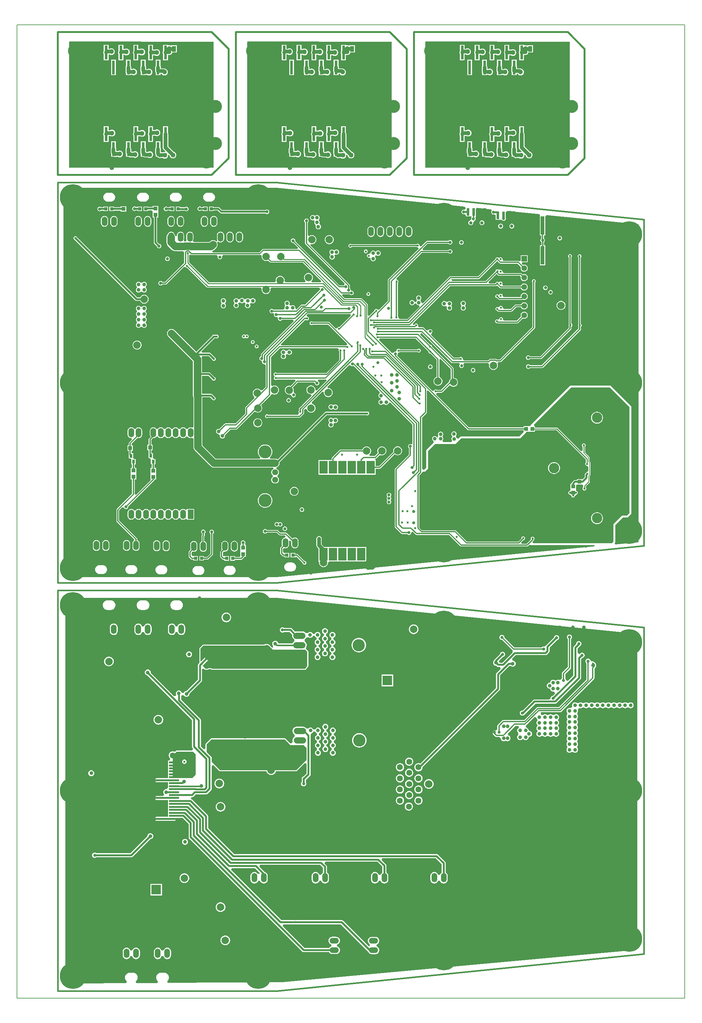
<source format=gbl>
G04 Layer_Physical_Order=4*
G04 Layer_Color=16711680*
%FSLAX44Y44*%
%MOMM*%
G71*
G01*
G75*
%ADD19R,2.7000X0.5000*%
%ADD22R,0.8000X1.0000*%
%ADD30R,1.0000X1.5000*%
%ADD33R,1.0000X1.0000*%
%ADD42R,1.1176X1.0160*%
%ADD43R,1.0160X1.1176*%
%ADD46C,0.2800*%
%ADD47C,0.5000*%
%ADD48C,0.3000*%
%ADD49C,0.2540*%
%ADD50C,1.0000*%
%ADD51C,2.0000*%
%ADD53C,0.2000*%
%ADD55C,0.4000*%
%ADD73R,0.8128X0.8128*%
%ADD75C,4.0000*%
%ADD76C,4.5000*%
%ADD77O,1.5000X2.5000*%
%ADD78R,1.5000X2.5000*%
%ADD79C,0.9000*%
%ADD80O,1.5000X2.5000*%
%ADD81C,1.7000*%
%ADD82O,1.7000X1.5000*%
%ADD83C,3.5000*%
%ADD84C,2.8000*%
%ADD85C,0.8130*%
%ADD86C,7.0000*%
%ADD87C,0.8000*%
%ADD88C,2.0000*%
%ADD89C,1.5000*%
%ADD90R,1.5000X1.5000*%
%ADD91C,0.6000*%
%ADD92C,1.0000*%
%ADD93C,1.2700*%
%ADD94O,3.3528X1.6764*%
%ADD95C,3.3020*%
%ADD96R,2.5400X2.5400*%
%ADD97C,2.5400*%
%ADD98R,2.5400X2.5400*%
%ADD99O,2.5000X1.5000*%
%ADD100C,1.6000*%
%ADD101C,0.7000*%
%ADD102C,1.3000*%
%ADD103R,2.2900X3.5000*%
%ADD104R,0.8000X2.0000*%
%ADD105R,1.0000X5.0000*%
%ADD106C,0.1500*%
%ADD107R,0.8000X3.7000*%
G36*
X1620000Y2799040D02*
X1620000Y2460000D01*
X1230000D01*
X1230000Y2798881D01*
X1230899Y2799778D01*
X1620000Y2799040D01*
D02*
G37*
G36*
X1140000D02*
X1140000Y2460000D01*
X750000D01*
X750000Y2798881D01*
X750899Y2799778D01*
X1140000Y2799040D01*
D02*
G37*
G36*
X660000D02*
X660000Y2460000D01*
X270000D01*
X270000Y2798881D01*
X270899Y2799778D01*
X660000Y2799040D01*
D02*
G37*
G36*
X1336493Y2354397D02*
X1339065Y2352347D01*
X1339108Y2348267D01*
X1338331Y2347602D01*
X1335500Y2346069D01*
X1334000Y2346367D01*
X1331659Y2345902D01*
X1329674Y2344576D01*
X1328348Y2342591D01*
X1327883Y2340250D01*
X1328348Y2337909D01*
X1329674Y2335924D01*
X1331659Y2334598D01*
X1334000Y2334133D01*
X1335500Y2334431D01*
X1338331Y2332898D01*
X1339500Y2331898D01*
Y2328000D01*
X1350500D01*
X1351500Y2328000D01*
X1354500D01*
X1354598Y2324099D01*
X1354580Y2324000D01*
X1354132Y2321750D01*
X1354196Y2321433D01*
X1353935Y2320588D01*
X1351676Y2317567D01*
X1351317Y2317341D01*
X1351248Y2317310D01*
X1349722Y2316678D01*
X1348364Y2315636D01*
X1347322Y2314278D01*
X1346667Y2312697D01*
X1346444Y2311000D01*
X1346667Y2309303D01*
X1347322Y2307722D01*
X1348364Y2306364D01*
X1349722Y2305322D01*
X1351303Y2304667D01*
X1353000Y2304444D01*
X1354697Y2304667D01*
X1356278Y2305322D01*
X1357636Y2306364D01*
X1358678Y2307722D01*
X1359333Y2309303D01*
X1359556Y2311000D01*
X1359462Y2311711D01*
X1359761Y2313198D01*
X1362168Y2316014D01*
X1362591Y2316098D01*
X1364576Y2317424D01*
X1365902Y2319409D01*
X1366367Y2321750D01*
X1365920Y2324000D01*
X1365903Y2324096D01*
X1366500Y2328000D01*
X1366500Y2328000D01*
Y2348394D01*
X1369467Y2351077D01*
X1407800Y2347217D01*
X1408616Y2345913D01*
X1409396Y2343036D01*
X1408598Y2341841D01*
X1408132Y2339500D01*
X1408598Y2337159D01*
X1409924Y2335174D01*
X1411909Y2333848D01*
X1414250Y2333383D01*
X1416000Y2333730D01*
X1418133Y2332831D01*
X1420000Y2331599D01*
Y2319000D01*
X1431000D01*
X1432000Y2319000D01*
X1435000D01*
X1436455Y2319000D01*
X1437174Y2317924D01*
X1439159Y2316598D01*
X1441500Y2316133D01*
X1443841Y2316598D01*
X1445826Y2317924D01*
X1446544Y2319000D01*
X1447000D01*
X1447618Y2322250D01*
X1447510Y2322789D01*
X1447152Y2324591D01*
X1447000Y2324818D01*
Y2339249D01*
X1451000Y2342867D01*
X1538442Y2334062D01*
X1539500Y2330500D01*
X1539500Y2329935D01*
Y2276500D01*
X1542931D01*
Y2268415D01*
X1542424Y2268076D01*
X1541098Y2266091D01*
X1540632Y2263750D01*
X1541098Y2261409D01*
X1542424Y2259424D01*
X1543181Y2258918D01*
Y2250500D01*
X1539500D01*
Y2196500D01*
X1553500D01*
Y2250500D01*
X1550318D01*
Y2258918D01*
X1551076Y2259424D01*
X1552402Y2261409D01*
X1552867Y2263750D01*
X1552402Y2266091D01*
X1551076Y2268076D01*
X1550069Y2268749D01*
Y2276500D01*
X1553500D01*
Y2328525D01*
X1556790Y2332214D01*
X1805260Y2307194D01*
Y1449694D01*
X1742286Y1443607D01*
X1740579Y1447224D01*
X1742052Y1448698D01*
X1742605Y1449525D01*
X1742799Y1450500D01*
Y1496444D01*
X1762806Y1516451D01*
X1775000D01*
X1775975Y1516645D01*
X1776802Y1517198D01*
X1785052Y1525448D01*
X1785605Y1526275D01*
X1785799Y1527250D01*
Y1815250D01*
X1785605Y1816225D01*
X1785052Y1817052D01*
X1730552Y1871552D01*
X1729725Y1872105D01*
X1728750Y1872299D01*
X1622250D01*
X1621275Y1872105D01*
X1620448Y1871552D01*
X1515198Y1766302D01*
X1514645Y1765475D01*
X1514451Y1764500D01*
X1512056Y1763088D01*
X1509080D01*
Y1763088D01*
X1494920D01*
Y1759069D01*
X1348228D01*
X1259729Y1847568D01*
X1260314Y1850989D01*
X1260878Y1852076D01*
X1262105Y1852895D01*
X1262129Y1852931D01*
X1274000D01*
X1275366Y1853203D01*
X1276523Y1853977D01*
X1295155Y1872608D01*
X1297691Y1872442D01*
X1300198Y1870518D01*
X1303117Y1869309D01*
X1306250Y1868896D01*
X1309383Y1869309D01*
X1312302Y1870518D01*
X1314809Y1872442D01*
X1316732Y1874948D01*
X1317941Y1877867D01*
X1318353Y1881000D01*
X1317941Y1884133D01*
X1316732Y1887052D01*
X1314809Y1889559D01*
X1312302Y1891482D01*
X1309383Y1892691D01*
X1306319Y1893094D01*
Y1918000D01*
X1306047Y1919366D01*
X1305273Y1920523D01*
X1248299Y1977498D01*
X1247960Y1979201D01*
X1246855Y1980855D01*
X1245201Y1981960D01*
X1243498Y1982299D01*
X1216814Y2008983D01*
X1218285Y2013168D01*
X1220718Y2013486D01*
X1300227Y1933977D01*
X1301384Y1933203D01*
X1302750Y1932931D01*
X1321555D01*
X1322233Y1932043D01*
X1323327Y1928931D01*
X1322598Y1927841D01*
X1322132Y1925500D01*
X1322598Y1923159D01*
X1323924Y1921174D01*
X1325909Y1919848D01*
X1328250Y1919382D01*
X1330591Y1919848D01*
X1332576Y1921174D01*
X1333902Y1923159D01*
X1334368Y1925500D01*
X1333902Y1927841D01*
X1333173Y1928931D01*
X1334267Y1932043D01*
X1334945Y1932931D01*
X1399449D01*
X1402171Y1929553D01*
X1402231Y1929330D01*
X1402267Y1929061D01*
X1401896Y1926250D01*
X1402309Y1923117D01*
X1403518Y1920198D01*
X1405441Y1917691D01*
X1407948Y1915768D01*
X1410867Y1914559D01*
X1414000Y1914146D01*
X1417133Y1914559D01*
X1420052Y1915768D01*
X1422558Y1917691D01*
X1424482Y1920198D01*
X1425691Y1923117D01*
X1426104Y1926250D01*
X1425691Y1929383D01*
X1424905Y1931281D01*
X1426234Y1934196D01*
X1427238Y1935281D01*
X1433100D01*
X1434466Y1935553D01*
X1435623Y1936327D01*
X1525273Y2025977D01*
X1526047Y2027134D01*
X1526319Y2028500D01*
Y2149954D01*
X1526605Y2150145D01*
X1527710Y2151799D01*
X1528098Y2153750D01*
X1527710Y2155701D01*
X1526605Y2157355D01*
X1524951Y2158460D01*
X1523000Y2158848D01*
X1521049Y2158460D01*
X1519395Y2157355D01*
X1518290Y2155701D01*
X1517902Y2153750D01*
X1518290Y2151799D01*
X1519181Y2150465D01*
Y2029978D01*
X1431622Y1942419D01*
X1423128D01*
X1422523Y1943023D01*
X1421366Y1943797D01*
X1420000Y1944069D01*
X1405750D01*
X1404384Y1943797D01*
X1403227Y1943023D01*
X1400272Y1940069D01*
X1334030D01*
X1333380Y1940506D01*
X1331062Y1944069D01*
X1331098Y1944250D01*
X1330710Y1946201D01*
X1329605Y1947855D01*
X1327951Y1948960D01*
X1326000Y1949348D01*
X1324049Y1948960D01*
X1322395Y1947855D01*
X1322371Y1947819D01*
X1306978D01*
X1246205Y2008592D01*
X1246117Y2009558D01*
X1247049Y2013405D01*
X1247826Y2013924D01*
X1249152Y2015909D01*
X1249617Y2018250D01*
X1249152Y2020591D01*
X1247826Y2022576D01*
X1245841Y2023902D01*
X1243500Y2024368D01*
X1241159Y2023902D01*
X1239174Y2022576D01*
X1238655Y2021799D01*
X1234808Y2020867D01*
X1233842Y2020955D01*
X1226023Y2028773D01*
X1224866Y2029547D01*
X1223500Y2029819D01*
X1222134Y2029547D01*
X1221488Y2029115D01*
X1212809D01*
X1210566Y2032633D01*
X1210523Y2033115D01*
X1210848Y2034750D01*
X1210460Y2036701D01*
X1209355Y2038355D01*
X1207701Y2039460D01*
X1205750Y2039848D01*
X1203799Y2039460D01*
X1202145Y2038355D01*
X1201040Y2036701D01*
X1200787Y2035429D01*
X1198109Y2035570D01*
X1196529Y2039483D01*
X1297228Y2140181D01*
X1421250D01*
X1422616Y2140453D01*
X1423773Y2141227D01*
X1424457Y2141911D01*
X1424500Y2141902D01*
X1424543Y2141911D01*
X1431140Y2135313D01*
X1432298Y2134539D01*
X1433664Y2134268D01*
X1488082D01*
X1488588Y2133045D01*
X1490111Y2131061D01*
X1492095Y2129538D01*
X1494406Y2128581D01*
X1496886Y2128254D01*
X1499366Y2128581D01*
X1501677Y2129538D01*
X1503661Y2131061D01*
X1505184Y2133045D01*
X1506142Y2135356D01*
X1506468Y2137836D01*
X1506142Y2140316D01*
X1505184Y2142627D01*
X1503661Y2144612D01*
X1501677Y2146135D01*
X1499366Y2147092D01*
X1496886Y2147418D01*
X1494406Y2147092D01*
X1492095Y2146135D01*
X1490111Y2144612D01*
X1488588Y2142627D01*
X1488082Y2141405D01*
X1439780D01*
X1437864Y2145405D01*
X1437960Y2145549D01*
X1438348Y2147500D01*
X1437960Y2149451D01*
X1436855Y2151105D01*
X1435201Y2152210D01*
X1433250Y2152598D01*
X1431299Y2152210D01*
X1428105Y2150605D01*
X1426451Y2151710D01*
X1424500Y2152098D01*
X1422549Y2151710D01*
X1420895Y2150605D01*
X1419790Y2148951D01*
X1419465Y2147319D01*
X1402272D01*
X1400615Y2151319D01*
X1422500Y2173203D01*
X1426227Y2169477D01*
X1427384Y2168703D01*
X1428750Y2168431D01*
X1484426D01*
X1485687Y2167363D01*
X1487509Y2164789D01*
X1487304Y2163236D01*
X1487631Y2160756D01*
X1488588Y2158445D01*
X1490111Y2156461D01*
X1492095Y2154938D01*
X1494406Y2153981D01*
X1496886Y2153654D01*
X1499366Y2153981D01*
X1501677Y2154938D01*
X1503661Y2156461D01*
X1505184Y2158445D01*
X1506142Y2160756D01*
X1506468Y2163236D01*
X1506142Y2165716D01*
X1505184Y2168027D01*
X1503661Y2170012D01*
X1501677Y2171535D01*
X1499366Y2172492D01*
X1496886Y2172818D01*
X1494406Y2172492D01*
X1493184Y2171985D01*
X1490646Y2174523D01*
X1489488Y2175297D01*
X1488122Y2175569D01*
X1441334D01*
X1440907Y2175819D01*
X1438348Y2179500D01*
X1437960Y2181451D01*
X1436855Y2183105D01*
X1435201Y2184210D01*
X1433250Y2184598D01*
X1431299Y2184210D01*
X1428355Y2184105D01*
X1426701Y2185210D01*
X1424750Y2185598D01*
X1422799Y2185210D01*
X1421145Y2184105D01*
X1420040Y2182451D01*
X1419652Y2180500D01*
X1419660Y2180457D01*
X1393272Y2154069D01*
X1302990D01*
X1300918Y2158069D01*
X1301880Y2159431D01*
X1374500D01*
X1375866Y2159703D01*
X1377023Y2160477D01*
X1424457Y2207910D01*
X1424500Y2207902D01*
X1424543Y2207910D01*
X1430477Y2201977D01*
X1431634Y2201203D01*
X1433000Y2200931D01*
X1479544D01*
X1488137Y2192339D01*
X1487631Y2191116D01*
X1487304Y2188636D01*
X1487631Y2186156D01*
X1488588Y2183845D01*
X1490111Y2181861D01*
X1492095Y2180338D01*
X1494406Y2179381D01*
X1496886Y2179054D01*
X1499366Y2179381D01*
X1501677Y2180338D01*
X1503661Y2181861D01*
X1505184Y2183845D01*
X1506142Y2186156D01*
X1506468Y2188636D01*
X1506142Y2191116D01*
X1505184Y2193427D01*
X1503661Y2195412D01*
X1501677Y2196935D01*
X1499366Y2197892D01*
X1496886Y2198218D01*
X1494406Y2197892D01*
X1493184Y2197386D01*
X1490033Y2200536D01*
X1491690Y2204536D01*
X1506386D01*
Y2223536D01*
X1487386D01*
Y2208840D01*
X1484052Y2207263D01*
X1483386Y2207130D01*
X1482388Y2207797D01*
X1481022Y2208069D01*
X1441029D01*
X1440125Y2209024D01*
X1438413Y2212069D01*
X1438598Y2213000D01*
X1438210Y2214951D01*
X1437105Y2216605D01*
X1435451Y2217710D01*
X1433500Y2218098D01*
X1431549Y2217710D01*
X1429895Y2216605D01*
X1428105D01*
X1426451Y2217710D01*
X1424500Y2218098D01*
X1422549Y2217710D01*
X1420895Y2216605D01*
X1419790Y2214951D01*
X1419402Y2213000D01*
X1419411Y2212957D01*
X1373022Y2166569D01*
X1298000D01*
X1296634Y2166297D01*
X1295477Y2165523D01*
X1223563Y2093610D01*
X1219775Y2095478D01*
X1219810Y2095750D01*
X1219570Y2097577D01*
X1218865Y2099280D01*
X1217742Y2100742D01*
X1217492Y2103258D01*
X1218615Y2104720D01*
X1219320Y2106423D01*
X1219560Y2108250D01*
X1219320Y2110077D01*
X1218615Y2111780D01*
X1217492Y2113242D01*
X1216030Y2114364D01*
X1214327Y2115070D01*
X1212500Y2115310D01*
X1210673Y2115070D01*
X1208970Y2114364D01*
X1207507Y2113242D01*
X1206385Y2111780D01*
X1205680Y2110077D01*
X1205440Y2108250D01*
X1205680Y2106423D01*
X1206385Y2104720D01*
X1207507Y2103257D01*
X1207758Y2100742D01*
X1206636Y2099280D01*
X1206279Y2098420D01*
X1206166Y2098213D01*
X1203750Y2097471D01*
X1201334Y2098213D01*
X1201221Y2098420D01*
X1200864Y2099280D01*
X1199742Y2100742D01*
X1198280Y2101864D01*
X1196577Y2102570D01*
X1194750Y2102810D01*
X1192923Y2102570D01*
X1191220Y2101864D01*
X1189758Y2100742D01*
X1188635Y2099280D01*
X1187930Y2097577D01*
X1187690Y2095750D01*
X1187930Y2093923D01*
X1188635Y2092220D01*
X1189758Y2090757D01*
X1191220Y2089635D01*
X1192923Y2088930D01*
X1194750Y2088690D01*
X1196577Y2088930D01*
X1198280Y2089635D01*
X1199742Y2090757D01*
X1200864Y2092220D01*
X1201221Y2093080D01*
X1201334Y2093287D01*
X1203750Y2094029D01*
X1206166Y2093287D01*
X1206279Y2093080D01*
X1206636Y2092220D01*
X1207758Y2090757D01*
X1209220Y2089635D01*
X1210923Y2088930D01*
X1212750Y2088690D01*
X1213022Y2088725D01*
X1214890Y2084937D01*
X1181772Y2051819D01*
X1160884D01*
X1160658Y2051932D01*
X1157848Y2055500D01*
X1157460Y2057451D01*
X1156355Y2059105D01*
X1156319Y2059129D01*
Y2148454D01*
X1156605Y2148645D01*
X1157710Y2150299D01*
X1158098Y2152250D01*
X1157710Y2154201D01*
X1156605Y2155855D01*
X1154951Y2156960D01*
X1153768Y2157195D01*
X1153697Y2157243D01*
X1153614Y2157300D01*
X1152158Y2161166D01*
X1152153Y2161356D01*
X1220728Y2229931D01*
X1292835D01*
X1293174Y2229424D01*
X1295159Y2228098D01*
X1297500Y2227632D01*
X1299841Y2228098D01*
X1301826Y2229424D01*
X1303152Y2231409D01*
X1303618Y2233750D01*
X1303152Y2236091D01*
X1301826Y2238076D01*
X1299841Y2239402D01*
X1297500Y2239868D01*
X1295159Y2239402D01*
X1293174Y2238076D01*
X1292501Y2237069D01*
X1224272D01*
X1222615Y2241069D01*
X1236478Y2254931D01*
X1292418D01*
X1292924Y2254174D01*
X1294909Y2252848D01*
X1297250Y2252383D01*
X1299591Y2252848D01*
X1301576Y2254174D01*
X1302902Y2256159D01*
X1303367Y2258500D01*
X1302902Y2260841D01*
X1301576Y2262826D01*
X1299591Y2264152D01*
X1297250Y2264617D01*
X1294909Y2264152D01*
X1292924Y2262826D01*
X1292418Y2262069D01*
X1235000D01*
X1233634Y2261797D01*
X1232477Y2261023D01*
X1218673Y2247220D01*
X1214987Y2249190D01*
X1215098Y2249750D01*
X1214710Y2251701D01*
X1213605Y2253355D01*
X1211951Y2254460D01*
X1210000Y2254848D01*
X1208049Y2254460D01*
X1206395Y2253355D01*
X1206371Y2253319D01*
X1030787D01*
X1030201Y2253710D01*
X1028250Y2254098D01*
X1026299Y2253710D01*
X1024645Y2252605D01*
X1023540Y2250951D01*
X1023152Y2249000D01*
X1023540Y2247049D01*
X1024645Y2245395D01*
X1026299Y2244290D01*
X1028250Y2243902D01*
X1030201Y2244290D01*
X1031855Y2245395D01*
X1032380Y2246181D01*
X1206371D01*
X1206395Y2246145D01*
X1208049Y2245040D01*
X1210000Y2244652D01*
X1210560Y2244763D01*
X1212530Y2241077D01*
X1130727Y2159273D01*
X1129953Y2158116D01*
X1129681Y2156750D01*
Y2100728D01*
X1106175Y2077222D01*
X1101605Y2077355D01*
X1099951Y2078460D01*
X1098000Y2078848D01*
X1096049Y2078460D01*
X1094395Y2077355D01*
X1093290Y2075701D01*
X1092902Y2073750D01*
X1092911Y2073707D01*
X1079030Y2059826D01*
X1075334Y2061357D01*
Y2090000D01*
X1075080Y2091276D01*
X1074358Y2092357D01*
X1060608Y2106107D01*
X1059526Y2106830D01*
X1058250Y2107084D01*
X1013631D01*
X1006284Y2114431D01*
X1007941Y2118431D01*
X1026668D01*
X1027174Y2117674D01*
X1029159Y2116348D01*
X1031500Y2115883D01*
X1033841Y2116348D01*
X1035826Y2117674D01*
X1037152Y2119659D01*
X1037617Y2122000D01*
X1037152Y2124341D01*
X1035826Y2126326D01*
X1033841Y2127652D01*
X1031500Y2128118D01*
X1031292Y2128076D01*
X1029617Y2129750D01*
X1029152Y2132091D01*
X1027826Y2134076D01*
X1027069Y2134582D01*
Y2141750D01*
X1026797Y2143116D01*
X1026023Y2144273D01*
X920183Y2250113D01*
X920557Y2251281D01*
X922263Y2253691D01*
X924500Y2253396D01*
X927633Y2253809D01*
X930552Y2255018D01*
X933058Y2256942D01*
X934982Y2259448D01*
X936191Y2262367D01*
X936603Y2265500D01*
X936191Y2268633D01*
X934982Y2271552D01*
X933058Y2274059D01*
X930552Y2275982D01*
X927633Y2277191D01*
X924500Y2277603D01*
X921367Y2277191D01*
X918448Y2275982D01*
X917569Y2275307D01*
X913569Y2277280D01*
Y2311668D01*
X914326Y2312174D01*
X915652Y2314159D01*
X916117Y2316500D01*
X915652Y2318841D01*
X914326Y2320826D01*
X912341Y2322152D01*
X910000Y2322617D01*
X907659Y2322152D01*
X905674Y2320826D01*
X904348Y2318841D01*
X903882Y2316500D01*
X904348Y2314159D01*
X905674Y2312174D01*
X906431Y2311668D01*
Y2255250D01*
X906703Y2253884D01*
X907477Y2252727D01*
X1012386Y2147817D01*
X1012174Y2143076D01*
X1011668Y2142319D01*
X999478D01*
X879940Y2261857D01*
X880117Y2262750D01*
X879652Y2265091D01*
X878326Y2267076D01*
X876341Y2268402D01*
X874000Y2268867D01*
X871659Y2268402D01*
X869674Y2267076D01*
X868348Y2265091D01*
X867882Y2262750D01*
X868348Y2260409D01*
X869674Y2258424D01*
X871659Y2257098D01*
X874000Y2256633D01*
X874893Y2256810D01*
X887135Y2244569D01*
X885478Y2240569D01*
X793500D01*
X792134Y2240297D01*
X790977Y2239523D01*
X782772Y2231319D01*
X657095D01*
X656183Y2235059D01*
X659102Y2236268D01*
X661609Y2238192D01*
X667058Y2243642D01*
X668982Y2246148D01*
X670191Y2249067D01*
X670603Y2252200D01*
X670191Y2255333D01*
X669310Y2257461D01*
X668982Y2258252D01*
X668972Y2258438D01*
X671909Y2260872D01*
X673759Y2259452D01*
X676070Y2258495D01*
X678550Y2258168D01*
X681030Y2258495D01*
X683341Y2259452D01*
X685325Y2260974D01*
X686848Y2262959D01*
X687805Y2265270D01*
X688132Y2267750D01*
Y2277750D01*
X687805Y2280230D01*
X686848Y2282541D01*
X685325Y2284525D01*
X683341Y2286048D01*
X681030Y2287005D01*
X678550Y2287332D01*
X676070Y2287005D01*
X673759Y2286048D01*
X671775Y2284525D01*
X670252Y2282541D01*
X669295Y2280230D01*
X668968Y2277750D01*
Y2267750D01*
X669295Y2265270D01*
X670252Y2262959D01*
X667058Y2260759D01*
X666268Y2261365D01*
X664552Y2262682D01*
X661633Y2263891D01*
X658500Y2264303D01*
X655367Y2263891D01*
X652448Y2262682D01*
X649941Y2260759D01*
X648036Y2258853D01*
X606182D01*
X604099Y2262708D01*
X604109Y2262734D01*
X605056Y2265020D01*
X605382Y2267500D01*
Y2277500D01*
X605056Y2279980D01*
X604098Y2282291D01*
X602575Y2284276D01*
X600591Y2285798D01*
X598280Y2286756D01*
X595800Y2287082D01*
X593320Y2286756D01*
X591009Y2285798D01*
X589025Y2284276D01*
X587502Y2282291D01*
X586544Y2279980D01*
X586218Y2277500D01*
Y2267500D01*
X586544Y2265020D01*
X586767Y2264484D01*
X584886Y2260916D01*
X581463Y2260255D01*
X580647Y2260979D01*
X579126Y2263743D01*
X579655Y2265020D01*
X579982Y2267500D01*
Y2277500D01*
X579655Y2279980D01*
X578698Y2282291D01*
X577175Y2284276D01*
X575191Y2285798D01*
X572880Y2286756D01*
X570400Y2287082D01*
X567920Y2286756D01*
X565609Y2285798D01*
X563625Y2284276D01*
X562102Y2282291D01*
X561144Y2279980D01*
X560818Y2277500D01*
Y2274931D01*
X556818Y2274669D01*
X556691Y2275633D01*
X555482Y2278552D01*
X554102Y2280350D01*
X553298Y2282291D01*
X551776Y2284276D01*
X549791Y2285798D01*
X547480Y2286756D01*
X545000Y2287082D01*
X542520Y2286756D01*
X540209Y2285798D01*
X538225Y2284276D01*
X536702Y2282291D01*
X535898Y2280350D01*
X534518Y2278552D01*
X533309Y2275633D01*
X532896Y2272500D01*
Y2257750D01*
X533309Y2254617D01*
X534518Y2251698D01*
X536441Y2249191D01*
X547441Y2238192D01*
X549948Y2236268D01*
X552867Y2235059D01*
X556000Y2234646D01*
X577292D01*
X577621Y2234473D01*
X580431Y2231485D01*
Y2202978D01*
X529022Y2151569D01*
X521832D01*
X521326Y2152326D01*
X519341Y2153652D01*
X517000Y2154117D01*
X514659Y2153652D01*
X512674Y2152326D01*
X511348Y2150341D01*
X510882Y2148000D01*
X511348Y2145659D01*
X512674Y2143674D01*
X514659Y2142348D01*
X517000Y2141882D01*
X519341Y2142348D01*
X521326Y2143674D01*
X521832Y2144431D01*
X530500D01*
X531866Y2144703D01*
X533023Y2145477D01*
X579547Y2192000D01*
X579951Y2192113D01*
X584395Y2191395D01*
X586049Y2190290D01*
X588000Y2189902D01*
X588319Y2189966D01*
X640892Y2137392D01*
X641974Y2136670D01*
X643250Y2136416D01*
X786360D01*
X789083Y2132416D01*
X788896Y2131000D01*
X789309Y2127867D01*
X790518Y2124948D01*
X792441Y2122442D01*
X794948Y2120518D01*
X797867Y2119309D01*
X801000Y2118896D01*
X804133Y2119309D01*
X807052Y2120518D01*
X809558Y2122442D01*
X811482Y2124948D01*
X812691Y2127867D01*
X813104Y2131000D01*
X812917Y2132416D01*
X815640Y2136416D01*
X944186D01*
X945000Y2135652D01*
X946899Y2132416D01*
X946677Y2131301D01*
X946815Y2130611D01*
X906272Y2090069D01*
X896750D01*
X895384Y2089797D01*
X894227Y2089023D01*
X883282Y2078079D01*
X880023Y2080050D01*
X879956Y2080135D01*
X879872Y2080569D01*
X880060Y2082000D01*
X879820Y2083827D01*
X879114Y2085530D01*
X877992Y2086992D01*
X876530Y2088114D01*
X874827Y2088820D01*
X873000Y2089060D01*
X871173Y2088820D01*
X869470Y2088114D01*
X865212Y2089163D01*
X864855Y2089440D01*
X864115Y2090470D01*
X864820Y2092173D01*
X865060Y2094000D01*
X864820Y2095827D01*
X864115Y2097530D01*
X862992Y2098992D01*
X861530Y2100114D01*
X859827Y2100820D01*
X858000Y2101060D01*
X856173Y2100820D01*
X854470Y2100114D01*
X853008Y2098992D01*
X851886Y2097530D01*
X851180Y2095827D01*
X850940Y2094000D01*
X851180Y2092173D01*
X851886Y2090470D01*
X852682Y2088000D01*
X851886Y2085530D01*
X851180Y2083827D01*
X850940Y2082000D01*
X851128Y2080569D01*
X851004Y2079931D01*
X848560Y2076569D01*
X821332D01*
X820826Y2077326D01*
X818841Y2078652D01*
X816500Y2079117D01*
X814159Y2078652D01*
X812174Y2077326D01*
X810848Y2075341D01*
X810382Y2073000D01*
X810848Y2070659D01*
X812174Y2068674D01*
X814159Y2067348D01*
X816500Y2066882D01*
X818841Y2067348D01*
X819812Y2067997D01*
X822483Y2065661D01*
X822819Y2065195D01*
X822383Y2063000D01*
X822848Y2060659D01*
X824174Y2058674D01*
X826159Y2057348D01*
X828500Y2056882D01*
X830204Y2057221D01*
X831015Y2056772D01*
X832013Y2055908D01*
X833378Y2054232D01*
X833132Y2053000D01*
X833598Y2050659D01*
X834924Y2048674D01*
X836909Y2047348D01*
X839250Y2046882D01*
X841591Y2047348D01*
X843576Y2048674D01*
X844082Y2049431D01*
X873978D01*
X875635Y2045431D01*
X788477Y1958273D01*
X787703Y1957116D01*
X787431Y1955750D01*
Y1951056D01*
X786659Y1950902D01*
X784674Y1949576D01*
X783348Y1947591D01*
X782883Y1945250D01*
X783348Y1942909D01*
X784674Y1940924D01*
X786659Y1939598D01*
X787305Y1939470D01*
X789104Y1938897D01*
X790382Y1936000D01*
X790848Y1933659D01*
X792174Y1931674D01*
X794159Y1930348D01*
X796500Y1929882D01*
X800431Y1926966D01*
Y1868478D01*
X791177Y1859224D01*
X786154Y1859858D01*
X785808Y1860309D01*
X783302Y1862232D01*
X780383Y1863441D01*
X777250Y1863853D01*
X774117Y1863441D01*
X771198Y1862232D01*
X768691Y1860309D01*
X766768Y1857802D01*
X765559Y1854883D01*
X765146Y1851750D01*
X765559Y1848617D01*
X766768Y1845698D01*
X768691Y1843192D01*
X769142Y1842846D01*
X769776Y1837823D01*
X746227Y1814273D01*
X745453Y1813116D01*
X745181Y1811750D01*
Y1796728D01*
X718522Y1770069D01*
X691500D01*
X690134Y1769797D01*
X688977Y1769023D01*
X675029Y1755076D01*
X673250Y1755310D01*
X671423Y1755070D01*
X669720Y1754364D01*
X668258Y1753242D01*
X667135Y1751780D01*
X666430Y1750077D01*
X666190Y1748250D01*
X666430Y1746423D01*
X667135Y1744720D01*
X668258Y1743257D01*
X669720Y1742135D01*
X671423Y1741430D01*
X673250Y1741190D01*
X673398Y1741209D01*
X676112Y1738406D01*
X676193Y1738279D01*
X676385Y1737735D01*
X676190Y1736250D01*
X676430Y1734423D01*
X677135Y1732720D01*
X678258Y1731257D01*
X679720Y1730135D01*
X681423Y1729430D01*
X683250Y1729190D01*
X685077Y1729430D01*
X686780Y1730135D01*
X688242Y1731257D01*
X689364Y1732720D01*
X690070Y1734423D01*
X690310Y1736250D01*
X690076Y1738029D01*
X705228Y1753181D01*
X720250D01*
X721616Y1753453D01*
X722773Y1754227D01*
X770925Y1802379D01*
X772698Y1801018D01*
X775617Y1799809D01*
X778750Y1799397D01*
X781883Y1799809D01*
X784802Y1801018D01*
X787309Y1802941D01*
X789232Y1805448D01*
X790441Y1808367D01*
X790854Y1811500D01*
X790441Y1814633D01*
X789232Y1817552D01*
X787871Y1819325D01*
X813273Y1844727D01*
X814047Y1845884D01*
X814319Y1847250D01*
Y1847261D01*
X816848Y1848834D01*
X818319Y1849365D01*
X820867Y1848309D01*
X824000Y1847896D01*
X827133Y1848309D01*
X830052Y1849518D01*
X832559Y1851441D01*
X834482Y1853948D01*
X835691Y1856867D01*
X836104Y1860000D01*
X835691Y1863133D01*
X834482Y1866052D01*
X832559Y1868559D01*
X830052Y1870482D01*
X827133Y1871691D01*
X824000Y1872103D01*
X820867Y1871691D01*
X818319Y1870635D01*
X816848Y1871166D01*
X814319Y1872739D01*
Y1948772D01*
X838728Y1973181D01*
X995346D01*
X997331Y1969181D01*
X997290Y1969120D01*
X996902Y1967170D01*
X997290Y1965219D01*
X998395Y1963565D01*
X998431Y1963541D01*
Y1940978D01*
X963522Y1906069D01*
X830129D01*
X830105Y1906105D01*
X828451Y1907210D01*
X826500Y1907598D01*
X824549Y1907210D01*
X822895Y1906105D01*
X821790Y1904451D01*
X821402Y1902500D01*
X821790Y1900549D01*
X822895Y1898895D01*
X823585Y1895867D01*
X822880Y1894460D01*
X822540Y1893951D01*
X822152Y1892000D01*
X822540Y1890049D01*
X823645Y1888395D01*
X825299Y1887290D01*
X827250Y1886902D01*
X829201Y1887290D01*
X830855Y1888395D01*
X830879Y1888431D01*
X878978D01*
X880635Y1884431D01*
X867421Y1871218D01*
X866883Y1871441D01*
X863750Y1871854D01*
X860617Y1871441D01*
X857698Y1870232D01*
X855191Y1868309D01*
X853268Y1865802D01*
X852059Y1862883D01*
X851646Y1859750D01*
X852059Y1856617D01*
X853268Y1853698D01*
X855191Y1851192D01*
X857698Y1849268D01*
X860617Y1848059D01*
X863750Y1847646D01*
X865374Y1847860D01*
X867864Y1846793D01*
X869424Y1844782D01*
X869598Y1843909D01*
X870924Y1841924D01*
X872909Y1840598D01*
X875250Y1840132D01*
X877591Y1840598D01*
X879576Y1841924D01*
X880902Y1843909D01*
X881367Y1846250D01*
X880902Y1848591D01*
X879576Y1850576D01*
X877591Y1851902D01*
X875242Y1856131D01*
Y1856137D01*
X875441Y1856617D01*
X875854Y1859750D01*
X875441Y1862883D01*
X874232Y1865802D01*
X873306Y1867009D01*
X886478Y1880181D01*
X928589D01*
X932383Y1878750D01*
X932848Y1876409D01*
X934174Y1874424D01*
X936159Y1873098D01*
X938500Y1872632D01*
X940841Y1873098D01*
X942826Y1874424D01*
X944152Y1876409D01*
X944617Y1878750D01*
X944152Y1881091D01*
X942826Y1883076D01*
X940841Y1884402D01*
X940693Y1884431D01*
X941086Y1888431D01*
X961250D01*
X962471Y1888674D01*
X962757Y1888491D01*
X964829Y1885375D01*
X937863Y1858410D01*
X934074Y1860278D01*
X934103Y1860500D01*
X933691Y1863633D01*
X932482Y1866552D01*
X930558Y1869059D01*
X928052Y1870982D01*
X925133Y1872191D01*
X922000Y1872603D01*
X918867Y1872191D01*
X915948Y1870982D01*
X913441Y1869059D01*
X911518Y1866552D01*
X910309Y1863633D01*
X909896Y1860500D01*
X910309Y1857367D01*
X911518Y1854448D01*
X913441Y1851942D01*
X915948Y1850018D01*
X918867Y1848809D01*
X922000Y1848396D01*
X922222Y1848426D01*
X924090Y1844637D01*
X899277Y1819823D01*
X899042Y1819472D01*
X895528Y1815958D01*
X895177Y1815723D01*
X890977Y1811523D01*
X890203Y1810366D01*
X889931Y1809000D01*
Y1805379D01*
X889895Y1805355D01*
X888790Y1803701D01*
X888402Y1801750D01*
X888790Y1799799D01*
X889895Y1798145D01*
X888192Y1794703D01*
X886851Y1793069D01*
X807129D01*
X807105Y1793105D01*
X805451Y1794210D01*
X803500Y1794598D01*
X801549Y1794210D01*
X799895Y1793105D01*
X798790Y1791451D01*
X798402Y1789500D01*
X798790Y1787549D01*
X799895Y1785895D01*
X801549Y1784790D01*
X803500Y1784402D01*
X805451Y1784790D01*
X807105Y1785895D01*
X807129Y1785931D01*
X892000D01*
X893366Y1786203D01*
X894523Y1786977D01*
X902773Y1795227D01*
X903547Y1796384D01*
X903819Y1797750D01*
Y1806772D01*
X906558Y1809511D01*
X910781Y1808078D01*
X910809Y1807867D01*
X912018Y1804948D01*
X913941Y1802442D01*
X916448Y1800518D01*
X919367Y1799309D01*
X922500Y1798896D01*
X925633Y1799309D01*
X928552Y1800518D01*
X931059Y1802442D01*
X932982Y1804948D01*
X934191Y1807867D01*
X934604Y1811000D01*
X934191Y1814133D01*
X932982Y1817052D01*
X931059Y1819559D01*
X928552Y1821482D01*
X925633Y1822691D01*
X925422Y1822719D01*
X923989Y1826942D01*
X952963Y1855916D01*
X956751Y1854048D01*
X956646Y1853250D01*
X957059Y1850117D01*
X958268Y1847198D01*
X960191Y1844691D01*
X962698Y1842768D01*
X965617Y1841559D01*
X968750Y1841146D01*
X971883Y1841559D01*
X974802Y1842768D01*
X977309Y1844691D01*
X979232Y1847198D01*
X980441Y1850117D01*
X980854Y1853250D01*
X980441Y1856383D01*
X979232Y1859302D01*
X977309Y1861808D01*
X974802Y1863732D01*
X971883Y1864941D01*
X968750Y1865354D01*
X967952Y1865249D01*
X966084Y1869037D01*
X1024175Y1927128D01*
X1024940Y1927280D01*
X1029105Y1926402D01*
X1029424Y1925924D01*
X1031409Y1924598D01*
X1033750Y1924132D01*
X1036091Y1924598D01*
X1037149Y1925305D01*
X1069402Y1893051D01*
X1107144Y1855309D01*
X1107257Y1853860D01*
X1106458Y1850338D01*
X1106008Y1849992D01*
X1104885Y1848530D01*
X1104180Y1846827D01*
X1103940Y1845000D01*
X1104180Y1843173D01*
X1104885Y1841470D01*
X1106008Y1840007D01*
X1107470Y1838885D01*
X1109173Y1838180D01*
X1110410Y1838017D01*
Y1833983D01*
X1109173Y1833820D01*
X1107470Y1833114D01*
X1106008Y1831992D01*
X1104885Y1830530D01*
X1104180Y1828827D01*
X1103940Y1827000D01*
X1104180Y1825173D01*
X1104885Y1823470D01*
X1106008Y1822008D01*
X1107470Y1820885D01*
X1109173Y1820180D01*
X1111000Y1819940D01*
X1112827Y1820180D01*
X1114530Y1820885D01*
X1115500Y1821629D01*
X1116195Y1822008D01*
X1119805D01*
X1120500Y1821629D01*
X1121470Y1820885D01*
X1123173Y1820180D01*
X1125000Y1819940D01*
X1126827Y1820180D01*
X1128530Y1820885D01*
X1129992Y1822008D01*
X1131115Y1823470D01*
X1131820Y1825173D01*
X1136020Y1826433D01*
X1195931Y1766522D01*
Y1716314D01*
X1192692Y1714138D01*
X1191931Y1713983D01*
X1190000Y1714368D01*
X1187659Y1713902D01*
X1185674Y1712576D01*
X1184348Y1710591D01*
X1183882Y1708250D01*
X1184348Y1705909D01*
X1185674Y1703924D01*
X1186431Y1703418D01*
Y1685978D01*
X1149227Y1648773D01*
X1148453Y1647616D01*
X1148181Y1646250D01*
Y1491500D01*
X1148453Y1490134D01*
X1149227Y1488977D01*
X1165227Y1472977D01*
X1166384Y1472203D01*
X1167750Y1471931D01*
X1181668D01*
X1182174Y1471174D01*
X1184159Y1469848D01*
X1186500Y1469382D01*
X1188841Y1469848D01*
X1190826Y1471174D01*
X1192152Y1473159D01*
X1192617Y1475500D01*
X1192511Y1476035D01*
X1196198Y1478006D01*
X1203727Y1470477D01*
X1204884Y1469703D01*
X1206250Y1469431D01*
X1294272D01*
X1324477Y1439227D01*
X1325634Y1438453D01*
X1327000Y1438181D01*
X1504750D01*
X1506116Y1438453D01*
X1507273Y1439227D01*
X1511035Y1442988D01*
X1511448Y1442948D01*
X1512274Y1442395D01*
X1513250Y1442201D01*
X1686221D01*
X1686414Y1438206D01*
X829889Y1355411D01*
X275260D01*
X255260Y1375411D01*
Y2380411D01*
X280260Y2405411D01*
X829889D01*
X1336493Y2354397D01*
D02*
G37*
G36*
X598370Y2224453D02*
X599735Y2224181D01*
X668102D01*
X669062Y2223101D01*
X670667Y2220181D01*
X670383Y2218750D01*
X670848Y2216409D01*
X672174Y2214424D01*
X674159Y2213098D01*
X676500Y2212632D01*
X678841Y2213098D01*
X680826Y2214424D01*
X682152Y2216409D01*
X682617Y2218750D01*
X682333Y2220181D01*
X683938Y2223101D01*
X684898Y2224181D01*
X784250D01*
X785616Y2224453D01*
X786706Y2224063D01*
X789184Y2222182D01*
X788896Y2220000D01*
X789309Y2216867D01*
X790518Y2213948D01*
X792441Y2211441D01*
X794948Y2209518D01*
X797867Y2208309D01*
X801000Y2207896D01*
X804133Y2208309D01*
X806850Y2209435D01*
X811643Y2204642D01*
X812724Y2203920D01*
X814000Y2203666D01*
X900369D01*
X950005Y2154030D01*
X948475Y2150334D01*
X924625D01*
X923267Y2154334D01*
X924059Y2154942D01*
X925982Y2157448D01*
X927191Y2160367D01*
X927604Y2163500D01*
X927191Y2166633D01*
X925982Y2169552D01*
X924059Y2172059D01*
X921552Y2173982D01*
X918633Y2175191D01*
X915500Y2175603D01*
X912367Y2175191D01*
X909448Y2173982D01*
X906942Y2172059D01*
X905018Y2169552D01*
X903809Y2166633D01*
X903396Y2163500D01*
X903809Y2160367D01*
X905018Y2157448D01*
X906942Y2154942D01*
X907733Y2154334D01*
X906375Y2150334D01*
X853496D01*
X850884Y2154334D01*
X851104Y2156000D01*
X850691Y2159133D01*
X849482Y2162052D01*
X847559Y2164559D01*
X845052Y2166482D01*
X842133Y2167691D01*
X839000Y2168104D01*
X835867Y2167691D01*
X832948Y2166482D01*
X830442Y2164559D01*
X828518Y2162052D01*
X827309Y2159133D01*
X826896Y2156000D01*
X827116Y2154334D01*
X824504Y2150334D01*
X647381D01*
X593334Y2204381D01*
Y2223448D01*
X596819Y2225046D01*
X597334Y2225145D01*
X598370Y2224453D01*
D02*
G37*
G36*
X1029176Y2063449D02*
X1030069Y2060865D01*
X999211Y2030008D01*
X997500Y2030348D01*
X995549Y2029960D01*
X993895Y2028855D01*
X992875Y2027328D01*
X992769Y2027195D01*
X988485Y2026062D01*
X971773Y2042773D01*
X970616Y2043547D01*
X969250Y2043819D01*
X927129D01*
X927105Y2043855D01*
X925451Y2044960D01*
X923500Y2045348D01*
X921549Y2044960D01*
X919895Y2043855D01*
X918790Y2042201D01*
X918402Y2040250D01*
X918790Y2038299D01*
X919895Y2036645D01*
X921549Y2035540D01*
X923500Y2035152D01*
X925451Y2035540D01*
X927105Y2036645D01*
X927129Y2036681D01*
X967772D01*
X1019313Y1985141D01*
X1019093Y1983355D01*
X1018222Y1980574D01*
X1017839Y1980319D01*
X842591D01*
X841061Y1984014D01*
X904579Y2047532D01*
X908145Y2049395D01*
X909799Y2048290D01*
X911750Y2047902D01*
X913701Y2048290D01*
X915355Y2049395D01*
X916460Y2051049D01*
X916848Y2053000D01*
X916460Y2054951D01*
X915355Y2056605D01*
X913701Y2057710D01*
X912210Y2058006D01*
X911244Y2059606D01*
X910468Y2061921D01*
X913228Y2064681D01*
X1028228D01*
X1029176Y2063449D01*
D02*
G37*
G36*
X1238785Y1964168D02*
X1238652Y1963500D01*
X1239040Y1961549D01*
X1240145Y1959895D01*
X1241799Y1958790D01*
X1243750Y1958402D01*
X1244418Y1958535D01*
X1260931Y1942022D01*
Y1895511D01*
X1258448Y1894482D01*
X1255941Y1892558D01*
X1254018Y1890052D01*
X1252809Y1887133D01*
X1252396Y1884000D01*
X1252809Y1880867D01*
X1254018Y1877948D01*
X1255941Y1875441D01*
X1258448Y1873518D01*
X1261367Y1872309D01*
X1264500Y1871896D01*
X1267633Y1872309D01*
X1270552Y1873518D01*
X1273058Y1875441D01*
X1274982Y1877948D01*
X1276191Y1880867D01*
X1276603Y1884000D01*
X1276191Y1887133D01*
X1274982Y1890052D01*
X1273058Y1892558D01*
X1270552Y1894482D01*
X1268069Y1895511D01*
Y1941978D01*
X1271973Y1943730D01*
X1299181Y1916522D01*
Y1890702D01*
X1297691Y1889559D01*
X1295768Y1887052D01*
X1294559Y1884133D01*
X1294252Y1881798D01*
X1272522Y1860069D01*
X1262129D01*
X1262105Y1860105D01*
X1260451Y1861210D01*
X1258500Y1861598D01*
X1256549Y1861210D01*
X1254895Y1860105D01*
X1254075Y1858878D01*
X1252989Y1858314D01*
X1249568Y1857729D01*
X1154094Y1953202D01*
X1155402Y1955159D01*
X1155867Y1957500D01*
X1157844Y1960885D01*
X1158874Y1961326D01*
X1159951Y1961540D01*
X1161605Y1962645D01*
X1161629Y1962681D01*
X1209371D01*
X1209395Y1962645D01*
X1211049Y1961540D01*
X1213000Y1961152D01*
X1214951Y1961540D01*
X1216605Y1962645D01*
X1217710Y1964299D01*
X1218098Y1966250D01*
X1217710Y1968201D01*
X1216605Y1969855D01*
X1214951Y1970960D01*
X1213000Y1971348D01*
X1211049Y1970960D01*
X1209395Y1969855D01*
X1209371Y1969819D01*
X1161629D01*
X1161605Y1969855D01*
X1159951Y1970960D01*
X1158000Y1971348D01*
X1156049Y1970960D01*
X1154395Y1969855D01*
X1153290Y1968201D01*
X1153043Y1966960D01*
X1152856Y1966212D01*
X1150018Y1963841D01*
X1149363Y1963540D01*
X1147409Y1963152D01*
X1145424Y1961826D01*
X1144805Y1960899D01*
X1141149Y1959954D01*
X1140051Y1959996D01*
X1105598Y1994449D01*
X1105485Y1995465D01*
X1107813Y1998931D01*
X1204022D01*
X1238785Y1964168D01*
D02*
G37*
G36*
X1344227Y1752977D02*
X1345384Y1752203D01*
X1346750Y1751931D01*
X1494920D01*
Y1747912D01*
X1494920D01*
X1495473Y1746577D01*
X1483694Y1734799D01*
X1326000D01*
X1325025Y1734605D01*
X1324198Y1734052D01*
X1318974Y1728829D01*
X1314820Y1730327D01*
X1314115Y1732030D01*
X1312992Y1733492D01*
X1312745Y1736232D01*
X1313772Y1737599D01*
X1313864Y1737720D01*
X1314570Y1739423D01*
X1314810Y1741250D01*
X1314570Y1743077D01*
X1313864Y1744780D01*
X1312742Y1746243D01*
X1311280Y1747365D01*
X1309577Y1748070D01*
X1307750Y1748310D01*
X1305923Y1748070D01*
X1304220Y1747365D01*
X1302758Y1746243D01*
X1301635Y1744780D01*
X1300930Y1743077D01*
X1300690Y1741250D01*
X1300930Y1739423D01*
X1301635Y1737720D01*
X1302758Y1736258D01*
X1303005Y1733518D01*
X1301978Y1732151D01*
X1301886Y1732030D01*
X1301180Y1730327D01*
X1300940Y1728500D01*
X1301180Y1726673D01*
X1301886Y1724970D01*
X1302592Y1724049D01*
X1302073Y1721941D01*
X1300944Y1720049D01*
X1278480D01*
X1277203Y1722774D01*
X1276966Y1724049D01*
X1277864Y1725220D01*
X1278570Y1726923D01*
X1278810Y1728750D01*
X1278570Y1730577D01*
X1277864Y1732280D01*
X1276742Y1733742D01*
X1276492Y1736008D01*
X1277615Y1737470D01*
X1278320Y1739173D01*
X1278560Y1741000D01*
X1278320Y1742827D01*
X1277615Y1744530D01*
X1276492Y1745992D01*
X1275030Y1747115D01*
X1273327Y1747820D01*
X1271500Y1748060D01*
X1269673Y1747820D01*
X1267970Y1747115D01*
X1266508Y1745992D01*
X1265386Y1744530D01*
X1264680Y1742827D01*
X1264440Y1741000D01*
X1264680Y1739173D01*
X1265386Y1737470D01*
X1264250Y1733360D01*
X1263191Y1732560D01*
X1261502Y1732753D01*
X1260742Y1733743D01*
X1259280Y1734865D01*
X1257577Y1735570D01*
X1255750Y1735810D01*
X1253923Y1735570D01*
X1252220Y1734865D01*
X1250758Y1733743D01*
X1249635Y1732280D01*
X1248930Y1730577D01*
X1248690Y1728750D01*
X1248930Y1726923D01*
X1249635Y1725220D01*
X1250758Y1723758D01*
X1252220Y1722635D01*
X1252458Y1722233D01*
X1253106Y1718375D01*
X1253058Y1718162D01*
X1233948Y1699052D01*
X1233395Y1698225D01*
X1233201Y1697250D01*
Y1651169D01*
X1227081Y1645049D01*
X1225750Y1645049D01*
X1225750Y1645049D01*
X1225569Y1645013D01*
X1222493Y1646662D01*
X1221569Y1647394D01*
Y1786005D01*
X1233523Y1797960D01*
X1234297Y1799118D01*
X1234569Y1800483D01*
Y1857408D01*
X1238264Y1858939D01*
X1344227Y1752977D01*
D02*
G37*
G36*
X1780701Y1814194D02*
Y1528306D01*
X1773944Y1521549D01*
X1761750D01*
X1760775Y1521355D01*
X1759948Y1520802D01*
X1738448Y1499302D01*
X1737895Y1498475D01*
X1737701Y1497500D01*
Y1451556D01*
X1733444Y1447299D01*
X1520572D01*
X1519041Y1450995D01*
X1522148Y1454102D01*
X1522922Y1455259D01*
X1523040Y1455852D01*
X1523105Y1455895D01*
X1524210Y1457549D01*
X1524598Y1459500D01*
X1524210Y1461451D01*
X1523105Y1463105D01*
X1521451Y1464210D01*
X1519500Y1464598D01*
X1517549Y1464210D01*
X1515895Y1463105D01*
X1514790Y1461451D01*
X1514402Y1459500D01*
X1514790Y1457549D01*
X1515075Y1457122D01*
X1503272Y1445319D01*
X1490272D01*
X1488615Y1449319D01*
X1494810Y1455513D01*
X1496201Y1455790D01*
X1497855Y1456895D01*
X1498960Y1458549D01*
X1499348Y1460500D01*
X1498960Y1462451D01*
X1497855Y1464105D01*
X1496201Y1465210D01*
X1494250Y1465598D01*
X1492299Y1465210D01*
X1490645Y1464105D01*
X1489540Y1462451D01*
X1489152Y1460500D01*
X1489243Y1460040D01*
X1480772Y1451568D01*
X1342728D01*
X1313523Y1480773D01*
X1312366Y1481547D01*
X1311000Y1481819D01*
X1221228D01*
X1214169Y1488878D01*
Y1629622D01*
X1220523Y1635977D01*
X1221297Y1637134D01*
X1221432Y1637811D01*
X1223386Y1639176D01*
X1225569Y1639987D01*
X1225750Y1639951D01*
X1225750Y1639951D01*
X1225942Y1639951D01*
X1228136D01*
X1229112Y1640145D01*
X1229939Y1640698D01*
X1237552Y1648311D01*
X1238105Y1649138D01*
X1238299Y1650114D01*
Y1696194D01*
X1257056Y1714951D01*
X1311250D01*
X1312225Y1715145D01*
X1313052Y1715698D01*
X1327056Y1729701D01*
X1484750D01*
X1485725Y1729895D01*
X1486552Y1730448D01*
X1501552Y1745448D01*
X1502105Y1746275D01*
X1502299Y1747250D01*
X1502842Y1747912D01*
X1509080D01*
Y1747912D01*
X1512056D01*
Y1747912D01*
X1526216D01*
Y1752033D01*
X1583814D01*
X1663033Y1672814D01*
Y1664447D01*
X1662895Y1664355D01*
X1661790Y1662701D01*
X1661402Y1660750D01*
X1661790Y1658799D01*
X1662895Y1657145D01*
X1664549Y1656040D01*
X1666500Y1655652D01*
X1670082Y1652685D01*
Y1642566D01*
X1667250Y1639098D01*
X1665299Y1638710D01*
X1663645Y1637605D01*
X1662540Y1635951D01*
X1662493Y1635714D01*
X1661453Y1634661D01*
X1660467Y1633167D01*
X1660128Y1631409D01*
X1660164Y1625396D01*
X1654199Y1619360D01*
X1653250Y1619750D01*
Y1619750D01*
X1639250D01*
Y1617338D01*
X1633681D01*
X1631925Y1616989D01*
X1630436Y1615994D01*
X1625506Y1611064D01*
X1624511Y1609575D01*
X1624162Y1607819D01*
Y1607330D01*
X1621162D01*
Y1594194D01*
X1621162Y1593170D01*
Y1590194D01*
X1621162Y1588231D01*
X1621000Y1588098D01*
X1619049Y1587710D01*
X1617395Y1586605D01*
X1616290Y1584951D01*
X1615902Y1583000D01*
X1616290Y1581049D01*
X1617395Y1579395D01*
X1619049Y1578290D01*
X1620569Y1577988D01*
X1621162Y1577558D01*
Y1576034D01*
X1623261D01*
X1623652Y1575750D01*
X1624040Y1573799D01*
X1625145Y1572145D01*
X1626799Y1571040D01*
X1628750Y1570652D01*
X1630701Y1571040D01*
X1632355Y1572145D01*
X1633460Y1573799D01*
X1633848Y1575750D01*
X1634187Y1576034D01*
X1636338D01*
Y1577836D01*
X1636783Y1578208D01*
X1638451Y1578540D01*
X1640105Y1579645D01*
X1641210Y1581299D01*
X1641598Y1583250D01*
X1641210Y1585201D01*
X1640105Y1586855D01*
X1638451Y1587960D01*
X1636500Y1588348D01*
X1636338Y1588481D01*
X1636338Y1590194D01*
Y1593170D01*
X1636338Y1594194D01*
Y1603123D01*
X1639250Y1605750D01*
X1639684Y1605750D01*
X1653250D01*
X1654089Y1604857D01*
X1655836Y1601871D01*
X1655757Y1601474D01*
Y1598026D01*
X1655619Y1597934D01*
X1654514Y1596280D01*
X1654126Y1594329D01*
X1654514Y1592378D01*
X1655619Y1590724D01*
X1657273Y1589619D01*
X1659224Y1589231D01*
X1661175Y1589619D01*
X1662829Y1590724D01*
X1663934Y1592378D01*
X1664322Y1594329D01*
X1663934Y1596280D01*
X1662829Y1597934D01*
X1664155Y1601503D01*
X1672951Y1610299D01*
X1673703Y1611423D01*
X1673967Y1612750D01*
X1673703Y1614077D01*
X1673304Y1614673D01*
Y1622198D01*
X1673353Y1622443D01*
Y1624475D01*
X1673304Y1624720D01*
Y1627454D01*
X1675018Y1629169D01*
X1675626Y1630078D01*
X1675839Y1631151D01*
Y1634953D01*
X1675689Y1635707D01*
Y1664364D01*
X1675476Y1665437D01*
X1674868Y1666347D01*
X1673304Y1667911D01*
Y1676546D01*
X1673326Y1676579D01*
X1673559Y1677750D01*
X1673326Y1678920D01*
X1672663Y1679913D01*
X1661112Y1691464D01*
Y1707300D01*
X1661140Y1707319D01*
X1662246Y1708973D01*
X1662634Y1710924D01*
X1662246Y1712875D01*
X1661140Y1714529D01*
X1659487Y1715634D01*
X1657536Y1716022D01*
X1655585Y1715634D01*
X1653931Y1714529D01*
X1652826Y1712875D01*
X1652438Y1710924D01*
X1652826Y1708973D01*
X1653931Y1707319D01*
X1654179Y1707153D01*
Y1696700D01*
X1650483Y1695169D01*
X1587701Y1757951D01*
X1586577Y1758703D01*
X1585250Y1758967D01*
X1526216D01*
Y1763088D01*
X1524419D01*
X1522888Y1766783D01*
X1623306Y1867201D01*
X1727694D01*
X1780701Y1814194D01*
D02*
G37*
G36*
X1782000Y1205000D02*
X1801950Y1190000D01*
Y368950D01*
X1782000Y349000D01*
X845000Y263000D01*
X536409Y261299D01*
X534700Y266289D01*
X535272Y266728D01*
X537355Y269444D01*
X538665Y272606D01*
X539112Y276000D01*
X538665Y279394D01*
X537355Y282556D01*
X535272Y285272D01*
X532556Y287355D01*
X529394Y288665D01*
X526000Y289112D01*
X518000D01*
X514606Y288665D01*
X511444Y287355D01*
X508728Y285272D01*
X506645Y282556D01*
X505335Y279394D01*
X504888Y276000D01*
X505335Y272606D01*
X506645Y269444D01*
X508728Y266728D01*
X509481Y266150D01*
X507796Y261141D01*
X451801Y260832D01*
X450092Y265823D01*
X451272Y266728D01*
X453355Y269444D01*
X454665Y272606D01*
X455112Y276000D01*
X454665Y279394D01*
X453355Y282556D01*
X451272Y285272D01*
X448556Y287355D01*
X445394Y288665D01*
X442000Y289112D01*
X434000D01*
X430606Y288665D01*
X427444Y287355D01*
X424728Y285272D01*
X422645Y282556D01*
X421335Y279394D01*
X420888Y276000D01*
X421335Y272606D01*
X422645Y269444D01*
X424728Y266728D01*
X426081Y265691D01*
X424395Y260681D01*
X300821Y260000D01*
X260000Y300821D01*
Y1266921D01*
X293079Y1300000D01*
X831000Y1300000D01*
X1782000Y1205000D01*
D02*
G37*
%LPC*%
G36*
X1336500Y2791000D02*
X1323500D01*
Y2773849D01*
X1323449Y2773782D01*
X1322693Y2771958D01*
X1322435Y2770000D01*
X1322693Y2768042D01*
X1323449Y2766218D01*
X1323500Y2766151D01*
Y2749000D01*
X1336500D01*
Y2764935D01*
X1339324D01*
X1339711Y2764639D01*
X1341900Y2763732D01*
X1344250Y2763423D01*
X1346599Y2763732D01*
X1348789Y2764639D01*
X1350669Y2766081D01*
X1352111Y2767961D01*
X1353018Y2770150D01*
X1353328Y2772500D01*
X1353018Y2774850D01*
X1352111Y2777039D01*
X1350669Y2778919D01*
X1348789Y2780362D01*
X1346599Y2781268D01*
X1344250Y2781578D01*
X1341900Y2781268D01*
X1339711Y2780362D01*
X1339324Y2780065D01*
X1336500D01*
Y2791000D01*
D02*
G37*
G36*
X1416500D02*
X1403500D01*
Y2773849D01*
X1403449Y2773782D01*
X1402693Y2771958D01*
X1402435Y2770000D01*
X1402693Y2768042D01*
X1403449Y2766218D01*
X1403500Y2766151D01*
Y2749000D01*
X1416500D01*
Y2764185D01*
X1421074D01*
X1421461Y2763889D01*
X1423651Y2762982D01*
X1426000Y2762672D01*
X1428349Y2762982D01*
X1430539Y2763889D01*
X1432419Y2765331D01*
X1433861Y2767211D01*
X1434768Y2769401D01*
X1435078Y2771750D01*
X1434768Y2774100D01*
X1433861Y2776289D01*
X1432419Y2778169D01*
X1430539Y2779612D01*
X1428349Y2780518D01*
X1426000Y2780828D01*
X1423651Y2780518D01*
X1421461Y2779612D01*
X1421074Y2779315D01*
X1416500D01*
Y2791000D01*
D02*
G37*
G36*
X1376500D02*
X1363500D01*
Y2773849D01*
X1363449Y2773782D01*
X1362693Y2771958D01*
X1362435Y2770000D01*
X1362693Y2768042D01*
X1363449Y2766218D01*
X1363500Y2766151D01*
Y2749000D01*
X1376500D01*
Y2764185D01*
X1379574D01*
X1379961Y2763889D01*
X1382151Y2762982D01*
X1384500Y2762672D01*
X1386849Y2762982D01*
X1389039Y2763889D01*
X1390919Y2765331D01*
X1392361Y2767211D01*
X1393268Y2769401D01*
X1393578Y2771750D01*
X1393268Y2774100D01*
X1392361Y2776289D01*
X1390919Y2778169D01*
X1389039Y2779612D01*
X1386849Y2780518D01*
X1384500Y2780828D01*
X1382151Y2780518D01*
X1379961Y2779612D01*
X1379574Y2779315D01*
X1376500D01*
Y2791000D01*
D02*
G37*
G36*
X1456500D02*
X1443500D01*
Y2773849D01*
X1443449Y2773782D01*
X1442693Y2771958D01*
X1442435Y2770000D01*
X1442693Y2768042D01*
X1443449Y2766218D01*
X1443500Y2766151D01*
Y2749000D01*
X1456500D01*
Y2762435D01*
X1461574D01*
X1461961Y2762139D01*
X1464151Y2761232D01*
X1466500Y2760923D01*
X1468849Y2761232D01*
X1471039Y2762139D01*
X1472919Y2763581D01*
X1474361Y2765461D01*
X1475268Y2767650D01*
X1475578Y2770000D01*
X1475268Y2772350D01*
X1474361Y2774539D01*
X1472919Y2776419D01*
X1471039Y2777862D01*
X1468849Y2778768D01*
X1466500Y2779078D01*
X1464151Y2778768D01*
X1461961Y2777862D01*
X1461574Y2777565D01*
X1456500D01*
Y2791000D01*
D02*
G37*
G36*
X1496500D02*
X1483500D01*
Y2773849D01*
X1483449Y2773782D01*
X1482693Y2771958D01*
X1482435Y2770000D01*
X1482693Y2768042D01*
X1483449Y2766218D01*
X1483500Y2766151D01*
Y2749000D01*
X1496500D01*
Y2763435D01*
X1500250D01*
X1502208Y2763693D01*
X1504032Y2764449D01*
X1505599Y2765651D01*
X1506801Y2767218D01*
X1507557Y2769042D01*
X1507683Y2770000D01*
X1520500D01*
Y2779508D01*
X1520565Y2780000D01*
X1520500Y2780492D01*
Y2790000D01*
X1505500D01*
Y2789334D01*
X1504230Y2788708D01*
X1503782Y2789051D01*
X1501958Y2789807D01*
X1500000Y2790065D01*
X1498042Y2789807D01*
X1497556Y2789606D01*
X1496500Y2790311D01*
Y2791000D01*
D02*
G37*
G36*
X1356500Y2751000D02*
X1343500D01*
Y2709000D01*
X1356500D01*
Y2751000D01*
D02*
G37*
G36*
X1396500D02*
X1383500D01*
Y2733849D01*
X1383449Y2733782D01*
X1382693Y2731958D01*
X1382435Y2730000D01*
Y2717750D01*
X1382693Y2715792D01*
X1383449Y2713968D01*
X1383500Y2713901D01*
Y2709000D01*
X1396500D01*
Y2710186D01*
X1399074D01*
X1399461Y2709889D01*
X1401651Y2708982D01*
X1404000Y2708672D01*
X1406349Y2708982D01*
X1408539Y2709889D01*
X1410419Y2711331D01*
X1411861Y2713211D01*
X1412768Y2715401D01*
X1413078Y2717750D01*
X1412768Y2720099D01*
X1411861Y2722289D01*
X1410419Y2724169D01*
X1408539Y2725612D01*
X1406349Y2726518D01*
X1404000Y2726828D01*
X1401651Y2726518D01*
X1399461Y2725612D01*
X1399074Y2725315D01*
X1397565D01*
Y2730000D01*
X1397307Y2731958D01*
X1396551Y2733782D01*
X1396500Y2733849D01*
Y2751000D01*
D02*
G37*
G36*
X1476500D02*
X1463500D01*
Y2733849D01*
X1463449Y2733782D01*
X1462693Y2731958D01*
X1462435Y2730000D01*
Y2720000D01*
X1462693Y2718042D01*
X1463449Y2716218D01*
X1463500Y2716151D01*
Y2709000D01*
X1476500D01*
Y2712435D01*
X1479792D01*
X1480831Y2711081D01*
X1482711Y2709639D01*
X1484901Y2708732D01*
X1487250Y2708423D01*
X1489599Y2708732D01*
X1491789Y2709639D01*
X1493669Y2711081D01*
X1495111Y2712961D01*
X1496018Y2715150D01*
X1496328Y2717500D01*
X1496018Y2719850D01*
X1495111Y2722039D01*
X1493669Y2723919D01*
X1491789Y2725362D01*
X1489599Y2726268D01*
X1488756Y2726379D01*
X1488532Y2726551D01*
X1486708Y2727307D01*
X1484750Y2727565D01*
X1477565D01*
Y2730000D01*
X1477307Y2731958D01*
X1476551Y2733782D01*
X1476500Y2733849D01*
Y2751000D01*
D02*
G37*
G36*
X1436500D02*
X1423500D01*
Y2733849D01*
X1423449Y2733782D01*
X1422693Y2731958D01*
X1422435Y2730000D01*
Y2721750D01*
X1422693Y2719792D01*
X1423449Y2717968D01*
X1423500Y2717901D01*
Y2709000D01*
X1436500D01*
Y2709666D01*
X1436708Y2709693D01*
X1437293Y2709935D01*
X1440574D01*
X1440961Y2709639D01*
X1443150Y2708732D01*
X1445500Y2708423D01*
X1447849Y2708732D01*
X1450039Y2709639D01*
X1451919Y2711081D01*
X1453361Y2712961D01*
X1454268Y2715150D01*
X1454578Y2717500D01*
X1454268Y2719850D01*
X1453361Y2722039D01*
X1451919Y2723919D01*
X1450039Y2725362D01*
X1447849Y2726268D01*
X1445500Y2726578D01*
X1443150Y2726268D01*
X1440961Y2725362D01*
X1440574Y2725065D01*
X1437565D01*
Y2730000D01*
X1437307Y2731958D01*
X1436551Y2733782D01*
X1436500Y2733849D01*
Y2751000D01*
D02*
G37*
G36*
X1456500Y2571000D02*
X1443500D01*
Y2553849D01*
X1443449Y2553782D01*
X1442693Y2551958D01*
X1442435Y2550000D01*
X1442693Y2548042D01*
X1443449Y2546218D01*
X1443500Y2546151D01*
Y2529000D01*
X1456500D01*
Y2545802D01*
X1456883Y2546185D01*
X1462074D01*
X1462461Y2545889D01*
X1464651Y2544982D01*
X1467000Y2544672D01*
X1469350Y2544982D01*
X1471539Y2545889D01*
X1473419Y2547331D01*
X1474861Y2549211D01*
X1475768Y2551401D01*
X1476078Y2553750D01*
X1475768Y2556100D01*
X1474861Y2558289D01*
X1473419Y2560169D01*
X1471539Y2561612D01*
X1469350Y2562518D01*
X1467000Y2562828D01*
X1464651Y2562518D01*
X1462461Y2561612D01*
X1462074Y2561315D01*
X1456500D01*
Y2571000D01*
D02*
G37*
G36*
X1336500D02*
X1323500D01*
Y2553849D01*
X1323449Y2553782D01*
X1322693Y2551958D01*
X1322435Y2550000D01*
X1322693Y2548042D01*
X1323449Y2546218D01*
X1323500Y2546151D01*
Y2529000D01*
X1336500D01*
Y2545435D01*
X1340824D01*
X1341211Y2545139D01*
X1343401Y2544232D01*
X1345750Y2543922D01*
X1348100Y2544232D01*
X1350289Y2545139D01*
X1352169Y2546581D01*
X1353611Y2548461D01*
X1354518Y2550651D01*
X1354828Y2553000D01*
X1354518Y2555350D01*
X1353611Y2557539D01*
X1352169Y2559419D01*
X1350289Y2560862D01*
X1348100Y2561768D01*
X1345750Y2562078D01*
X1343401Y2561768D01*
X1341211Y2560862D01*
X1340824Y2560565D01*
X1336500D01*
Y2571000D01*
D02*
G37*
G36*
X1416500D02*
X1403500D01*
Y2553849D01*
X1403449Y2553782D01*
X1402693Y2551958D01*
X1402435Y2550000D01*
X1402693Y2548042D01*
X1403449Y2546218D01*
X1403500Y2546151D01*
Y2529000D01*
X1416500D01*
Y2544685D01*
X1422074D01*
X1422461Y2544389D01*
X1424651Y2543482D01*
X1427000Y2543172D01*
X1429350Y2543482D01*
X1431539Y2544389D01*
X1433419Y2545831D01*
X1434861Y2547711D01*
X1435768Y2549901D01*
X1436078Y2552250D01*
X1435768Y2554599D01*
X1434861Y2556789D01*
X1433419Y2558669D01*
X1431539Y2560111D01*
X1429350Y2561018D01*
X1427000Y2561328D01*
X1424651Y2561018D01*
X1422461Y2560111D01*
X1422074Y2559815D01*
X1416500D01*
Y2571000D01*
D02*
G37*
G36*
X1496500D02*
X1483500D01*
Y2553849D01*
X1483449Y2553782D01*
X1482693Y2551958D01*
X1482435Y2550000D01*
Y2514000D01*
X1482693Y2512042D01*
X1483449Y2510218D01*
X1484651Y2508651D01*
X1489912Y2503390D01*
X1489319Y2502187D01*
X1488250Y2502328D01*
X1485901Y2502018D01*
X1483711Y2501111D01*
X1483324Y2500815D01*
X1477633D01*
X1477565Y2500883D01*
Y2510000D01*
X1477307Y2511958D01*
X1476551Y2513783D01*
X1476500Y2513849D01*
Y2531000D01*
X1463500D01*
Y2513849D01*
X1463449Y2513783D01*
X1462693Y2511958D01*
X1462435Y2510000D01*
Y2497750D01*
X1462693Y2495792D01*
X1463449Y2493968D01*
X1463500Y2493901D01*
Y2489000D01*
X1468052D01*
X1469401Y2487651D01*
X1469401Y2487651D01*
X1470968Y2486449D01*
X1472792Y2485693D01*
X1474750Y2485435D01*
X1476649Y2485685D01*
X1483324D01*
X1483711Y2485389D01*
X1485901Y2484482D01*
X1488250Y2484173D01*
X1490600Y2484482D01*
X1492789Y2485389D01*
X1494669Y2486831D01*
X1496111Y2488711D01*
X1497018Y2490901D01*
X1497328Y2493250D01*
X1497187Y2494319D01*
X1498390Y2494912D01*
X1501418Y2491884D01*
X1501482Y2491401D01*
X1502388Y2489211D01*
X1503831Y2487331D01*
X1505711Y2485889D01*
X1507901Y2484982D01*
X1510250Y2484672D01*
X1512599Y2484982D01*
X1514789Y2485889D01*
X1516669Y2487331D01*
X1518111Y2489211D01*
X1519018Y2491401D01*
X1519328Y2493750D01*
X1519018Y2496100D01*
X1518111Y2498289D01*
X1516669Y2500169D01*
X1514789Y2501611D01*
X1512599Y2502518D01*
X1512116Y2502582D01*
X1497565Y2517133D01*
Y2550000D01*
X1497307Y2551958D01*
X1496551Y2553782D01*
X1496500Y2553849D01*
Y2571000D01*
D02*
G37*
G36*
X1356500Y2531000D02*
X1343500D01*
Y2513849D01*
X1343449Y2513783D01*
X1342693Y2511958D01*
X1342435Y2510000D01*
Y2500750D01*
X1342693Y2498792D01*
X1343449Y2496968D01*
X1343500Y2496901D01*
Y2489000D01*
X1351697D01*
X1353042Y2488443D01*
X1355000Y2488185D01*
X1356958Y2488443D01*
X1358750Y2489185D01*
X1361574D01*
X1361961Y2488889D01*
X1364151Y2487982D01*
X1366500Y2487672D01*
X1368849Y2487982D01*
X1371039Y2488889D01*
X1372919Y2490331D01*
X1374361Y2492211D01*
X1375268Y2494401D01*
X1375578Y2496750D01*
X1375268Y2499099D01*
X1374361Y2501289D01*
X1372919Y2503169D01*
X1371039Y2504612D01*
X1368849Y2505518D01*
X1366500Y2505828D01*
X1364151Y2505518D01*
X1361961Y2504612D01*
X1361574Y2504315D01*
X1357565D01*
Y2510000D01*
X1357307Y2511958D01*
X1356551Y2513783D01*
X1356500Y2513849D01*
Y2531000D01*
D02*
G37*
G36*
X1396500D02*
X1383500D01*
Y2513849D01*
X1383449Y2513783D01*
X1382693Y2511958D01*
X1382435Y2510000D01*
Y2500500D01*
X1382693Y2498542D01*
X1383449Y2496718D01*
X1383500Y2496651D01*
Y2489000D01*
X1391075D01*
X1391468Y2488699D01*
X1393292Y2487943D01*
X1395250Y2487685D01*
X1403074D01*
X1403461Y2487389D01*
X1405650Y2486482D01*
X1408000Y2486172D01*
X1410349Y2486482D01*
X1412539Y2487389D01*
X1414419Y2488831D01*
X1415861Y2490711D01*
X1416768Y2492901D01*
X1417078Y2495250D01*
X1416768Y2497600D01*
X1415861Y2499789D01*
X1414419Y2501669D01*
X1412539Y2503112D01*
X1410349Y2504018D01*
X1408000Y2504328D01*
X1405650Y2504018D01*
X1403461Y2503112D01*
X1403074Y2502815D01*
X1398383D01*
X1397565Y2503634D01*
Y2510000D01*
X1397307Y2511958D01*
X1396551Y2513783D01*
X1396500Y2513849D01*
Y2531000D01*
D02*
G37*
G36*
X1436500D02*
X1423500D01*
Y2513849D01*
X1423449Y2513783D01*
X1422693Y2511958D01*
X1422435Y2510000D01*
Y2500000D01*
X1422693Y2498042D01*
X1423449Y2496218D01*
X1423500Y2496151D01*
Y2489000D01*
X1430423D01*
X1431468Y2488199D01*
X1433292Y2487443D01*
X1435250Y2487185D01*
X1442824D01*
X1443211Y2486889D01*
X1445401Y2485982D01*
X1447750Y2485672D01*
X1450099Y2485982D01*
X1452289Y2486889D01*
X1454169Y2488331D01*
X1455611Y2490211D01*
X1456518Y2492401D01*
X1456828Y2494750D01*
X1456518Y2497100D01*
X1455611Y2499289D01*
X1454169Y2501169D01*
X1452289Y2502612D01*
X1450099Y2503518D01*
X1447750Y2503828D01*
X1445401Y2503518D01*
X1443211Y2502612D01*
X1442824Y2502315D01*
X1438383D01*
X1437565Y2503134D01*
Y2510000D01*
X1437307Y2511958D01*
X1436551Y2513783D01*
X1436500Y2513849D01*
Y2531000D01*
D02*
G37*
G36*
X856500Y2791000D02*
X843500D01*
Y2773849D01*
X843449Y2773782D01*
X842693Y2771958D01*
X842435Y2770000D01*
X842693Y2768042D01*
X843449Y2766218D01*
X843500Y2766151D01*
Y2749000D01*
X856500D01*
Y2764935D01*
X859324D01*
X859711Y2764639D01*
X861900Y2763732D01*
X864250Y2763423D01*
X866600Y2763732D01*
X868789Y2764639D01*
X870669Y2766081D01*
X872111Y2767961D01*
X873018Y2770150D01*
X873328Y2772500D01*
X873018Y2774850D01*
X872111Y2777039D01*
X870669Y2778919D01*
X868789Y2780362D01*
X866600Y2781268D01*
X864250Y2781578D01*
X861900Y2781268D01*
X859711Y2780362D01*
X859324Y2780065D01*
X856500D01*
Y2791000D01*
D02*
G37*
G36*
X936500D02*
X923500D01*
Y2773849D01*
X923449Y2773782D01*
X922693Y2771958D01*
X922435Y2770000D01*
X922693Y2768042D01*
X923449Y2766218D01*
X923500Y2766151D01*
Y2749000D01*
X936500D01*
Y2764185D01*
X941074D01*
X941461Y2763889D01*
X943651Y2762982D01*
X946000Y2762672D01*
X948349Y2762982D01*
X950539Y2763889D01*
X952419Y2765331D01*
X953861Y2767211D01*
X954768Y2769401D01*
X955078Y2771750D01*
X954768Y2774100D01*
X953861Y2776289D01*
X952419Y2778169D01*
X950539Y2779612D01*
X948349Y2780518D01*
X946000Y2780828D01*
X943651Y2780518D01*
X941461Y2779612D01*
X941074Y2779315D01*
X936500D01*
Y2791000D01*
D02*
G37*
G36*
X896500D02*
X883500D01*
Y2773849D01*
X883449Y2773782D01*
X882693Y2771958D01*
X882435Y2770000D01*
X882693Y2768042D01*
X883449Y2766218D01*
X883500Y2766151D01*
Y2749000D01*
X896500D01*
Y2764185D01*
X899574D01*
X899961Y2763889D01*
X902150Y2762982D01*
X904500Y2762672D01*
X906849Y2762982D01*
X909039Y2763889D01*
X910919Y2765331D01*
X912361Y2767211D01*
X913268Y2769401D01*
X913578Y2771750D01*
X913268Y2774100D01*
X912361Y2776289D01*
X910919Y2778169D01*
X909039Y2779612D01*
X906849Y2780518D01*
X904500Y2780828D01*
X902150Y2780518D01*
X899961Y2779612D01*
X899574Y2779315D01*
X896500D01*
Y2791000D01*
D02*
G37*
G36*
X976500D02*
X963500D01*
Y2773849D01*
X963449Y2773782D01*
X962693Y2771958D01*
X962435Y2770000D01*
X962693Y2768042D01*
X963449Y2766218D01*
X963500Y2766151D01*
Y2749000D01*
X976500D01*
Y2762435D01*
X981574D01*
X981961Y2762139D01*
X984150Y2761232D01*
X986500Y2760923D01*
X988849Y2761232D01*
X991039Y2762139D01*
X992919Y2763581D01*
X994361Y2765461D01*
X995268Y2767650D01*
X995578Y2770000D01*
X995268Y2772350D01*
X994361Y2774539D01*
X992919Y2776419D01*
X991039Y2777862D01*
X988849Y2778768D01*
X986500Y2779078D01*
X984150Y2778768D01*
X981961Y2777862D01*
X981574Y2777565D01*
X976500D01*
Y2791000D01*
D02*
G37*
G36*
X1016500D02*
X1003500D01*
Y2773849D01*
X1003449Y2773782D01*
X1002693Y2771958D01*
X1002435Y2770000D01*
X1002693Y2768042D01*
X1003449Y2766218D01*
X1003500Y2766151D01*
Y2749000D01*
X1016500D01*
Y2763435D01*
X1020250D01*
X1022208Y2763693D01*
X1024032Y2764449D01*
X1025599Y2765651D01*
X1026801Y2767218D01*
X1027557Y2769042D01*
X1027683Y2770000D01*
X1040500D01*
Y2779508D01*
X1040565Y2780000D01*
X1040500Y2780492D01*
Y2790000D01*
X1025500D01*
Y2789334D01*
X1024230Y2788708D01*
X1023782Y2789051D01*
X1021958Y2789807D01*
X1020000Y2790065D01*
X1018042Y2789807D01*
X1017556Y2789606D01*
X1016500Y2790311D01*
Y2791000D01*
D02*
G37*
G36*
X876500Y2751000D02*
X863500D01*
Y2709000D01*
X876500D01*
Y2751000D01*
D02*
G37*
G36*
X916500D02*
X903500D01*
Y2733849D01*
X903449Y2733782D01*
X902693Y2731958D01*
X902435Y2730000D01*
Y2717750D01*
X902693Y2715792D01*
X903449Y2713968D01*
X903500Y2713901D01*
Y2709000D01*
X916500D01*
Y2710186D01*
X919074D01*
X919461Y2709889D01*
X921650Y2708982D01*
X924000Y2708672D01*
X926349Y2708982D01*
X928539Y2709889D01*
X930419Y2711331D01*
X931861Y2713211D01*
X932768Y2715401D01*
X933078Y2717750D01*
X932768Y2720099D01*
X931861Y2722289D01*
X930419Y2724169D01*
X928539Y2725612D01*
X926349Y2726518D01*
X924000Y2726828D01*
X921650Y2726518D01*
X919461Y2725612D01*
X919074Y2725315D01*
X917565D01*
Y2730000D01*
X917307Y2731958D01*
X916551Y2733782D01*
X916500Y2733849D01*
Y2751000D01*
D02*
G37*
G36*
X996500D02*
X983500D01*
Y2733849D01*
X983449Y2733782D01*
X982693Y2731958D01*
X982435Y2730000D01*
Y2720000D01*
X982693Y2718042D01*
X983449Y2716218D01*
X983500Y2716151D01*
Y2709000D01*
X996500D01*
Y2712435D01*
X999792D01*
X1000831Y2711081D01*
X1002711Y2709639D01*
X1004901Y2708732D01*
X1007250Y2708423D01*
X1009600Y2708732D01*
X1011789Y2709639D01*
X1013669Y2711081D01*
X1015111Y2712961D01*
X1016018Y2715150D01*
X1016328Y2717500D01*
X1016018Y2719850D01*
X1015111Y2722039D01*
X1013669Y2723919D01*
X1011789Y2725362D01*
X1009600Y2726268D01*
X1008756Y2726379D01*
X1008532Y2726551D01*
X1006708Y2727307D01*
X1004750Y2727565D01*
X997565D01*
Y2730000D01*
X997307Y2731958D01*
X996551Y2733782D01*
X996500Y2733849D01*
Y2751000D01*
D02*
G37*
G36*
X956500D02*
X943500D01*
Y2733849D01*
X943449Y2733782D01*
X942693Y2731958D01*
X942435Y2730000D01*
Y2721750D01*
X942693Y2719792D01*
X943449Y2717968D01*
X943500Y2717901D01*
Y2709000D01*
X956500D01*
Y2709666D01*
X956708Y2709693D01*
X957293Y2709935D01*
X960574D01*
X960961Y2709639D01*
X963150Y2708732D01*
X965500Y2708423D01*
X967849Y2708732D01*
X970039Y2709639D01*
X971919Y2711081D01*
X973361Y2712961D01*
X974268Y2715150D01*
X974578Y2717500D01*
X974268Y2719850D01*
X973361Y2722039D01*
X971919Y2723919D01*
X970039Y2725362D01*
X967849Y2726268D01*
X965500Y2726578D01*
X963150Y2726268D01*
X960961Y2725362D01*
X960574Y2725065D01*
X957565D01*
Y2730000D01*
X957307Y2731958D01*
X956551Y2733782D01*
X956500Y2733849D01*
Y2751000D01*
D02*
G37*
G36*
X976500Y2571000D02*
X963500D01*
Y2553849D01*
X963449Y2553782D01*
X962693Y2551958D01*
X962435Y2550000D01*
X962693Y2548042D01*
X963449Y2546218D01*
X963500Y2546151D01*
Y2529000D01*
X976500D01*
Y2545802D01*
X976883Y2546185D01*
X982074D01*
X982461Y2545889D01*
X984650Y2544982D01*
X987000Y2544672D01*
X989350Y2544982D01*
X991539Y2545889D01*
X993419Y2547331D01*
X994861Y2549211D01*
X995768Y2551401D01*
X996078Y2553750D01*
X995768Y2556100D01*
X994861Y2558289D01*
X993419Y2560169D01*
X991539Y2561612D01*
X989350Y2562518D01*
X987000Y2562828D01*
X984650Y2562518D01*
X982461Y2561612D01*
X982074Y2561315D01*
X976500D01*
Y2571000D01*
D02*
G37*
G36*
X856500D02*
X843500D01*
Y2553849D01*
X843449Y2553782D01*
X842693Y2551958D01*
X842435Y2550000D01*
X842693Y2548042D01*
X843449Y2546218D01*
X843500Y2546151D01*
Y2529000D01*
X856500D01*
Y2545435D01*
X860824D01*
X861211Y2545139D01*
X863400Y2544232D01*
X865750Y2543922D01*
X868100Y2544232D01*
X870289Y2545139D01*
X872169Y2546581D01*
X873611Y2548461D01*
X874518Y2550651D01*
X874828Y2553000D01*
X874518Y2555350D01*
X873611Y2557539D01*
X872169Y2559419D01*
X870289Y2560862D01*
X868100Y2561768D01*
X865750Y2562078D01*
X863400Y2561768D01*
X861211Y2560862D01*
X860824Y2560565D01*
X856500D01*
Y2571000D01*
D02*
G37*
G36*
X936500D02*
X923500D01*
Y2553849D01*
X923449Y2553782D01*
X922693Y2551958D01*
X922435Y2550000D01*
X922693Y2548042D01*
X923449Y2546218D01*
X923500Y2546151D01*
Y2529000D01*
X936500D01*
Y2544685D01*
X942074D01*
X942461Y2544389D01*
X944650Y2543482D01*
X947000Y2543172D01*
X949350Y2543482D01*
X951539Y2544389D01*
X953419Y2545831D01*
X954861Y2547711D01*
X955768Y2549901D01*
X956078Y2552250D01*
X955768Y2554599D01*
X954861Y2556789D01*
X953419Y2558669D01*
X951539Y2560111D01*
X949350Y2561018D01*
X947000Y2561328D01*
X944650Y2561018D01*
X942461Y2560111D01*
X942074Y2559815D01*
X936500D01*
Y2571000D01*
D02*
G37*
G36*
X1016500D02*
X1003500D01*
Y2553849D01*
X1003449Y2553782D01*
X1002693Y2551958D01*
X1002435Y2550000D01*
Y2514000D01*
X1002693Y2512042D01*
X1003449Y2510218D01*
X1004651Y2508651D01*
X1009912Y2503390D01*
X1009319Y2502187D01*
X1008250Y2502328D01*
X1005900Y2502018D01*
X1003711Y2501111D01*
X1003324Y2500815D01*
X997633D01*
X997565Y2500883D01*
Y2510000D01*
X997307Y2511958D01*
X996551Y2513783D01*
X996500Y2513849D01*
Y2531000D01*
X983500D01*
Y2513849D01*
X983449Y2513783D01*
X982693Y2511958D01*
X982435Y2510000D01*
Y2497750D01*
X982693Y2495792D01*
X983449Y2493968D01*
X983500Y2493901D01*
Y2489000D01*
X988052D01*
X989401Y2487651D01*
X989401Y2487651D01*
X990968Y2486449D01*
X992792Y2485693D01*
X994750Y2485435D01*
X996649Y2485685D01*
X1003324D01*
X1003711Y2485389D01*
X1005900Y2484482D01*
X1008250Y2484173D01*
X1010600Y2484482D01*
X1012789Y2485389D01*
X1014669Y2486831D01*
X1016111Y2488711D01*
X1017018Y2490901D01*
X1017328Y2493250D01*
X1017187Y2494319D01*
X1018390Y2494912D01*
X1021418Y2491884D01*
X1021482Y2491401D01*
X1022389Y2489211D01*
X1023831Y2487331D01*
X1025711Y2485889D01*
X1027900Y2484982D01*
X1030250Y2484672D01*
X1032599Y2484982D01*
X1034789Y2485889D01*
X1036669Y2487331D01*
X1038111Y2489211D01*
X1039018Y2491401D01*
X1039328Y2493750D01*
X1039018Y2496100D01*
X1038111Y2498289D01*
X1036669Y2500169D01*
X1034789Y2501611D01*
X1032599Y2502518D01*
X1032116Y2502582D01*
X1017565Y2517133D01*
Y2550000D01*
X1017307Y2551958D01*
X1016551Y2553782D01*
X1016500Y2553849D01*
Y2571000D01*
D02*
G37*
G36*
X876500Y2531000D02*
X863500D01*
Y2513849D01*
X863449Y2513783D01*
X862693Y2511958D01*
X862435Y2510000D01*
Y2500750D01*
X862693Y2498792D01*
X863449Y2496968D01*
X863500Y2496901D01*
Y2489000D01*
X871697D01*
X873042Y2488443D01*
X875000Y2488185D01*
X876958Y2488443D01*
X878750Y2489185D01*
X881574D01*
X881961Y2488889D01*
X884150Y2487982D01*
X886500Y2487672D01*
X888849Y2487982D01*
X891039Y2488889D01*
X892919Y2490331D01*
X894361Y2492211D01*
X895268Y2494401D01*
X895578Y2496750D01*
X895268Y2499099D01*
X894361Y2501289D01*
X892919Y2503169D01*
X891039Y2504612D01*
X888849Y2505518D01*
X886500Y2505828D01*
X884150Y2505518D01*
X881961Y2504612D01*
X881574Y2504315D01*
X877565D01*
Y2510000D01*
X877307Y2511958D01*
X876551Y2513783D01*
X876500Y2513849D01*
Y2531000D01*
D02*
G37*
G36*
X916500D02*
X903500D01*
Y2513849D01*
X903449Y2513783D01*
X902693Y2511958D01*
X902435Y2510000D01*
Y2500500D01*
X902693Y2498542D01*
X903449Y2496718D01*
X903500Y2496651D01*
Y2489000D01*
X911075D01*
X911468Y2488699D01*
X913292Y2487943D01*
X915250Y2487685D01*
X923074D01*
X923461Y2487389D01*
X925650Y2486482D01*
X928000Y2486172D01*
X930349Y2486482D01*
X932539Y2487389D01*
X934419Y2488831D01*
X935861Y2490711D01*
X936768Y2492901D01*
X937078Y2495250D01*
X936768Y2497600D01*
X935861Y2499789D01*
X934419Y2501669D01*
X932539Y2503112D01*
X930349Y2504018D01*
X928000Y2504328D01*
X925650Y2504018D01*
X923461Y2503112D01*
X923074Y2502815D01*
X918383D01*
X917565Y2503634D01*
Y2510000D01*
X917307Y2511958D01*
X916551Y2513783D01*
X916500Y2513849D01*
Y2531000D01*
D02*
G37*
G36*
X956500D02*
X943500D01*
Y2513849D01*
X943449Y2513783D01*
X942693Y2511958D01*
X942435Y2510000D01*
Y2500000D01*
X942693Y2498042D01*
X943449Y2496218D01*
X943500Y2496151D01*
Y2489000D01*
X950423D01*
X951468Y2488199D01*
X953292Y2487443D01*
X955250Y2487185D01*
X962824D01*
X963211Y2486889D01*
X965400Y2485982D01*
X967750Y2485672D01*
X970099Y2485982D01*
X972289Y2486889D01*
X974169Y2488331D01*
X975611Y2490211D01*
X976518Y2492401D01*
X976828Y2494750D01*
X976518Y2497100D01*
X975611Y2499289D01*
X974169Y2501169D01*
X972289Y2502612D01*
X970099Y2503518D01*
X967750Y2503828D01*
X965400Y2503518D01*
X963211Y2502612D01*
X962824Y2502315D01*
X958383D01*
X957565Y2503134D01*
Y2510000D01*
X957307Y2511958D01*
X956551Y2513783D01*
X956500Y2513849D01*
Y2531000D01*
D02*
G37*
G36*
X376500Y2791000D02*
X363500D01*
Y2773849D01*
X363449Y2773782D01*
X362693Y2771958D01*
X362435Y2770000D01*
X362693Y2768042D01*
X363449Y2766218D01*
X363500Y2766151D01*
Y2749000D01*
X376500D01*
Y2764935D01*
X379324D01*
X379711Y2764639D01*
X381900Y2763732D01*
X384250Y2763423D01*
X386600Y2763732D01*
X388789Y2764639D01*
X390669Y2766081D01*
X392111Y2767961D01*
X393018Y2770150D01*
X393328Y2772500D01*
X393018Y2774850D01*
X392111Y2777039D01*
X390669Y2778919D01*
X388789Y2780362D01*
X386600Y2781268D01*
X384250Y2781578D01*
X381900Y2781268D01*
X379711Y2780362D01*
X379324Y2780065D01*
X376500D01*
Y2791000D01*
D02*
G37*
G36*
X456500D02*
X443500D01*
Y2773849D01*
X443449Y2773782D01*
X442693Y2771958D01*
X442435Y2770000D01*
X442693Y2768042D01*
X443449Y2766218D01*
X443500Y2766151D01*
Y2749000D01*
X456500D01*
Y2764185D01*
X461074D01*
X461461Y2763889D01*
X463651Y2762982D01*
X466000Y2762672D01*
X468349Y2762982D01*
X470539Y2763889D01*
X472419Y2765331D01*
X473861Y2767211D01*
X474768Y2769401D01*
X475078Y2771750D01*
X474768Y2774100D01*
X473861Y2776289D01*
X472419Y2778169D01*
X470539Y2779612D01*
X468349Y2780518D01*
X466000Y2780828D01*
X463651Y2780518D01*
X461461Y2779612D01*
X461074Y2779315D01*
X456500D01*
Y2791000D01*
D02*
G37*
G36*
X416500D02*
X403500D01*
Y2773849D01*
X403449Y2773782D01*
X402693Y2771958D01*
X402435Y2770000D01*
X402693Y2768042D01*
X403449Y2766218D01*
X403500Y2766151D01*
Y2749000D01*
X416500D01*
Y2764185D01*
X419574D01*
X419961Y2763889D01*
X422150Y2762982D01*
X424500Y2762672D01*
X426849Y2762982D01*
X429039Y2763889D01*
X430919Y2765331D01*
X432361Y2767211D01*
X433268Y2769401D01*
X433578Y2771750D01*
X433268Y2774100D01*
X432361Y2776289D01*
X430919Y2778169D01*
X429039Y2779612D01*
X426849Y2780518D01*
X424500Y2780828D01*
X422150Y2780518D01*
X419961Y2779612D01*
X419574Y2779315D01*
X416500D01*
Y2791000D01*
D02*
G37*
G36*
X496500D02*
X483500D01*
Y2773849D01*
X483449Y2773782D01*
X482693Y2771958D01*
X482435Y2770000D01*
X482693Y2768042D01*
X483449Y2766218D01*
X483500Y2766151D01*
Y2749000D01*
X496500D01*
Y2762435D01*
X501574D01*
X501961Y2762139D01*
X504151Y2761232D01*
X506500Y2760923D01*
X508849Y2761232D01*
X511039Y2762139D01*
X512919Y2763581D01*
X514361Y2765461D01*
X515268Y2767650D01*
X515578Y2770000D01*
X515268Y2772350D01*
X514361Y2774539D01*
X512919Y2776419D01*
X511039Y2777862D01*
X508849Y2778768D01*
X506500Y2779078D01*
X504151Y2778768D01*
X501961Y2777862D01*
X501574Y2777565D01*
X496500D01*
Y2791000D01*
D02*
G37*
G36*
X536500D02*
X523500D01*
Y2773849D01*
X523449Y2773782D01*
X522693Y2771958D01*
X522435Y2770000D01*
X522693Y2768042D01*
X523449Y2766218D01*
X523500Y2766151D01*
Y2749000D01*
X536500D01*
Y2763435D01*
X540250D01*
X542208Y2763693D01*
X544032Y2764449D01*
X545599Y2765651D01*
X546801Y2767218D01*
X547557Y2769042D01*
X547683Y2770000D01*
X560500D01*
Y2779508D01*
X560565Y2780000D01*
X560500Y2780492D01*
Y2790000D01*
X545500D01*
Y2789334D01*
X544230Y2788708D01*
X543782Y2789051D01*
X541958Y2789807D01*
X540000Y2790065D01*
X538042Y2789807D01*
X537556Y2789606D01*
X536500Y2790311D01*
Y2791000D01*
D02*
G37*
G36*
X396500Y2751000D02*
X383500D01*
Y2709000D01*
X396500D01*
Y2751000D01*
D02*
G37*
G36*
X436500D02*
X423500D01*
Y2733849D01*
X423449Y2733782D01*
X422693Y2731958D01*
X422435Y2730000D01*
Y2717750D01*
X422693Y2715792D01*
X423449Y2713968D01*
X423500Y2713901D01*
Y2709000D01*
X436500D01*
Y2710186D01*
X439074D01*
X439461Y2709889D01*
X441651Y2708982D01*
X444000Y2708672D01*
X446349Y2708982D01*
X448539Y2709889D01*
X450419Y2711331D01*
X451861Y2713211D01*
X452768Y2715401D01*
X453078Y2717750D01*
X452768Y2720099D01*
X451861Y2722289D01*
X450419Y2724169D01*
X448539Y2725612D01*
X446349Y2726518D01*
X444000Y2726828D01*
X441651Y2726518D01*
X439461Y2725612D01*
X439074Y2725315D01*
X437565D01*
Y2730000D01*
X437307Y2731958D01*
X436551Y2733782D01*
X436500Y2733849D01*
Y2751000D01*
D02*
G37*
G36*
X516500D02*
X503500D01*
Y2733849D01*
X503449Y2733782D01*
X502693Y2731958D01*
X502435Y2730000D01*
Y2720000D01*
X502693Y2718042D01*
X503449Y2716218D01*
X503500Y2716151D01*
Y2709000D01*
X516500D01*
Y2712435D01*
X519792D01*
X520831Y2711081D01*
X522711Y2709639D01*
X524901Y2708732D01*
X527250Y2708423D01*
X529599Y2708732D01*
X531789Y2709639D01*
X533669Y2711081D01*
X535111Y2712961D01*
X536018Y2715150D01*
X536328Y2717500D01*
X536018Y2719850D01*
X535111Y2722039D01*
X533669Y2723919D01*
X531789Y2725362D01*
X529599Y2726268D01*
X528756Y2726379D01*
X528532Y2726551D01*
X526708Y2727307D01*
X524750Y2727565D01*
X517565D01*
Y2730000D01*
X517307Y2731958D01*
X516551Y2733782D01*
X516500Y2733849D01*
Y2751000D01*
D02*
G37*
G36*
X476500D02*
X463500D01*
Y2733849D01*
X463449Y2733782D01*
X462693Y2731958D01*
X462435Y2730000D01*
Y2721750D01*
X462693Y2719792D01*
X463449Y2717968D01*
X463500Y2717901D01*
Y2709000D01*
X476500D01*
Y2709666D01*
X476708Y2709693D01*
X477293Y2709935D01*
X480574D01*
X480961Y2709639D01*
X483150Y2708732D01*
X485500Y2708423D01*
X487849Y2708732D01*
X490039Y2709639D01*
X491919Y2711081D01*
X493361Y2712961D01*
X494268Y2715150D01*
X494578Y2717500D01*
X494268Y2719850D01*
X493361Y2722039D01*
X491919Y2723919D01*
X490039Y2725362D01*
X487849Y2726268D01*
X485500Y2726578D01*
X483150Y2726268D01*
X480961Y2725362D01*
X480574Y2725065D01*
X477565D01*
Y2730000D01*
X477307Y2731958D01*
X476551Y2733782D01*
X476500Y2733849D01*
Y2751000D01*
D02*
G37*
G36*
X496500Y2571000D02*
X483500D01*
Y2553849D01*
X483449Y2553782D01*
X482693Y2551958D01*
X482435Y2550000D01*
X482693Y2548042D01*
X483449Y2546218D01*
X483500Y2546151D01*
Y2529000D01*
X496500D01*
Y2545802D01*
X496883Y2546185D01*
X502074D01*
X502461Y2545889D01*
X504650Y2544982D01*
X507000Y2544672D01*
X509350Y2544982D01*
X511539Y2545889D01*
X513419Y2547331D01*
X514861Y2549211D01*
X515768Y2551401D01*
X516078Y2553750D01*
X515768Y2556100D01*
X514861Y2558289D01*
X513419Y2560169D01*
X511539Y2561612D01*
X509350Y2562518D01*
X507000Y2562828D01*
X504650Y2562518D01*
X502461Y2561612D01*
X502074Y2561315D01*
X496500D01*
Y2571000D01*
D02*
G37*
G36*
X376500D02*
X363500D01*
Y2553849D01*
X363449Y2553782D01*
X362693Y2551958D01*
X362435Y2550000D01*
X362693Y2548042D01*
X363449Y2546218D01*
X363500Y2546151D01*
Y2529000D01*
X376500D01*
Y2545435D01*
X380824D01*
X381211Y2545139D01*
X383400Y2544232D01*
X385750Y2543922D01*
X388100Y2544232D01*
X390289Y2545139D01*
X392169Y2546581D01*
X393611Y2548461D01*
X394518Y2550651D01*
X394828Y2553000D01*
X394518Y2555350D01*
X393611Y2557539D01*
X392169Y2559419D01*
X390289Y2560862D01*
X388100Y2561768D01*
X385750Y2562078D01*
X383400Y2561768D01*
X381211Y2560862D01*
X380824Y2560565D01*
X376500D01*
Y2571000D01*
D02*
G37*
G36*
X456500D02*
X443500D01*
Y2553849D01*
X443449Y2553782D01*
X442693Y2551958D01*
X442435Y2550000D01*
X442693Y2548042D01*
X443449Y2546218D01*
X443500Y2546151D01*
Y2529000D01*
X456500D01*
Y2544685D01*
X462074D01*
X462461Y2544389D01*
X464650Y2543482D01*
X467000Y2543172D01*
X469350Y2543482D01*
X471539Y2544389D01*
X473419Y2545831D01*
X474861Y2547711D01*
X475768Y2549901D01*
X476078Y2552250D01*
X475768Y2554599D01*
X474861Y2556789D01*
X473419Y2558669D01*
X471539Y2560111D01*
X469350Y2561018D01*
X467000Y2561328D01*
X464650Y2561018D01*
X462461Y2560111D01*
X462074Y2559815D01*
X456500D01*
Y2571000D01*
D02*
G37*
G36*
X536500D02*
X523500D01*
Y2553849D01*
X523449Y2553782D01*
X522693Y2551958D01*
X522435Y2550000D01*
Y2514000D01*
X522693Y2512042D01*
X523449Y2510218D01*
X524651Y2508651D01*
X529912Y2503390D01*
X529319Y2502187D01*
X528250Y2502328D01*
X525900Y2502018D01*
X523711Y2501111D01*
X523324Y2500815D01*
X517633D01*
X517565Y2500883D01*
Y2510000D01*
X517307Y2511958D01*
X516551Y2513783D01*
X516500Y2513849D01*
Y2531000D01*
X503500D01*
Y2513849D01*
X503449Y2513783D01*
X502693Y2511958D01*
X502435Y2510000D01*
Y2497750D01*
X502693Y2495792D01*
X503449Y2493968D01*
X503500Y2493901D01*
Y2489000D01*
X508052D01*
X509401Y2487651D01*
X509401Y2487651D01*
X510968Y2486449D01*
X512792Y2485693D01*
X514750Y2485435D01*
X516649Y2485685D01*
X523324D01*
X523711Y2485389D01*
X525900Y2484482D01*
X528250Y2484173D01*
X530599Y2484482D01*
X532789Y2485389D01*
X534669Y2486831D01*
X536111Y2488711D01*
X537018Y2490901D01*
X537328Y2493250D01*
X537187Y2494319D01*
X538390Y2494912D01*
X541418Y2491884D01*
X541482Y2491401D01*
X542388Y2489211D01*
X543831Y2487331D01*
X545711Y2485889D01*
X547901Y2484982D01*
X550250Y2484672D01*
X552599Y2484982D01*
X554789Y2485889D01*
X556669Y2487331D01*
X558111Y2489211D01*
X559018Y2491401D01*
X559328Y2493750D01*
X559018Y2496100D01*
X558111Y2498289D01*
X556669Y2500169D01*
X554789Y2501611D01*
X552599Y2502518D01*
X552116Y2502582D01*
X537565Y2517133D01*
Y2550000D01*
X537307Y2551958D01*
X536551Y2553782D01*
X536500Y2553849D01*
Y2571000D01*
D02*
G37*
G36*
X396500Y2531000D02*
X383500D01*
Y2513849D01*
X383449Y2513783D01*
X382693Y2511958D01*
X382435Y2510000D01*
Y2500750D01*
X382693Y2498792D01*
X383449Y2496968D01*
X383500Y2496901D01*
Y2489000D01*
X391697D01*
X393042Y2488443D01*
X395000Y2488185D01*
X396958Y2488443D01*
X398750Y2489185D01*
X401574D01*
X401961Y2488889D01*
X404151Y2487982D01*
X406500Y2487672D01*
X408849Y2487982D01*
X411039Y2488889D01*
X412919Y2490331D01*
X414361Y2492211D01*
X415268Y2494401D01*
X415578Y2496750D01*
X415268Y2499099D01*
X414361Y2501289D01*
X412919Y2503169D01*
X411039Y2504612D01*
X408849Y2505518D01*
X406500Y2505828D01*
X404151Y2505518D01*
X401961Y2504612D01*
X401574Y2504315D01*
X397565D01*
Y2510000D01*
X397307Y2511958D01*
X396551Y2513783D01*
X396500Y2513849D01*
Y2531000D01*
D02*
G37*
G36*
X436500D02*
X423500D01*
Y2513849D01*
X423449Y2513783D01*
X422693Y2511958D01*
X422435Y2510000D01*
Y2500500D01*
X422693Y2498542D01*
X423449Y2496718D01*
X423500Y2496651D01*
Y2489000D01*
X431075D01*
X431468Y2488699D01*
X433292Y2487943D01*
X435250Y2487685D01*
X443074D01*
X443461Y2487389D01*
X445650Y2486482D01*
X448000Y2486172D01*
X450349Y2486482D01*
X452539Y2487389D01*
X454419Y2488831D01*
X455861Y2490711D01*
X456768Y2492901D01*
X457078Y2495250D01*
X456768Y2497600D01*
X455861Y2499789D01*
X454419Y2501669D01*
X452539Y2503112D01*
X450349Y2504018D01*
X448000Y2504328D01*
X445650Y2504018D01*
X443461Y2503112D01*
X443074Y2502815D01*
X438383D01*
X437565Y2503634D01*
Y2510000D01*
X437307Y2511958D01*
X436551Y2513783D01*
X436500Y2513849D01*
Y2531000D01*
D02*
G37*
G36*
X476500D02*
X463500D01*
Y2513849D01*
X463449Y2513783D01*
X462693Y2511958D01*
X462435Y2510000D01*
Y2500000D01*
X462693Y2498042D01*
X463449Y2496218D01*
X463500Y2496151D01*
Y2489000D01*
X470423D01*
X471468Y2488199D01*
X473292Y2487443D01*
X475250Y2487185D01*
X482824D01*
X483211Y2486889D01*
X485401Y2485982D01*
X487750Y2485672D01*
X490099Y2485982D01*
X492289Y2486889D01*
X494169Y2488331D01*
X495611Y2490211D01*
X496518Y2492401D01*
X496828Y2494750D01*
X496518Y2497100D01*
X495611Y2499289D01*
X494169Y2501169D01*
X492289Y2502612D01*
X490099Y2503518D01*
X487750Y2503828D01*
X485401Y2503518D01*
X483211Y2502612D01*
X482824Y2502315D01*
X478383D01*
X477565Y2503134D01*
Y2510000D01*
X477307Y2511958D01*
X476551Y2513783D01*
X476500Y2513849D01*
Y2531000D01*
D02*
G37*
G36*
X651500Y2392103D02*
X643500D01*
X640367Y2391691D01*
X637448Y2390482D01*
X634941Y2388559D01*
X633018Y2386052D01*
X631809Y2383133D01*
X631396Y2380000D01*
X631809Y2376867D01*
X633018Y2373948D01*
X634941Y2371441D01*
X637448Y2369518D01*
X640367Y2368309D01*
X643500Y2367896D01*
X651500D01*
X654633Y2368309D01*
X657552Y2369518D01*
X660059Y2371441D01*
X661982Y2373948D01*
X663191Y2376867D01*
X663604Y2380000D01*
X663191Y2383133D01*
X661982Y2386052D01*
X660059Y2388559D01*
X657552Y2390482D01*
X654633Y2391691D01*
X651500Y2392103D01*
D02*
G37*
G36*
X561700D02*
X553700D01*
X550567Y2391691D01*
X547648Y2390482D01*
X545141Y2388559D01*
X543218Y2386052D01*
X542009Y2383133D01*
X541596Y2380000D01*
X542009Y2376867D01*
X543218Y2373948D01*
X545141Y2371441D01*
X547648Y2369518D01*
X550567Y2368309D01*
X553700Y2367896D01*
X561700D01*
X564833Y2368309D01*
X567752Y2369518D01*
X570258Y2371441D01*
X572182Y2373948D01*
X573391Y2376867D01*
X573804Y2380000D01*
X573391Y2383133D01*
X572182Y2386052D01*
X570258Y2388559D01*
X567752Y2390482D01*
X564833Y2391691D01*
X561700Y2392103D01*
D02*
G37*
G36*
X473500D02*
X465500D01*
X462367Y2391691D01*
X459448Y2390482D01*
X456941Y2388559D01*
X455018Y2386052D01*
X453809Y2383133D01*
X453396Y2380000D01*
X453809Y2376867D01*
X455018Y2373948D01*
X456941Y2371441D01*
X459448Y2369518D01*
X462367Y2368309D01*
X465500Y2367896D01*
X473500D01*
X476633Y2368309D01*
X479552Y2369518D01*
X482058Y2371441D01*
X483982Y2373948D01*
X485191Y2376867D01*
X485604Y2380000D01*
X485191Y2383133D01*
X483982Y2386052D01*
X482058Y2388559D01*
X479552Y2390482D01*
X476633Y2391691D01*
X473500Y2392103D01*
D02*
G37*
G36*
X382300D02*
X374300D01*
X371167Y2391691D01*
X368248Y2390482D01*
X365742Y2388559D01*
X363818Y2386052D01*
X362609Y2383133D01*
X362196Y2380000D01*
X362609Y2376867D01*
X363818Y2373948D01*
X365742Y2371441D01*
X368248Y2369518D01*
X371167Y2368309D01*
X374300Y2367896D01*
X382300D01*
X385433Y2368309D01*
X388352Y2369518D01*
X390858Y2371441D01*
X392782Y2373948D01*
X393991Y2376867D01*
X394403Y2380000D01*
X393991Y2383133D01*
X392782Y2386052D01*
X390858Y2388559D01*
X388352Y2390482D01*
X385433Y2391691D01*
X382300Y2392103D01*
D02*
G37*
G36*
X510588Y2356466D02*
X495412D01*
Y2353974D01*
X483064D01*
Y2355064D01*
X470936D01*
Y2342936D01*
X483064D01*
Y2344798D01*
X492920D01*
X495412Y2342306D01*
Y2339330D01*
X495412Y2338306D01*
Y2325170D01*
X498412D01*
Y2258000D01*
X498761Y2256244D01*
X499756Y2254756D01*
X506725Y2247787D01*
X507098Y2245909D01*
X508424Y2243924D01*
X510409Y2242598D01*
X512750Y2242132D01*
X515091Y2242598D01*
X517076Y2243924D01*
X518402Y2245909D01*
X518867Y2248250D01*
X518402Y2250591D01*
X517076Y2252576D01*
X515091Y2253902D01*
X513213Y2254275D01*
X507588Y2259901D01*
Y2325170D01*
X510588D01*
Y2338306D01*
X510588Y2339330D01*
Y2342306D01*
X510588Y2343330D01*
Y2356466D01*
D02*
G37*
G36*
X424088Y2355466D02*
X408912D01*
Y2353088D01*
X391064D01*
Y2354564D01*
X378936D01*
Y2342436D01*
X391064D01*
Y2343912D01*
X408912D01*
Y2341306D01*
X424088D01*
Y2355466D01*
D02*
G37*
G36*
X374936Y2354564D02*
X362808D01*
Y2353088D01*
X356309D01*
X355091Y2353902D01*
X352750Y2354368D01*
X350409Y2353902D01*
X348424Y2352576D01*
X347098Y2350591D01*
X346632Y2348250D01*
X347098Y2345909D01*
X348424Y2343924D01*
X350409Y2342598D01*
X352750Y2342133D01*
X355091Y2342598D01*
X357057Y2343912D01*
X362808D01*
Y2342436D01*
X374936D01*
Y2354564D01*
D02*
G37*
G36*
X446250Y2355117D02*
X443909Y2354652D01*
X441924Y2353326D01*
X440598Y2351341D01*
X440132Y2349000D01*
X440598Y2346659D01*
X441924Y2344674D01*
X443909Y2343348D01*
X446250Y2342883D01*
X448591Y2343348D01*
X450183Y2344412D01*
X454808D01*
Y2342936D01*
X466936D01*
Y2355064D01*
X454808D01*
Y2353588D01*
X450183D01*
X448591Y2354652D01*
X446250Y2355117D01*
D02*
G37*
G36*
X622250D02*
X619909Y2354652D01*
X617924Y2353326D01*
X616598Y2351341D01*
X616132Y2349000D01*
X616598Y2346659D01*
X617924Y2344674D01*
X619909Y2343348D01*
X622250Y2342883D01*
X624591Y2343348D01*
X625809Y2344162D01*
X631308D01*
Y2342686D01*
X643436D01*
Y2354814D01*
X631308D01*
Y2353338D01*
X626557D01*
X624591Y2354652D01*
X622250Y2355117D01*
D02*
G37*
G36*
X531500Y2354868D02*
X529159Y2354402D01*
X527174Y2353076D01*
X525848Y2351091D01*
X525382Y2348750D01*
X525848Y2346409D01*
X527174Y2344424D01*
X529159Y2343098D01*
X531500Y2342632D01*
X533841Y2343098D01*
X535433Y2344162D01*
X541558D01*
Y2342686D01*
X553686D01*
Y2354814D01*
X541558D01*
Y2353338D01*
X535433D01*
X533841Y2354402D01*
X531500Y2354868D01*
D02*
G37*
G36*
X569814Y2354814D02*
X557686D01*
Y2342686D01*
X569814D01*
Y2343662D01*
X582317D01*
X583909Y2342598D01*
X586250Y2342133D01*
X588591Y2342598D01*
X590576Y2343924D01*
X591902Y2345909D01*
X592368Y2348250D01*
X591902Y2350591D01*
X590576Y2352576D01*
X588591Y2353902D01*
X586250Y2354368D01*
X583909Y2353902D01*
X582317Y2352838D01*
X569814D01*
Y2354814D01*
D02*
G37*
G36*
X659564D02*
X647436D01*
Y2342686D01*
X659564D01*
Y2344162D01*
X670850D01*
X677506Y2337506D01*
X678994Y2336511D01*
X680750Y2336162D01*
X799567D01*
X801159Y2335098D01*
X803500Y2334633D01*
X805841Y2335098D01*
X807826Y2336424D01*
X809152Y2338409D01*
X809617Y2340750D01*
X809152Y2343091D01*
X807826Y2345076D01*
X805841Y2346402D01*
X803500Y2346868D01*
X801159Y2346402D01*
X799567Y2345338D01*
X682651D01*
X675994Y2351994D01*
X674506Y2352989D01*
X672750Y2353338D01*
X659564D01*
Y2354814D01*
D02*
G37*
G36*
X938500Y2332060D02*
X936673Y2331820D01*
X934970Y2331115D01*
X932788Y2330187D01*
X930280Y2330865D01*
X928577Y2331570D01*
X926750Y2331810D01*
X924923Y2331570D01*
X923220Y2330865D01*
X921758Y2329742D01*
X920636Y2328280D01*
X919930Y2326577D01*
X919690Y2324750D01*
X919930Y2322923D01*
X920636Y2321220D01*
X921758Y2319758D01*
X923220Y2318636D01*
X924923Y2317930D01*
X926750Y2317690D01*
X928577Y2317930D01*
X929469Y2318299D01*
X931944Y2315949D01*
X932313Y2315354D01*
X931680Y2313827D01*
X931440Y2312000D01*
X931680Y2310173D01*
X932385Y2308470D01*
X933508Y2307008D01*
X934970Y2305885D01*
X935180Y2302577D01*
X934940Y2300750D01*
X935180Y2298923D01*
X935885Y2297220D01*
X937008Y2295758D01*
X938470Y2294635D01*
X940173Y2293930D01*
X942000Y2293690D01*
X943827Y2293930D01*
X945530Y2294635D01*
X946992Y2295758D01*
X948114Y2297220D01*
X948820Y2298923D01*
X949060Y2300750D01*
X948820Y2302577D01*
X948114Y2304280D01*
X946992Y2305742D01*
X945530Y2306864D01*
X945320Y2310173D01*
X945560Y2312000D01*
X945320Y2313827D01*
X944614Y2315530D01*
X943492Y2316992D01*
Y2320008D01*
X944614Y2321470D01*
X945320Y2323173D01*
X945560Y2325000D01*
X945320Y2326827D01*
X944614Y2328530D01*
X943492Y2329992D01*
X942030Y2331115D01*
X940327Y2331820D01*
X938500Y2332060D01*
D02*
G37*
G36*
X1383000Y2317556D02*
X1381303Y2317333D01*
X1379722Y2316678D01*
X1378364Y2315636D01*
X1377322Y2314278D01*
X1376667Y2312697D01*
X1376444Y2311000D01*
X1376667Y2309303D01*
X1377322Y2307722D01*
X1378364Y2306364D01*
X1379722Y2305322D01*
X1381303Y2304667D01*
X1383000Y2304444D01*
X1384697Y2304667D01*
X1386278Y2305322D01*
X1387636Y2306364D01*
X1388678Y2307722D01*
X1389333Y2309303D01*
X1389556Y2311000D01*
X1389333Y2312697D01*
X1388678Y2314278D01*
X1387636Y2315636D01*
X1386278Y2316678D01*
X1384697Y2317333D01*
X1383000Y2317556D01*
D02*
G37*
G36*
X660200Y2329582D02*
X657720Y2329256D01*
X655409Y2328298D01*
X653425Y2326776D01*
X651902Y2324791D01*
X650945Y2322480D01*
X650618Y2320000D01*
Y2310000D01*
X650945Y2307520D01*
X651902Y2305209D01*
X653425Y2303224D01*
X655409Y2301702D01*
X657720Y2300744D01*
X660200Y2300418D01*
X662680Y2300744D01*
X664991Y2301702D01*
X666975Y2303224D01*
X668498Y2305209D01*
X669455Y2307520D01*
X669782Y2310000D01*
Y2320000D01*
X669455Y2322480D01*
X668498Y2324791D01*
X666975Y2326776D01*
X664991Y2328298D01*
X662680Y2329256D01*
X660200Y2329582D01*
D02*
G37*
G36*
X634800D02*
X632320Y2329256D01*
X630009Y2328298D01*
X628025Y2326776D01*
X626502Y2324791D01*
X625545Y2322480D01*
X625218Y2320000D01*
Y2310000D01*
X625545Y2307520D01*
X626502Y2305209D01*
X628025Y2303224D01*
X630009Y2301702D01*
X632320Y2300744D01*
X634800Y2300418D01*
X637280Y2300744D01*
X639591Y2301702D01*
X641575Y2303224D01*
X643098Y2305209D01*
X644055Y2307520D01*
X644382Y2310000D01*
Y2320000D01*
X644055Y2322480D01*
X643098Y2324791D01*
X641575Y2326776D01*
X639591Y2328298D01*
X637280Y2329256D01*
X634800Y2329582D01*
D02*
G37*
G36*
X570400D02*
X567920Y2329256D01*
X565609Y2328298D01*
X563625Y2326776D01*
X562102Y2324791D01*
X561144Y2322480D01*
X560818Y2320000D01*
Y2310000D01*
X561144Y2307520D01*
X562102Y2305209D01*
X563625Y2303224D01*
X565609Y2301702D01*
X567920Y2300744D01*
X570400Y2300418D01*
X572880Y2300744D01*
X575191Y2301702D01*
X577175Y2303224D01*
X578698Y2305209D01*
X579655Y2307520D01*
X579982Y2310000D01*
Y2320000D01*
X579655Y2322480D01*
X578698Y2324791D01*
X577175Y2326776D01*
X575191Y2328298D01*
X572880Y2329256D01*
X570400Y2329582D01*
D02*
G37*
G36*
X545000D02*
X542520Y2329256D01*
X540209Y2328298D01*
X538225Y2326776D01*
X536702Y2324791D01*
X535745Y2322480D01*
X535418Y2320000D01*
Y2310000D01*
X535745Y2307520D01*
X536702Y2305209D01*
X538225Y2303224D01*
X540209Y2301702D01*
X542520Y2300744D01*
X545000Y2300418D01*
X547480Y2300744D01*
X549791Y2301702D01*
X551776Y2303224D01*
X553298Y2305209D01*
X554255Y2307520D01*
X554582Y2310000D01*
Y2320000D01*
X554255Y2322480D01*
X553298Y2324791D01*
X551776Y2326776D01*
X549791Y2328298D01*
X547480Y2329256D01*
X545000Y2329582D01*
D02*
G37*
G36*
X482200D02*
X479720Y2329256D01*
X477409Y2328298D01*
X475425Y2326776D01*
X473902Y2324791D01*
X472944Y2322480D01*
X472618Y2320000D01*
Y2310000D01*
X472944Y2307520D01*
X473902Y2305209D01*
X475425Y2303224D01*
X477409Y2301702D01*
X479720Y2300744D01*
X482200Y2300418D01*
X484680Y2300744D01*
X486991Y2301702D01*
X488975Y2303224D01*
X490498Y2305209D01*
X491455Y2307520D01*
X491782Y2310000D01*
Y2320000D01*
X491455Y2322480D01*
X490498Y2324791D01*
X488975Y2326776D01*
X486991Y2328298D01*
X484680Y2329256D01*
X482200Y2329582D01*
D02*
G37*
G36*
X456800D02*
X454320Y2329256D01*
X452009Y2328298D01*
X450025Y2326776D01*
X448502Y2324791D01*
X447545Y2322480D01*
X447218Y2320000D01*
Y2310000D01*
X447545Y2307520D01*
X448502Y2305209D01*
X450025Y2303224D01*
X452009Y2301702D01*
X454320Y2300744D01*
X456800Y2300418D01*
X459280Y2300744D01*
X461591Y2301702D01*
X463576Y2303224D01*
X465098Y2305209D01*
X466055Y2307520D01*
X466382Y2310000D01*
Y2320000D01*
X466055Y2322480D01*
X465098Y2324791D01*
X463576Y2326776D01*
X461591Y2328298D01*
X459280Y2329256D01*
X456800Y2329582D01*
D02*
G37*
G36*
X391000D02*
X388520Y2329256D01*
X386209Y2328298D01*
X384225Y2326776D01*
X382702Y2324791D01*
X381744Y2322480D01*
X381418Y2320000D01*
Y2310000D01*
X381744Y2307520D01*
X382702Y2305209D01*
X384225Y2303224D01*
X386209Y2301702D01*
X388520Y2300744D01*
X391000Y2300418D01*
X393480Y2300744D01*
X395791Y2301702D01*
X397775Y2303224D01*
X399298Y2305209D01*
X400255Y2307520D01*
X400582Y2310000D01*
Y2320000D01*
X400255Y2322480D01*
X399298Y2324791D01*
X397775Y2326776D01*
X395791Y2328298D01*
X393480Y2329256D01*
X391000Y2329582D01*
D02*
G37*
G36*
X365600D02*
X363120Y2329256D01*
X360809Y2328298D01*
X358825Y2326776D01*
X357302Y2324791D01*
X356344Y2322480D01*
X356018Y2320000D01*
Y2310000D01*
X356344Y2307520D01*
X357302Y2305209D01*
X358825Y2303224D01*
X360809Y2301702D01*
X363120Y2300744D01*
X365600Y2300418D01*
X368080Y2300744D01*
X370391Y2301702D01*
X372375Y2303224D01*
X373898Y2305209D01*
X374855Y2307520D01*
X375182Y2310000D01*
Y2320000D01*
X374855Y2322480D01*
X373898Y2324791D01*
X372375Y2326776D01*
X370391Y2328298D01*
X368080Y2329256D01*
X365600Y2329582D01*
D02*
G37*
G36*
X1463500Y2308556D02*
X1461803Y2308333D01*
X1460222Y2307678D01*
X1458864Y2306636D01*
X1457822Y2305278D01*
X1457167Y2303697D01*
X1456944Y2302000D01*
X1457167Y2300303D01*
X1457822Y2298722D01*
X1458864Y2297364D01*
X1460222Y2296322D01*
X1461803Y2295667D01*
X1463500Y2295444D01*
X1465197Y2295667D01*
X1466778Y2296322D01*
X1468136Y2297364D01*
X1469178Y2298722D01*
X1469833Y2300303D01*
X1470056Y2302000D01*
X1469833Y2303697D01*
X1469178Y2305278D01*
X1468136Y2306636D01*
X1466778Y2307678D01*
X1465197Y2308333D01*
X1463500Y2308556D01*
D02*
G37*
G36*
X1433500D02*
X1431803Y2308333D01*
X1430222Y2307678D01*
X1428864Y2306636D01*
X1427822Y2305278D01*
X1427167Y2303697D01*
X1426944Y2302000D01*
X1427167Y2300303D01*
X1427822Y2298722D01*
X1428864Y2297364D01*
X1430222Y2296322D01*
X1431803Y2295667D01*
X1433500Y2295444D01*
X1435197Y2295667D01*
X1436778Y2296322D01*
X1438136Y2297364D01*
X1439178Y2298722D01*
X1439833Y2300303D01*
X1440056Y2302000D01*
X1439833Y2303697D01*
X1439178Y2305278D01*
X1438136Y2306636D01*
X1436778Y2307678D01*
X1435197Y2308333D01*
X1433500Y2308556D01*
D02*
G37*
G36*
X1185800Y2302082D02*
X1183320Y2301756D01*
X1181009Y2300798D01*
X1179025Y2299276D01*
X1177502Y2297291D01*
X1176544Y2294980D01*
X1176218Y2292500D01*
Y2282500D01*
X1176544Y2280020D01*
X1177502Y2277709D01*
X1179025Y2275724D01*
X1181009Y2274202D01*
X1183320Y2273244D01*
X1185800Y2272918D01*
X1188280Y2273244D01*
X1190591Y2274202D01*
X1192575Y2275724D01*
X1194098Y2277709D01*
X1195055Y2280020D01*
X1195382Y2282500D01*
Y2292500D01*
X1195055Y2294980D01*
X1194098Y2297291D01*
X1192575Y2299276D01*
X1190591Y2300798D01*
X1188280Y2301756D01*
X1185800Y2302082D01*
D02*
G37*
G36*
X1160400D02*
X1157920Y2301756D01*
X1155609Y2300798D01*
X1153624Y2299276D01*
X1152102Y2297291D01*
X1151144Y2294980D01*
X1150818Y2292500D01*
Y2282500D01*
X1151144Y2280020D01*
X1152102Y2277709D01*
X1153624Y2275724D01*
X1155609Y2274202D01*
X1157920Y2273244D01*
X1160400Y2272918D01*
X1162880Y2273244D01*
X1165191Y2274202D01*
X1167175Y2275724D01*
X1168698Y2277709D01*
X1169655Y2280020D01*
X1169982Y2282500D01*
Y2292500D01*
X1169655Y2294980D01*
X1168698Y2297291D01*
X1167175Y2299276D01*
X1165191Y2300798D01*
X1162880Y2301756D01*
X1160400Y2302082D01*
D02*
G37*
G36*
X1135000D02*
X1132520Y2301756D01*
X1130209Y2300798D01*
X1128224Y2299276D01*
X1126702Y2297291D01*
X1125744Y2294980D01*
X1125418Y2292500D01*
Y2282500D01*
X1125744Y2280020D01*
X1126702Y2277709D01*
X1128224Y2275724D01*
X1130209Y2274202D01*
X1132520Y2273244D01*
X1135000Y2272918D01*
X1137480Y2273244D01*
X1139791Y2274202D01*
X1141775Y2275724D01*
X1143298Y2277709D01*
X1144255Y2280020D01*
X1144582Y2282500D01*
Y2292500D01*
X1144255Y2294980D01*
X1143298Y2297291D01*
X1141775Y2299276D01*
X1139791Y2300798D01*
X1137480Y2301756D01*
X1135000Y2302082D01*
D02*
G37*
G36*
X1109600D02*
X1107120Y2301756D01*
X1104809Y2300798D01*
X1102824Y2299276D01*
X1101302Y2297291D01*
X1100344Y2294980D01*
X1100018Y2292500D01*
Y2282500D01*
X1100344Y2280020D01*
X1101302Y2277709D01*
X1102824Y2275724D01*
X1104809Y2274202D01*
X1107120Y2273244D01*
X1109600Y2272918D01*
X1112080Y2273244D01*
X1114391Y2274202D01*
X1116375Y2275724D01*
X1117898Y2277709D01*
X1118855Y2280020D01*
X1119182Y2282500D01*
Y2292500D01*
X1118855Y2294980D01*
X1117898Y2297291D01*
X1116375Y2299276D01*
X1114391Y2300798D01*
X1112080Y2301756D01*
X1109600Y2302082D01*
D02*
G37*
G36*
X1084200D02*
X1081720Y2301756D01*
X1079409Y2300798D01*
X1077424Y2299276D01*
X1075902Y2297291D01*
X1074945Y2294980D01*
X1074618Y2292500D01*
Y2282500D01*
X1074945Y2280020D01*
X1075902Y2277709D01*
X1077424Y2275724D01*
X1079409Y2274202D01*
X1081720Y2273244D01*
X1084200Y2272918D01*
X1086680Y2273244D01*
X1088991Y2274202D01*
X1090975Y2275724D01*
X1092498Y2277709D01*
X1093455Y2280020D01*
X1093782Y2282500D01*
Y2292500D01*
X1093455Y2294980D01*
X1092498Y2297291D01*
X1090975Y2299276D01*
X1088991Y2300798D01*
X1086680Y2301756D01*
X1084200Y2302082D01*
D02*
G37*
G36*
X1592750Y2275867D02*
X1590409Y2275402D01*
X1588424Y2274076D01*
X1587098Y2272091D01*
X1586633Y2269750D01*
X1587098Y2267409D01*
X1588424Y2265424D01*
X1590409Y2264098D01*
X1592750Y2263633D01*
X1595091Y2264098D01*
X1597076Y2265424D01*
X1598402Y2267409D01*
X1598867Y2269750D01*
X1598402Y2272091D01*
X1597076Y2274076D01*
X1595091Y2275402D01*
X1592750Y2275867D01*
D02*
G37*
G36*
X729350Y2287332D02*
X726870Y2287005D01*
X724559Y2286048D01*
X722575Y2284525D01*
X721052Y2282541D01*
X720095Y2280230D01*
X719768Y2277750D01*
Y2267750D01*
X720095Y2265270D01*
X721052Y2262959D01*
X722575Y2260974D01*
X724559Y2259452D01*
X726870Y2258495D01*
X729350Y2258168D01*
X731830Y2258495D01*
X734141Y2259452D01*
X736125Y2260974D01*
X737648Y2262959D01*
X738605Y2265270D01*
X738932Y2267750D01*
Y2277750D01*
X738605Y2280230D01*
X737648Y2282541D01*
X736125Y2284525D01*
X734141Y2286048D01*
X731830Y2287005D01*
X729350Y2287332D01*
D02*
G37*
G36*
X703950D02*
X701470Y2287005D01*
X699159Y2286048D01*
X697175Y2284525D01*
X695652Y2282541D01*
X694695Y2280230D01*
X694368Y2277750D01*
Y2267750D01*
X694695Y2265270D01*
X695652Y2262959D01*
X697175Y2260974D01*
X699159Y2259452D01*
X701470Y2258495D01*
X703950Y2258168D01*
X706430Y2258495D01*
X708741Y2259452D01*
X710725Y2260974D01*
X712248Y2262959D01*
X713205Y2265270D01*
X713532Y2267750D01*
Y2277750D01*
X713205Y2280230D01*
X712248Y2282541D01*
X710725Y2284525D01*
X708741Y2286048D01*
X706430Y2287005D01*
X703950Y2287332D01*
D02*
G37*
G36*
X971500Y2277603D02*
X968367Y2277191D01*
X965448Y2275982D01*
X962942Y2274059D01*
X961018Y2271552D01*
X959809Y2268633D01*
X959396Y2265500D01*
X959809Y2262367D01*
X961018Y2259448D01*
X962942Y2256942D01*
X965448Y2255018D01*
X968367Y2253809D01*
X971500Y2253396D01*
X974633Y2253809D01*
X977552Y2255018D01*
X980059Y2256942D01*
X981982Y2259448D01*
X983191Y2262367D01*
X983604Y2265500D01*
X983191Y2268633D01*
X981982Y2271552D01*
X980059Y2274059D01*
X977552Y2275982D01*
X974633Y2277191D01*
X971500Y2277603D01*
D02*
G37*
G36*
X1327750Y2264117D02*
X1325409Y2263652D01*
X1323424Y2262326D01*
X1322098Y2260341D01*
X1321633Y2258000D01*
X1322098Y2255659D01*
X1323424Y2253674D01*
X1325409Y2252348D01*
X1327750Y2251882D01*
X1330091Y2252348D01*
X1332076Y2253674D01*
X1333402Y2255659D01*
X1333867Y2258000D01*
X1333402Y2260341D01*
X1332076Y2262326D01*
X1330091Y2263652D01*
X1327750Y2264117D01*
D02*
G37*
G36*
X991000Y2239310D02*
X989173Y2239070D01*
X987470Y2238365D01*
X986008Y2237242D01*
X985816Y2236992D01*
X983992D01*
X982530Y2238114D01*
X980827Y2238820D01*
X979000Y2239060D01*
X977173Y2238820D01*
X975470Y2238114D01*
X974008Y2236992D01*
X972886Y2235530D01*
X972180Y2233827D01*
X971940Y2232000D01*
X972180Y2230173D01*
X972886Y2228470D01*
X974008Y2227008D01*
X974248Y2224113D01*
X973337Y2222792D01*
X973136Y2222530D01*
X972430Y2220827D01*
X972190Y2219000D01*
X972430Y2217173D01*
X973136Y2215470D01*
X974258Y2214008D01*
X975720Y2212885D01*
X977423Y2212180D01*
X979250Y2211940D01*
X981077Y2212180D01*
X982780Y2212885D01*
X984242Y2214008D01*
X985365Y2215470D01*
X986070Y2217173D01*
X986310Y2219000D01*
X986070Y2220827D01*
X985365Y2222530D01*
X985031Y2222965D01*
X987470Y2226136D01*
X989173Y2225430D01*
X991000Y2225190D01*
X992827Y2225430D01*
X994530Y2226136D01*
X995992Y2227258D01*
X997114Y2228720D01*
X997820Y2230423D01*
X998060Y2232250D01*
X997820Y2234077D01*
X997114Y2235780D01*
X995992Y2237242D01*
X994530Y2238365D01*
X992827Y2239070D01*
X991000Y2239310D01*
D02*
G37*
G36*
X1103000Y2236060D02*
X1101173Y2235820D01*
X1099470Y2235114D01*
X1098008Y2233992D01*
X1094992D01*
X1093530Y2235114D01*
X1091827Y2235820D01*
X1090000Y2236060D01*
X1088173Y2235820D01*
X1086470Y2235114D01*
X1085007Y2233992D01*
X1083885Y2232530D01*
X1083180Y2230827D01*
X1083003Y2229481D01*
X1081687Y2228286D01*
X1079187Y2226862D01*
X1078000Y2227098D01*
X1076049Y2226710D01*
X1074395Y2225605D01*
X1073290Y2223951D01*
X1072902Y2222000D01*
X1073290Y2220049D01*
X1074395Y2218395D01*
X1076049Y2217290D01*
X1078000Y2216902D01*
X1079485Y2217197D01*
X1080164Y2216946D01*
X1080895Y2216435D01*
X1083008Y2214522D01*
X1082940Y2214000D01*
X1083180Y2212173D01*
X1083885Y2210470D01*
X1085007Y2209008D01*
X1086470Y2207885D01*
X1088173Y2207180D01*
X1090000Y2206940D01*
X1091827Y2207180D01*
X1093530Y2207885D01*
X1094992Y2209008D01*
X1096114Y2210470D01*
X1096820Y2212173D01*
X1097060Y2214000D01*
X1096820Y2215827D01*
X1096114Y2217530D01*
X1095088Y2218868D01*
X1095214Y2220004D01*
X1096540Y2223283D01*
X1096643Y2223318D01*
X1098569Y2223577D01*
X1099470Y2222885D01*
X1101173Y2222180D01*
X1103000Y2221940D01*
X1104827Y2222180D01*
X1106530Y2222885D01*
X1107992Y2224008D01*
X1109114Y2225470D01*
X1109820Y2227173D01*
X1110060Y2229000D01*
X1109820Y2230827D01*
X1109114Y2232530D01*
X1107992Y2233992D01*
X1106530Y2235114D01*
X1104827Y2235820D01*
X1103000Y2236060D01*
D02*
G37*
G36*
X1070000Y2239098D02*
X1068049Y2238710D01*
X1066395Y2237605D01*
X1065290Y2235951D01*
X1064902Y2234000D01*
X1065290Y2232049D01*
X1066395Y2230395D01*
X1068049Y2229290D01*
X1070000Y2228902D01*
X1071951Y2229290D01*
X1073605Y2230395D01*
X1074710Y2232049D01*
X1075098Y2234000D01*
X1074710Y2235951D01*
X1073605Y2237605D01*
X1071951Y2238710D01*
X1070000Y2239098D01*
D02*
G37*
G36*
X535250Y2220117D02*
X532909Y2219652D01*
X530924Y2218326D01*
X529598Y2216341D01*
X529132Y2214000D01*
X529598Y2211659D01*
X530924Y2209674D01*
X532909Y2208348D01*
X535250Y2207883D01*
X537591Y2208348D01*
X539576Y2209674D01*
X540902Y2211659D01*
X541367Y2214000D01*
X540902Y2216341D01*
X539576Y2218326D01*
X537591Y2219652D01*
X535250Y2220117D01*
D02*
G37*
G36*
X472500Y2152060D02*
X470673Y2151820D01*
X468970Y2151115D01*
X467508Y2149992D01*
X467398Y2149849D01*
X466537Y2149549D01*
X463463D01*
X462602Y2149849D01*
X462492Y2149992D01*
X461030Y2151115D01*
X459327Y2151820D01*
X457500Y2152060D01*
X455673Y2151820D01*
X453970Y2151115D01*
X452508Y2149992D01*
X451385Y2148530D01*
X450680Y2146827D01*
X450440Y2145000D01*
X450680Y2143173D01*
X451385Y2141470D01*
X452508Y2140008D01*
X452651Y2139898D01*
X452951Y2139037D01*
Y2135963D01*
X452651Y2135102D01*
X452508Y2134993D01*
X451385Y2133530D01*
X450680Y2131827D01*
X450440Y2130000D01*
X450680Y2128173D01*
X451385Y2126470D01*
X452508Y2125008D01*
X453970Y2123885D01*
X455673Y2123180D01*
X457500Y2122940D01*
X459327Y2123180D01*
X461030Y2123885D01*
X462492Y2125008D01*
X462602Y2125151D01*
X463463Y2125451D01*
X466537D01*
X467398Y2125151D01*
X467508Y2125008D01*
X468970Y2123885D01*
X470673Y2123180D01*
X472500Y2122940D01*
X474327Y2123180D01*
X476030Y2123885D01*
X477492Y2125008D01*
X478615Y2126470D01*
X479320Y2128173D01*
X479560Y2130000D01*
X479320Y2131827D01*
X478615Y2133530D01*
X477492Y2134993D01*
X477349Y2135102D01*
X477049Y2135963D01*
Y2139037D01*
X477349Y2139898D01*
X477492Y2140008D01*
X478615Y2141470D01*
X479320Y2143173D01*
X479560Y2145000D01*
X479320Y2146827D01*
X478615Y2148530D01*
X477492Y2149992D01*
X476030Y2151115D01*
X474327Y2151820D01*
X472500Y2152060D01*
D02*
G37*
G36*
X1554250Y2141965D02*
X1551909Y2141500D01*
X1549924Y2140174D01*
X1548598Y2138189D01*
X1548132Y2135848D01*
X1548598Y2133507D01*
X1549924Y2131522D01*
X1551909Y2130196D01*
X1554250Y2129731D01*
X1556591Y2130196D01*
X1558576Y2131522D01*
X1559902Y2133507D01*
X1560367Y2135848D01*
X1559902Y2138189D01*
X1558576Y2140174D01*
X1556591Y2141500D01*
X1554250Y2141965D01*
D02*
G37*
G36*
X1568000Y2129868D02*
X1565659Y2129402D01*
X1563674Y2128076D01*
X1562348Y2126091D01*
X1561882Y2123750D01*
X1562348Y2121409D01*
X1563674Y2119424D01*
X1565659Y2118098D01*
X1568000Y2117632D01*
X1570341Y2118098D01*
X1572326Y2119424D01*
X1573652Y2121409D01*
X1574117Y2123750D01*
X1573652Y2126091D01*
X1572326Y2128076D01*
X1570341Y2129402D01*
X1568000Y2129868D01*
D02*
G37*
G36*
X1077000Y2124098D02*
X1075049Y2123710D01*
X1073395Y2122605D01*
X1072290Y2120951D01*
X1071902Y2119000D01*
X1072290Y2117049D01*
X1073395Y2115395D01*
X1075049Y2114290D01*
X1077000Y2113902D01*
X1078951Y2114290D01*
X1080605Y2115395D01*
X1081710Y2117049D01*
X1082098Y2119000D01*
X1081710Y2120951D01*
X1080605Y2122605D01*
X1078951Y2123710D01*
X1077000Y2124098D01*
D02*
G37*
G36*
X1496886Y2122018D02*
X1494406Y2121692D01*
X1492095Y2120735D01*
X1490111Y2119212D01*
X1488588Y2117227D01*
X1487631Y2114916D01*
X1487304Y2112436D01*
X1485666Y2110569D01*
X1441834D01*
X1441407Y2110819D01*
X1438848Y2114500D01*
X1438460Y2116451D01*
X1437355Y2118105D01*
X1435701Y2119210D01*
X1433750Y2119598D01*
X1431799Y2119210D01*
X1430145Y2118105D01*
X1428193Y2116826D01*
X1426201Y2117710D01*
X1424250Y2118098D01*
X1422299Y2117710D01*
X1420645Y2116605D01*
X1419540Y2114951D01*
X1419152Y2113000D01*
X1419540Y2111049D01*
X1420645Y2109395D01*
X1422299Y2108290D01*
X1424250Y2107902D01*
X1424293Y2107910D01*
X1427727Y2104477D01*
X1428884Y2103703D01*
X1430250Y2103431D01*
X1491450D01*
X1492815Y2103703D01*
X1492942Y2103788D01*
X1494406Y2103181D01*
X1496886Y2102854D01*
X1499366Y2103181D01*
X1501677Y2104138D01*
X1503661Y2105661D01*
X1505184Y2107645D01*
X1506142Y2109956D01*
X1506468Y2112436D01*
X1506142Y2114916D01*
X1505184Y2117227D01*
X1503661Y2119212D01*
X1501677Y2120735D01*
X1499366Y2121692D01*
X1496886Y2122018D01*
D02*
G37*
G36*
X736250Y2108310D02*
X734423Y2108070D01*
X732720Y2107365D01*
X731257Y2106242D01*
X730526Y2105289D01*
X728949Y2104882D01*
X725955Y2105140D01*
X725492Y2105742D01*
X724030Y2106864D01*
X722327Y2107570D01*
X720500Y2107810D01*
X718673Y2107570D01*
X716970Y2106864D01*
X715508Y2105742D01*
X714386Y2104280D01*
X713680Y2102577D01*
X713440Y2100750D01*
X713680Y2098923D01*
X714386Y2097220D01*
X715508Y2095758D01*
Y2092992D01*
X714386Y2091530D01*
X713680Y2089827D01*
X713440Y2088000D01*
X713680Y2086173D01*
X714386Y2084470D01*
X715508Y2083008D01*
X716970Y2081886D01*
X718673Y2081180D01*
X720500Y2080940D01*
X722327Y2081180D01*
X724030Y2081886D01*
X725492Y2083008D01*
X726614Y2084470D01*
X727320Y2086173D01*
X727560Y2088000D01*
X727320Y2089827D01*
X726614Y2091530D01*
X725492Y2092992D01*
Y2094152D01*
X727297Y2095638D01*
X731258Y2096258D01*
X732720Y2095135D01*
X734423Y2094430D01*
X736250Y2094190D01*
X738077Y2094430D01*
X739780Y2095135D01*
X741242Y2096258D01*
X744730Y2095404D01*
X746162Y2092543D01*
X745386Y2091530D01*
X744680Y2089827D01*
X744440Y2088000D01*
X744680Y2086173D01*
X745386Y2084470D01*
X746507Y2083008D01*
X747970Y2081886D01*
X749673Y2081180D01*
X751500Y2080940D01*
X753327Y2081180D01*
X755030Y2081886D01*
X756492Y2083008D01*
X757615Y2084470D01*
X758320Y2086173D01*
X758560Y2088000D01*
X758320Y2089827D01*
X757615Y2091530D01*
X757522Y2091651D01*
X757416Y2091792D01*
X757952Y2093278D01*
X759132Y2094047D01*
X761904Y2094800D01*
X762451Y2094790D01*
X763923Y2094180D01*
X765750Y2093940D01*
X767577Y2094180D01*
X769280Y2094886D01*
X770742Y2096008D01*
X771864Y2097470D01*
X772570Y2099173D01*
X772810Y2101000D01*
X772570Y2102827D01*
X771864Y2104530D01*
X770742Y2105992D01*
X769280Y2107115D01*
X767577Y2107820D01*
X765750Y2108060D01*
X763923Y2107820D01*
X762220Y2107115D01*
X761109Y2106262D01*
X760657Y2105986D01*
X757076Y2105763D01*
X756108Y2106229D01*
X755280Y2106864D01*
X753577Y2107570D01*
X751750Y2107810D01*
X749923Y2107570D01*
X748220Y2106864D01*
X746758Y2105742D01*
X746457Y2105351D01*
X744320Y2105053D01*
X742964Y2105133D01*
X741812Y2105501D01*
X741242Y2106242D01*
X739780Y2107365D01*
X738077Y2108070D01*
X736250Y2108310D01*
D02*
G37*
G36*
X287000Y2275098D02*
X285049Y2274710D01*
X283395Y2273605D01*
X282290Y2271951D01*
X281902Y2270000D01*
X282290Y2268049D01*
X283395Y2266395D01*
X285049Y2265290D01*
X285264Y2265247D01*
X448756Y2101756D01*
X450244Y2100761D01*
X452000Y2100412D01*
X461412D01*
X462018Y2098948D01*
X463941Y2096441D01*
X466448Y2094518D01*
X469367Y2093309D01*
X472500Y2092896D01*
X475633Y2093309D01*
X478552Y2094518D01*
X481059Y2096441D01*
X482982Y2098948D01*
X484191Y2101867D01*
X484604Y2105000D01*
X484191Y2108133D01*
X482982Y2111052D01*
X481059Y2113559D01*
X478552Y2115482D01*
X475633Y2116691D01*
X472500Y2117104D01*
X469367Y2116691D01*
X466448Y2115482D01*
X463941Y2113559D01*
X462018Y2111052D01*
X461412Y2109588D01*
X453900D01*
X291753Y2271736D01*
X291710Y2271951D01*
X290605Y2273605D01*
X288951Y2274710D01*
X287000Y2275098D01*
D02*
G37*
G36*
X472500Y2087060D02*
X470673Y2086820D01*
X468970Y2086115D01*
X467508Y2084993D01*
X467398Y2084849D01*
X466537Y2084549D01*
X463463D01*
X462602Y2084849D01*
X462492Y2084993D01*
X461030Y2086115D01*
X459327Y2086820D01*
X457500Y2087060D01*
X455673Y2086820D01*
X453970Y2086115D01*
X452508Y2084993D01*
X451385Y2083530D01*
X450680Y2081827D01*
X450440Y2080000D01*
X450680Y2078173D01*
X451385Y2076470D01*
X452508Y2075008D01*
X452651Y2074898D01*
X452951Y2074037D01*
Y2070963D01*
X452651Y2070102D01*
X452508Y2069992D01*
X451385Y2068530D01*
X450680Y2066827D01*
X450440Y2065000D01*
X450680Y2063173D01*
X451385Y2061470D01*
X452508Y2060007D01*
X452651Y2059898D01*
X452951Y2059037D01*
Y2055963D01*
X452651Y2055102D01*
X452508Y2054992D01*
X451385Y2053530D01*
X450680Y2051827D01*
X450440Y2050000D01*
X450680Y2048173D01*
X451385Y2046470D01*
X452508Y2045007D01*
X452651Y2044898D01*
X452951Y2044037D01*
Y2040963D01*
X452651Y2040102D01*
X452508Y2039992D01*
X451385Y2038530D01*
X450680Y2036827D01*
X450440Y2035000D01*
X450680Y2033173D01*
X451385Y2031470D01*
X452508Y2030007D01*
X453970Y2028885D01*
X455673Y2028180D01*
X457500Y2027940D01*
X459327Y2028180D01*
X461030Y2028885D01*
X462492Y2030007D01*
X462602Y2030151D01*
X463463Y2030451D01*
X466537D01*
X467398Y2030151D01*
X467508Y2030007D01*
X468970Y2028885D01*
X470673Y2028180D01*
X472500Y2027940D01*
X474327Y2028180D01*
X476030Y2028885D01*
X477492Y2030007D01*
X478615Y2031470D01*
X479320Y2033173D01*
X479560Y2035000D01*
X479320Y2036827D01*
X478615Y2038530D01*
X477492Y2039992D01*
X477349Y2040102D01*
X477049Y2040963D01*
Y2044037D01*
X477349Y2044898D01*
X477492Y2045007D01*
X478615Y2046470D01*
X479320Y2048173D01*
X479560Y2050000D01*
X479320Y2051827D01*
X478615Y2053530D01*
X477492Y2054992D01*
X477349Y2055102D01*
X477049Y2055963D01*
Y2059037D01*
X477349Y2059898D01*
X477492Y2060007D01*
X478615Y2061470D01*
X479320Y2063173D01*
X479560Y2065000D01*
X479320Y2066827D01*
X478615Y2068530D01*
X477492Y2069992D01*
X477349Y2070102D01*
X477049Y2070963D01*
Y2074037D01*
X477349Y2074898D01*
X477492Y2075008D01*
X478615Y2076470D01*
X479320Y2078173D01*
X479560Y2080000D01*
X479320Y2081827D01*
X478615Y2083530D01*
X477492Y2084993D01*
X476030Y2086115D01*
X474327Y2086820D01*
X472500Y2087060D01*
D02*
G37*
G36*
X686250Y2107560D02*
X684423Y2107320D01*
X682720Y2106615D01*
X681257Y2105492D01*
X680135Y2104030D01*
X679430Y2102327D01*
X679190Y2100500D01*
X679430Y2098673D01*
X680135Y2096970D01*
X680337Y2096708D01*
X681247Y2095387D01*
X681008Y2092492D01*
X679885Y2091030D01*
X679180Y2089327D01*
X678940Y2087500D01*
X679180Y2085673D01*
X679885Y2083970D01*
X681008Y2082507D01*
X682470Y2081385D01*
X684173Y2080680D01*
X686000Y2080440D01*
X687827Y2080680D01*
X689530Y2081385D01*
X690992Y2082507D01*
X692114Y2083970D01*
X692820Y2085673D01*
X693060Y2087500D01*
X692820Y2089327D01*
X692114Y2091030D01*
X691913Y2091292D01*
X691003Y2092613D01*
X691242Y2095508D01*
X692365Y2096970D01*
X693070Y2098673D01*
X693310Y2100500D01*
X693070Y2102327D01*
X692365Y2104030D01*
X691242Y2105492D01*
X689780Y2106615D01*
X688077Y2107320D01*
X686250Y2107560D01*
D02*
G37*
G36*
X1496886Y2096618D02*
X1494406Y2096292D01*
X1492095Y2095335D01*
X1490111Y2093812D01*
X1488588Y2091827D01*
X1488082Y2090605D01*
X1474036D01*
X1472671Y2090333D01*
X1471513Y2089560D01*
X1460272Y2078319D01*
X1442134D01*
X1441909Y2078432D01*
X1439098Y2082000D01*
X1438710Y2083951D01*
X1437605Y2085605D01*
X1435951Y2086710D01*
X1434000Y2087098D01*
X1432049Y2086710D01*
X1430395Y2085605D01*
X1430240Y2085373D01*
X1429226Y2083940D01*
X1426451Y2083460D01*
X1424500Y2083848D01*
X1422549Y2083460D01*
X1420895Y2082355D01*
X1419790Y2080701D01*
X1419402Y2078750D01*
X1419790Y2076799D01*
X1420895Y2075145D01*
X1422549Y2074040D01*
X1424500Y2073652D01*
X1424543Y2073660D01*
X1425977Y2072227D01*
X1427134Y2071453D01*
X1428500Y2071181D01*
X1461750D01*
X1463116Y2071453D01*
X1464273Y2072227D01*
X1475515Y2083468D01*
X1488082D01*
X1488588Y2082245D01*
X1490111Y2080261D01*
X1492095Y2078738D01*
X1494406Y2077781D01*
X1496886Y2077454D01*
X1499366Y2077781D01*
X1501677Y2078738D01*
X1503661Y2080261D01*
X1505184Y2082245D01*
X1506142Y2084556D01*
X1506468Y2087036D01*
X1506142Y2089516D01*
X1505184Y2091827D01*
X1503661Y2093812D01*
X1501677Y2095335D01*
X1499366Y2096292D01*
X1496886Y2096618D01*
D02*
G37*
G36*
X1596250Y2100354D02*
X1593117Y2099941D01*
X1590198Y2098732D01*
X1587691Y2096808D01*
X1585768Y2094302D01*
X1584559Y2091383D01*
X1584146Y2088250D01*
X1584559Y2085117D01*
X1585768Y2082198D01*
X1587691Y2079691D01*
X1590198Y2077768D01*
X1593117Y2076559D01*
X1596250Y2076146D01*
X1599383Y2076559D01*
X1602302Y2077768D01*
X1604809Y2079691D01*
X1606732Y2082198D01*
X1607941Y2085117D01*
X1608354Y2088250D01*
X1607941Y2091383D01*
X1606732Y2094302D01*
X1604809Y2096808D01*
X1602302Y2098732D01*
X1599383Y2099941D01*
X1596250Y2100354D01*
D02*
G37*
G36*
X1332500Y2100560D02*
X1330673Y2100320D01*
X1328970Y2099615D01*
X1327508Y2098492D01*
X1326385Y2097030D01*
X1325680Y2095327D01*
X1325440Y2093500D01*
X1325680Y2091673D01*
X1326385Y2089970D01*
X1327508Y2088508D01*
X1327758Y2086243D01*
X1326635Y2084780D01*
X1325930Y2083077D01*
X1325690Y2081250D01*
X1325930Y2079423D01*
X1326635Y2077720D01*
X1327758Y2076257D01*
X1329220Y2075135D01*
X1330923Y2074430D01*
X1332750Y2074190D01*
X1334577Y2074430D01*
X1336280Y2075135D01*
X1337742Y2076257D01*
X1338864Y2077720D01*
X1339570Y2079423D01*
X1339810Y2081250D01*
X1339570Y2083077D01*
X1338864Y2084780D01*
X1337742Y2086242D01*
X1337493Y2088508D01*
X1338615Y2089970D01*
X1339320Y2091673D01*
X1339560Y2093500D01*
X1339320Y2095327D01*
X1338615Y2097030D01*
X1337492Y2098492D01*
X1336030Y2099615D01*
X1334327Y2100320D01*
X1332500Y2100560D01*
D02*
G37*
G36*
X1281500Y2100310D02*
X1279673Y2100070D01*
X1277970Y2099364D01*
X1276508Y2098242D01*
X1275386Y2096780D01*
X1274680Y2095077D01*
X1274440Y2093250D01*
X1274680Y2091423D01*
X1275386Y2089720D01*
X1276508Y2088257D01*
X1277970Y2087135D01*
X1279673Y2086430D01*
X1281500Y2086190D01*
X1283327Y2086430D01*
X1284253Y2086813D01*
X1287486Y2085632D01*
X1288263Y2085156D01*
X1288600Y2084789D01*
X1288855Y2084103D01*
X1288430Y2083077D01*
X1288190Y2081250D01*
X1288430Y2079423D01*
X1289135Y2077720D01*
X1290258Y2076257D01*
X1291720Y2075135D01*
X1293423Y2074430D01*
X1295250Y2074190D01*
X1297077Y2074430D01*
X1298780Y2075135D01*
X1300242Y2076257D01*
X1301364Y2077720D01*
X1302070Y2079423D01*
X1302310Y2081250D01*
X1302070Y2083077D01*
X1301364Y2084780D01*
X1300492Y2088008D01*
X1301615Y2089470D01*
X1302320Y2091173D01*
X1302560Y2093000D01*
X1302320Y2094827D01*
X1301615Y2096530D01*
X1300492Y2097993D01*
X1299030Y2099115D01*
X1297327Y2099820D01*
X1295500Y2100060D01*
X1293673Y2099820D01*
X1291970Y2099115D01*
X1291142Y2098479D01*
X1290175Y2098013D01*
X1286593Y2098236D01*
X1286141Y2098512D01*
X1285030Y2099364D01*
X1283327Y2100070D01*
X1281500Y2100310D01*
D02*
G37*
G36*
X1496886Y2071218D02*
X1494406Y2070892D01*
X1492095Y2069935D01*
X1490111Y2068412D01*
X1488588Y2066427D01*
X1487631Y2064116D01*
X1487304Y2061636D01*
X1487631Y2059156D01*
X1488137Y2057934D01*
X1477272Y2047069D01*
X1442780D01*
X1442130Y2047505D01*
X1439812Y2051069D01*
X1439848Y2051250D01*
X1439460Y2053201D01*
X1438355Y2054855D01*
X1436701Y2055960D01*
X1434750Y2056348D01*
X1432799Y2055960D01*
X1431145Y2054855D01*
X1430040Y2053201D01*
X1429778Y2051881D01*
X1427592Y2050497D01*
X1425850Y2049860D01*
X1425701Y2049960D01*
X1423750Y2050348D01*
X1421799Y2049960D01*
X1420145Y2048855D01*
X1419040Y2047201D01*
X1418652Y2045250D01*
X1419040Y2043299D01*
X1420145Y2041645D01*
X1421799Y2040540D01*
X1423750Y2040152D01*
X1424105Y2040223D01*
X1424134Y2040203D01*
X1425500Y2039931D01*
X1478750D01*
X1480115Y2040203D01*
X1481273Y2040977D01*
X1493184Y2052887D01*
X1494406Y2052381D01*
X1496886Y2052054D01*
X1499366Y2052381D01*
X1501677Y2053338D01*
X1503661Y2054861D01*
X1505184Y2056845D01*
X1506142Y2059156D01*
X1506468Y2061636D01*
X1506142Y2064116D01*
X1505184Y2066427D01*
X1503661Y2068412D01*
X1501677Y2069935D01*
X1499366Y2070892D01*
X1496886Y2071218D01*
D02*
G37*
G36*
X749250Y2009848D02*
X747299Y2009460D01*
X745250Y2008533D01*
X743201Y2009460D01*
X741250Y2009848D01*
X739299Y2009460D01*
X737645Y2008355D01*
X736540Y2006701D01*
X736152Y2004750D01*
X736540Y2002799D01*
X737645Y2001145D01*
X739299Y2000040D01*
X741250Y1999652D01*
X743201Y2000040D01*
X744855Y2001145D01*
X745645D01*
X747299Y2000040D01*
X749250Y1999652D01*
X751201Y2000040D01*
X752855Y2001145D01*
X753960Y2002799D01*
X754348Y2004750D01*
X753960Y2006701D01*
X752855Y2008355D01*
X751201Y2009460D01*
X749250Y2009848D01*
D02*
G37*
G36*
X546250Y2024854D02*
X543117Y2024441D01*
X540198Y2023232D01*
X537691Y2021308D01*
X535768Y2018802D01*
X534559Y2015883D01*
X534146Y2012750D01*
X534559Y2009617D01*
X535768Y2006698D01*
X537691Y2004191D01*
X598691Y1943192D01*
X603996Y1937887D01*
Y1903250D01*
Y1845250D01*
X604409Y1842117D01*
X605396Y1839733D01*
Y1760957D01*
X604111Y1759857D01*
X601396Y1758669D01*
X599980Y1759256D01*
X597500Y1759582D01*
X595020Y1759256D01*
X592709Y1758298D01*
X590724Y1756776D01*
X589803Y1755575D01*
X587883Y1755199D01*
X587117D01*
X585197Y1755575D01*
X584275Y1756776D01*
X582291Y1758298D01*
X579980Y1759256D01*
X577500Y1759582D01*
X575020Y1759256D01*
X572709Y1758298D01*
X570724Y1756776D01*
X569803Y1755575D01*
X567883Y1755199D01*
X567117D01*
X565197Y1755575D01*
X564275Y1756776D01*
X562291Y1758298D01*
X559980Y1759256D01*
X557500Y1759582D01*
X555020Y1759256D01*
X552709Y1758298D01*
X550724Y1756776D01*
X549803Y1755575D01*
X547883Y1755199D01*
X547117D01*
X545197Y1755575D01*
X544275Y1756776D01*
X542291Y1758298D01*
X539980Y1759256D01*
X537500Y1759582D01*
X535020Y1759256D01*
X532709Y1758298D01*
X530724Y1756776D01*
X529803Y1755575D01*
X527883Y1755199D01*
X527117D01*
X525197Y1755575D01*
X524275Y1756776D01*
X522291Y1758298D01*
X519980Y1759256D01*
X517500Y1759582D01*
X515020Y1759256D01*
X512709Y1758298D01*
X510724Y1756776D01*
X509803Y1755575D01*
X507883Y1755199D01*
X507117D01*
X505197Y1755575D01*
X504275Y1756776D01*
X502291Y1758298D01*
X499980Y1759256D01*
X497500Y1759582D01*
X495020Y1759256D01*
X492709Y1758298D01*
X490724Y1756776D01*
X489202Y1754791D01*
X488245Y1752480D01*
X487918Y1750000D01*
Y1740000D01*
X488245Y1737520D01*
X489202Y1735209D01*
X489944Y1734241D01*
X485841Y1730137D01*
X485067Y1728980D01*
X484795Y1727614D01*
Y1713088D01*
X481284D01*
Y1697912D01*
X484795D01*
Y1690250D01*
X484250D01*
Y1676250D01*
X487578D01*
X490750Y1674250D01*
X490750Y1672250D01*
Y1660250D01*
X493181D01*
Y1650080D01*
X489662D01*
Y1636944D01*
X489662Y1635920D01*
Y1632944D01*
X489662Y1631920D01*
Y1618784D01*
X489662D01*
X490416Y1616963D01*
X450823Y1577369D01*
X447690Y1578730D01*
X447069Y1579272D01*
Y1619034D01*
X451088D01*
Y1632170D01*
X451088Y1633194D01*
Y1636170D01*
X451088Y1637194D01*
Y1650330D01*
X447069D01*
Y1659750D01*
X449500D01*
Y1673750D01*
X446171D01*
X443000Y1675750D01*
X443000Y1677750D01*
Y1689750D01*
X438433D01*
Y1696162D01*
X441944D01*
Y1711338D01*
X438921D01*
X438635Y1715338D01*
X454328Y1731031D01*
X455020Y1730744D01*
X457500Y1730418D01*
X459980Y1730744D01*
X462291Y1731702D01*
X464275Y1733224D01*
X465798Y1735209D01*
X466755Y1737520D01*
X467082Y1740000D01*
Y1750000D01*
X466755Y1752480D01*
X465798Y1754791D01*
X464275Y1756776D01*
X462291Y1758298D01*
X459980Y1759256D01*
X457500Y1759582D01*
X455020Y1759256D01*
X452709Y1758298D01*
X450724Y1756776D01*
X449803Y1755575D01*
X447883Y1755199D01*
X447117D01*
X445197Y1755575D01*
X444275Y1756776D01*
X442291Y1758298D01*
X439980Y1759256D01*
X437500Y1759582D01*
X435020Y1759256D01*
X432709Y1758298D01*
X430724Y1756776D01*
X429202Y1754791D01*
X428245Y1752480D01*
X427918Y1750000D01*
Y1740000D01*
X428245Y1737520D01*
X429202Y1735209D01*
X430724Y1733224D01*
X432709Y1731702D01*
X435020Y1730744D01*
X437500Y1730418D01*
X438035Y1730488D01*
X439903Y1726700D01*
X432341Y1719137D01*
X431567Y1717980D01*
X431295Y1716614D01*
Y1711338D01*
X427784D01*
Y1696162D01*
X431295D01*
Y1689750D01*
X431000D01*
Y1675750D01*
X434328D01*
X437500Y1673750D01*
X437500Y1671750D01*
Y1659750D01*
X439931D01*
Y1650330D01*
X435912D01*
Y1637194D01*
X435912Y1636170D01*
Y1633194D01*
X435912Y1632170D01*
Y1619034D01*
X439931D01*
Y1580478D01*
X398977Y1539523D01*
X398203Y1538366D01*
X397931Y1537000D01*
Y1507000D01*
X398203Y1505634D01*
X398977Y1504477D01*
X445143Y1458310D01*
X445334Y1457307D01*
X444665Y1453344D01*
X443924Y1452776D01*
X442402Y1450791D01*
X441445Y1448480D01*
X441118Y1446000D01*
Y1436000D01*
X441445Y1433520D01*
X442402Y1431209D01*
X443924Y1429225D01*
X445909Y1427702D01*
X448220Y1426745D01*
X450700Y1426418D01*
X453180Y1426745D01*
X455491Y1427702D01*
X457475Y1429225D01*
X458998Y1431209D01*
X459955Y1433520D01*
X460282Y1436000D01*
Y1446000D01*
X459955Y1448480D01*
X458998Y1450791D01*
X457475Y1452776D01*
X455491Y1454298D01*
X454268Y1454805D01*
Y1457800D01*
X453997Y1459166D01*
X453223Y1460323D01*
X405069Y1508478D01*
Y1535522D01*
X413552Y1544005D01*
X417806Y1542920D01*
X417954Y1542750D01*
X419174Y1540924D01*
X421159Y1539598D01*
X423500Y1539133D01*
X425841Y1539598D01*
X427826Y1540924D01*
X429152Y1542909D01*
X429618Y1545250D01*
X429481Y1545935D01*
X499773Y1616227D01*
X500547Y1617384D01*
X500819Y1618750D01*
Y1618784D01*
X504838D01*
Y1631920D01*
X504838Y1632944D01*
Y1635920D01*
X504838Y1636944D01*
Y1650080D01*
X500319D01*
Y1660250D01*
X502750D01*
Y1674250D01*
X499422D01*
X496250Y1676250D01*
X496250Y1678250D01*
Y1690250D01*
X491933D01*
Y1697912D01*
X495444D01*
Y1713088D01*
X491933D01*
Y1726136D01*
X496364Y1730567D01*
X497500Y1730418D01*
X499980Y1730744D01*
X502291Y1731702D01*
X504275Y1733224D01*
X505197Y1734425D01*
X507117Y1734801D01*
X507883D01*
X509803Y1734425D01*
X510724Y1733224D01*
X512709Y1731702D01*
X515020Y1730744D01*
X517500Y1730418D01*
X519980Y1730744D01*
X522291Y1731702D01*
X524275Y1733224D01*
X525197Y1734425D01*
X527117Y1734801D01*
X527883D01*
X529803Y1734425D01*
X530724Y1733224D01*
X532709Y1731702D01*
X535020Y1730744D01*
X537500Y1730418D01*
X539980Y1730744D01*
X542291Y1731702D01*
X544275Y1733224D01*
X545197Y1734425D01*
X547117Y1734801D01*
X547883D01*
X549803Y1734425D01*
X550724Y1733224D01*
X552709Y1731702D01*
X555020Y1730744D01*
X557500Y1730418D01*
X559980Y1730744D01*
X562291Y1731702D01*
X564275Y1733224D01*
X565197Y1734425D01*
X567117Y1734801D01*
X567883D01*
X569803Y1734425D01*
X570724Y1733224D01*
X572709Y1731702D01*
X575020Y1730744D01*
X577500Y1730418D01*
X579980Y1730744D01*
X582291Y1731702D01*
X584275Y1733224D01*
X585197Y1734425D01*
X587117Y1734801D01*
X587883D01*
X589803Y1734425D01*
X590724Y1733224D01*
X592709Y1731702D01*
X595020Y1730744D01*
X597500Y1730418D01*
X599980Y1730744D01*
X601396Y1731331D01*
X604111Y1730143D01*
X605396Y1729043D01*
Y1706000D01*
X605809Y1702867D01*
X607018Y1699948D01*
X608941Y1697442D01*
X651942Y1654442D01*
X654448Y1652518D01*
X657367Y1651309D01*
X660500Y1650896D01*
X820358D01*
X821153Y1646897D01*
X819709Y1646298D01*
X817725Y1644776D01*
X816202Y1642791D01*
X815245Y1640480D01*
X814918Y1638000D01*
X815245Y1635520D01*
X816202Y1633209D01*
X817725Y1631225D01*
X818925Y1630303D01*
X819301Y1628383D01*
Y1627617D01*
X818925Y1625697D01*
X817725Y1624775D01*
X816202Y1622791D01*
X815245Y1620480D01*
X814918Y1618000D01*
X815245Y1615520D01*
X816202Y1613209D01*
X817725Y1611225D01*
X819709Y1609702D01*
X822020Y1608745D01*
X824500Y1608418D01*
X826500D01*
X828980Y1608745D01*
X831291Y1609702D01*
X833275Y1611225D01*
X834798Y1613209D01*
X835755Y1615520D01*
X836082Y1618000D01*
X835755Y1620480D01*
X834798Y1622791D01*
X833275Y1624775D01*
X832075Y1625697D01*
X831699Y1627617D01*
Y1628383D01*
X832075Y1630303D01*
X833275Y1631225D01*
X834798Y1633209D01*
X835755Y1635520D01*
X836082Y1638000D01*
X835755Y1640480D01*
X834798Y1642791D01*
X833275Y1644776D01*
X831291Y1646298D01*
X828980Y1647256D01*
X828735Y1647288D01*
X828633Y1651309D01*
X831552Y1652518D01*
X834059Y1654442D01*
X835982Y1656948D01*
X837191Y1659867D01*
X837604Y1663000D01*
X837328Y1665090D01*
X964650Y1792412D01*
X1071867D01*
X1072049Y1792290D01*
X1074000Y1791902D01*
X1075951Y1792290D01*
X1077605Y1793395D01*
X1078710Y1795049D01*
X1079098Y1797000D01*
X1078710Y1798951D01*
X1077605Y1800605D01*
X1075951Y1801710D01*
X1074000Y1802098D01*
X1072049Y1801710D01*
X1071867Y1801588D01*
X962750D01*
X960994Y1801239D01*
X959506Y1800244D01*
X832226Y1672965D01*
X831552Y1673482D01*
X828633Y1674691D01*
X825500Y1675104D01*
X812883D01*
X811452Y1679104D01*
X812355Y1679845D01*
X814792Y1682814D01*
X816603Y1686202D01*
X817718Y1689877D01*
X818094Y1693700D01*
X817718Y1697523D01*
X816603Y1701198D01*
X814792Y1704586D01*
X812355Y1707555D01*
X809386Y1709992D01*
X805998Y1711803D01*
X802323Y1712918D01*
X798500Y1713294D01*
X794677Y1712918D01*
X791002Y1711803D01*
X787614Y1709992D01*
X784645Y1707555D01*
X782208Y1704586D01*
X780397Y1701198D01*
X779282Y1697523D01*
X778906Y1693700D01*
X779282Y1689877D01*
X780397Y1686202D01*
X782208Y1682814D01*
X784645Y1679845D01*
X785548Y1679104D01*
X784117Y1675104D01*
X665513D01*
X629604Y1711013D01*
Y1840662D01*
X650600D01*
X655497Y1835764D01*
X655540Y1835549D01*
X656645Y1833895D01*
X658299Y1832790D01*
X660250Y1832402D01*
X662201Y1832790D01*
X663855Y1833895D01*
X664960Y1835549D01*
X665348Y1837500D01*
X664960Y1839451D01*
X663855Y1841105D01*
X662201Y1842210D01*
X661986Y1842253D01*
X655744Y1848494D01*
X654256Y1849489D01*
X652500Y1849838D01*
X628588D01*
X628204Y1850767D01*
Y1898662D01*
X645600D01*
X655497Y1888764D01*
X655540Y1888549D01*
X656645Y1886895D01*
X658299Y1885790D01*
X660250Y1885402D01*
X662201Y1885790D01*
X663855Y1886895D01*
X664960Y1888549D01*
X665348Y1890500D01*
X664960Y1892451D01*
X663855Y1894105D01*
X662201Y1895210D01*
X661986Y1895253D01*
X650744Y1906494D01*
X649256Y1907489D01*
X647500Y1907838D01*
X628204D01*
Y1942900D01*
X627791Y1946033D01*
X627220Y1947412D01*
X629348Y1951412D01*
X646600D01*
X655747Y1942264D01*
X655790Y1942049D01*
X656895Y1940395D01*
X658549Y1939290D01*
X660500Y1938902D01*
X662451Y1939290D01*
X664105Y1940395D01*
X665210Y1942049D01*
X665598Y1944000D01*
X665210Y1945951D01*
X664105Y1947605D01*
X662451Y1948710D01*
X662236Y1948753D01*
X651744Y1959244D01*
X650256Y1960239D01*
X648500Y1960588D01*
X628303D01*
X626772Y1964284D01*
X662236Y1999747D01*
X662451Y1999790D01*
X662633Y1999912D01*
X666117D01*
X666299Y1999790D01*
X668250Y1999402D01*
X670201Y1999790D01*
X671855Y2000895D01*
X672960Y2002549D01*
X673348Y2004500D01*
X672960Y2006451D01*
X671855Y2008105D01*
X670201Y2009210D01*
X668250Y2009598D01*
X666299Y2009210D01*
X666117Y2009088D01*
X662633D01*
X662451Y2009210D01*
X660500Y2009598D01*
X658549Y2009210D01*
X656895Y2008105D01*
X655790Y2006451D01*
X655747Y2006236D01*
X612814Y1963303D01*
X554809Y2021308D01*
X552302Y2023232D01*
X549383Y2024441D01*
X546250Y2024854D01*
D02*
G37*
G36*
X765250Y1994598D02*
X763299Y1994210D01*
X761645Y1993105D01*
X760540Y1991451D01*
X760152Y1989500D01*
X760540Y1987549D01*
X761645Y1985895D01*
X763299Y1984790D01*
X765250Y1984402D01*
X767201Y1984790D01*
X768855Y1985895D01*
X769960Y1987549D01*
X770348Y1989500D01*
X769960Y1991451D01*
X768855Y1993105D01*
X767201Y1994210D01*
X765250Y1994598D01*
D02*
G37*
G36*
X775750Y1982598D02*
X773799Y1982210D01*
X772145Y1981105D01*
X771040Y1979451D01*
X770652Y1977500D01*
X771040Y1975549D01*
X772145Y1973895D01*
X773799Y1972790D01*
X775750Y1972402D01*
X777701Y1972790D01*
X779355Y1973895D01*
X780460Y1975549D01*
X780848Y1977500D01*
X780460Y1979451D01*
X779355Y1981105D01*
X777701Y1982210D01*
X775750Y1982598D01*
D02*
G37*
G36*
X453500Y1993353D02*
X450367Y1992941D01*
X447448Y1991732D01*
X444941Y1989809D01*
X443018Y1987302D01*
X441809Y1984383D01*
X441396Y1981250D01*
X441809Y1978117D01*
X443018Y1975198D01*
X444941Y1972691D01*
X447448Y1970768D01*
X450367Y1969559D01*
X453500Y1969146D01*
X456633Y1969559D01*
X459552Y1970768D01*
X462058Y1972691D01*
X463982Y1975198D01*
X465191Y1978117D01*
X465604Y1981250D01*
X465191Y1984383D01*
X463982Y1987302D01*
X462058Y1989809D01*
X459552Y1991732D01*
X456633Y1992941D01*
X453500Y1993353D01*
D02*
G37*
G36*
X864000Y1969060D02*
X862173Y1968820D01*
X860470Y1968114D01*
X859008Y1966992D01*
X858248Y1966003D01*
X856000Y1965746D01*
X853752Y1966003D01*
X852992Y1966992D01*
X851530Y1968114D01*
X849827Y1968820D01*
X848000Y1969060D01*
X846173Y1968820D01*
X844470Y1968114D01*
X843008Y1966992D01*
X841886Y1965530D01*
X841180Y1963827D01*
X840940Y1962000D01*
X841180Y1960173D01*
X841886Y1958470D01*
X843008Y1957008D01*
Y1955992D01*
X841886Y1954530D01*
X841180Y1952827D01*
X840940Y1951000D01*
X841180Y1949173D01*
X841886Y1947470D01*
X843008Y1946008D01*
X844470Y1944886D01*
X846173Y1944180D01*
X848000Y1943940D01*
X849827Y1944180D01*
X851530Y1944886D01*
X852992Y1946008D01*
X854114Y1947470D01*
X854820Y1949173D01*
X855060Y1951000D01*
X854820Y1952827D01*
X854319Y1954036D01*
X854953Y1956017D01*
X856524Y1956577D01*
X859314Y1956772D01*
X860470Y1955885D01*
X862173Y1955180D01*
X864000Y1954940D01*
X865827Y1955180D01*
X867530Y1955885D01*
X868992Y1957007D01*
X870115Y1958470D01*
X870820Y1960173D01*
X871060Y1962000D01*
X870820Y1963827D01*
X870115Y1965530D01*
X868992Y1966992D01*
X867530Y1968114D01*
X865827Y1968820D01*
X864000Y1969060D01*
D02*
G37*
G36*
X1620500Y2226598D02*
X1618549Y2226210D01*
X1616895Y2225105D01*
X1615790Y2223451D01*
X1615402Y2221500D01*
X1615790Y2219549D01*
X1616895Y2217895D01*
X1616931Y2217871D01*
Y2036655D01*
X1616652Y2035250D01*
X1616931Y2033846D01*
Y2027228D01*
X1540522Y1950819D01*
X1512749D01*
X1512076Y1951826D01*
X1510091Y1953152D01*
X1507750Y1953618D01*
X1505409Y1953152D01*
X1503424Y1951826D01*
X1502098Y1949841D01*
X1501633Y1947500D01*
X1502098Y1945159D01*
X1503424Y1943174D01*
X1505409Y1941848D01*
X1507750Y1941382D01*
X1510091Y1941848D01*
X1512076Y1943174D01*
X1512415Y1943681D01*
X1542000D01*
X1543366Y1943953D01*
X1544523Y1944727D01*
X1623023Y2023227D01*
X1623797Y2024384D01*
X1624069Y2025750D01*
Y2030786D01*
X1625355Y2031645D01*
X1626460Y2033299D01*
X1626848Y2035250D01*
X1626460Y2037201D01*
X1625355Y2038855D01*
X1624069Y2039714D01*
Y2217871D01*
X1624105Y2217895D01*
X1625210Y2219549D01*
X1625598Y2221500D01*
X1625210Y2223451D01*
X1624105Y2225105D01*
X1622451Y2226210D01*
X1620500Y2226598D01*
D02*
G37*
G36*
X1646250Y2226098D02*
X1644299Y2225710D01*
X1642645Y2224605D01*
X1641540Y2222951D01*
X1641152Y2221000D01*
X1641540Y2219049D01*
X1642645Y2217395D01*
X1642681Y2217371D01*
Y2037287D01*
X1642290Y2036701D01*
X1641902Y2034750D01*
X1642290Y2032799D01*
X1642681Y2032213D01*
Y2025728D01*
X1543772Y1926819D01*
X1512832D01*
X1512326Y1927576D01*
X1510341Y1928902D01*
X1508000Y1929368D01*
X1505659Y1928902D01*
X1503674Y1927576D01*
X1502348Y1925591D01*
X1501882Y1923250D01*
X1502348Y1920909D01*
X1503674Y1918924D01*
X1505659Y1917598D01*
X1508000Y1917133D01*
X1510341Y1917598D01*
X1512326Y1918924D01*
X1512832Y1919681D01*
X1545250D01*
X1546616Y1919953D01*
X1547773Y1920727D01*
X1649273Y2022227D01*
X1650047Y2023384D01*
X1650319Y2024750D01*
X1650047Y2026116D01*
X1649819Y2026457D01*
Y2030620D01*
X1650605Y2031145D01*
X1651710Y2032799D01*
X1652098Y2034750D01*
X1651710Y2036701D01*
X1650605Y2038355D01*
X1649819Y2038880D01*
Y2217371D01*
X1649855Y2217395D01*
X1650960Y2219049D01*
X1651348Y2221000D01*
X1650960Y2222951D01*
X1649855Y2224605D01*
X1648201Y2225710D01*
X1646250Y2226098D01*
D02*
G37*
G36*
X1359250Y1919617D02*
X1356909Y1919152D01*
X1354924Y1917826D01*
X1353598Y1915841D01*
X1353132Y1913500D01*
X1353598Y1911159D01*
X1354924Y1909174D01*
X1356909Y1907848D01*
X1359250Y1907382D01*
X1361591Y1907848D01*
X1363576Y1909174D01*
X1364902Y1911159D01*
X1365367Y1913500D01*
X1364902Y1915841D01*
X1363576Y1917826D01*
X1361591Y1919152D01*
X1359250Y1919617D01*
D02*
G37*
G36*
X862000Y1838618D02*
X859659Y1838152D01*
X857674Y1836826D01*
X856348Y1834841D01*
X855882Y1832500D01*
X856348Y1830159D01*
X857674Y1828174D01*
X859659Y1826848D01*
X862000Y1826382D01*
X864341Y1826848D01*
X866326Y1828174D01*
X867652Y1830159D01*
X868118Y1832500D01*
X867652Y1834841D01*
X866326Y1836826D01*
X864341Y1838152D01*
X862000Y1838618D01*
D02*
G37*
G36*
X976250Y1821310D02*
X974423Y1821070D01*
X972720Y1820365D01*
X971257Y1819242D01*
X970135Y1817780D01*
X969430Y1816077D01*
X969190Y1814250D01*
X969430Y1812423D01*
X970135Y1810720D01*
X971257Y1809258D01*
X972720Y1808136D01*
X974423Y1807430D01*
X976250Y1807190D01*
X978077Y1807430D01*
X979780Y1808136D01*
X983258Y1809008D01*
X984720Y1807885D01*
X986423Y1807180D01*
X988250Y1806940D01*
X990077Y1807180D01*
X991780Y1807885D01*
X993242Y1809008D01*
X994364Y1810470D01*
X995070Y1812173D01*
X995310Y1814000D01*
X995070Y1815827D01*
X994364Y1817530D01*
X993242Y1818992D01*
X991780Y1820114D01*
X990077Y1820820D01*
X988250Y1821060D01*
X986423Y1820820D01*
X984720Y1820114D01*
X981242Y1819242D01*
X979780Y1820365D01*
X978077Y1821070D01*
X976250Y1821310D01*
D02*
G37*
G36*
Y1785310D02*
X974423Y1785070D01*
X972720Y1784364D01*
X971257Y1783242D01*
X970135Y1781780D01*
X969430Y1780077D01*
X969190Y1778250D01*
X969430Y1776423D01*
X970135Y1774720D01*
X971257Y1773258D01*
Y1771434D01*
X971008Y1771243D01*
X969885Y1769780D01*
X969180Y1768077D01*
X968940Y1766250D01*
X969180Y1764423D01*
X969885Y1762720D01*
X971008Y1761258D01*
X972470Y1760135D01*
X974173Y1759430D01*
X976000Y1759190D01*
X977827Y1759430D01*
X979530Y1760135D01*
X980992Y1761258D01*
X982114Y1762720D01*
X982820Y1764423D01*
X983060Y1766250D01*
X982820Y1768077D01*
X982591Y1768630D01*
X983119Y1769437D01*
X985600Y1771521D01*
X986423Y1771180D01*
X988250Y1770940D01*
X990077Y1771180D01*
X991780Y1771886D01*
X993242Y1773008D01*
X994364Y1774470D01*
X995070Y1776173D01*
X995310Y1778000D01*
X995070Y1779827D01*
X994364Y1781530D01*
X993242Y1782992D01*
X991780Y1784115D01*
X990077Y1784820D01*
X988250Y1785060D01*
X986423Y1784820D01*
X984720Y1784115D01*
X981242Y1783242D01*
X979780Y1784364D01*
X978077Y1785070D01*
X976250Y1785310D01*
D02*
G37*
G36*
X778750Y1783854D02*
X775617Y1783441D01*
X772698Y1782232D01*
X770191Y1780309D01*
X768268Y1777802D01*
X767059Y1774883D01*
X766646Y1771750D01*
X767059Y1768617D01*
X768268Y1765698D01*
X770191Y1763192D01*
X772698Y1761268D01*
X775617Y1760059D01*
X778750Y1759646D01*
X781883Y1760059D01*
X784802Y1761268D01*
X787309Y1763192D01*
X789232Y1765698D01*
X790441Y1768617D01*
X790854Y1771750D01*
X790441Y1774883D01*
X789232Y1777802D01*
X787309Y1780309D01*
X784802Y1782232D01*
X781883Y1783441D01*
X778750Y1783854D01*
D02*
G37*
G36*
X1155750Y1708354D02*
X1152617Y1707941D01*
X1149698Y1706732D01*
X1147191Y1704809D01*
X1145268Y1702302D01*
X1144059Y1699383D01*
X1143646Y1696250D01*
X1144059Y1693117D01*
X1144062Y1693109D01*
X1106022Y1655069D01*
X1096450D01*
Y1671000D01*
X1095916D01*
X1095750Y1674931D01*
X1097116Y1675203D01*
X1098273Y1675977D01*
X1107634Y1685337D01*
X1110117Y1684309D01*
X1113250Y1683896D01*
X1116383Y1684309D01*
X1119302Y1685518D01*
X1121808Y1687442D01*
X1123732Y1689948D01*
X1124941Y1692867D01*
X1125354Y1696000D01*
X1124941Y1699133D01*
X1123732Y1702052D01*
X1121808Y1704559D01*
X1119302Y1706482D01*
X1116383Y1707691D01*
X1113250Y1708104D01*
X1110117Y1707691D01*
X1107198Y1706482D01*
X1104691Y1704559D01*
X1102768Y1702052D01*
X1101559Y1699133D01*
X1101146Y1696000D01*
X1101559Y1692867D01*
X1102587Y1690384D01*
X1094272Y1682069D01*
X1080640D01*
X1079345Y1686069D01*
X1080808Y1687191D01*
X1082732Y1689698D01*
X1083941Y1692617D01*
X1084354Y1695750D01*
X1083941Y1698883D01*
X1082732Y1701802D01*
X1080808Y1704308D01*
X1078302Y1706232D01*
X1075383Y1707441D01*
X1072250Y1707854D01*
X1069117Y1707441D01*
X1066198Y1706232D01*
X1063691Y1704308D01*
X1061768Y1701802D01*
X1060739Y1699319D01*
X1002000D01*
X1000634Y1699047D01*
X999477Y1698273D01*
X978877Y1677673D01*
X978103Y1676516D01*
X977831Y1675150D01*
Y1671000D01*
X942550D01*
Y1632000D01*
X1096450D01*
Y1647931D01*
X1107500D01*
X1108866Y1648203D01*
X1110023Y1648977D01*
X1148067Y1687020D01*
X1149698Y1685768D01*
X1152617Y1684559D01*
X1155750Y1684146D01*
X1158883Y1684559D01*
X1161802Y1685768D01*
X1164308Y1687691D01*
X1166232Y1690198D01*
X1167441Y1693117D01*
X1167853Y1696250D01*
X1167441Y1699383D01*
X1166232Y1702302D01*
X1164308Y1704809D01*
X1161802Y1706732D01*
X1158883Y1707941D01*
X1155750Y1708354D01*
D02*
G37*
G36*
X877000Y1599104D02*
X873867Y1598691D01*
X870948Y1597482D01*
X868441Y1595558D01*
X866518Y1593052D01*
X865309Y1590133D01*
X864896Y1587000D01*
X865309Y1583867D01*
X866518Y1580948D01*
X868441Y1578441D01*
X870948Y1576518D01*
X873867Y1575309D01*
X877000Y1574896D01*
X880133Y1575309D01*
X883052Y1576518D01*
X885558Y1578441D01*
X887482Y1580948D01*
X888691Y1583867D01*
X889104Y1587000D01*
X888691Y1590133D01*
X887482Y1593052D01*
X885558Y1595558D01*
X883052Y1597482D01*
X880133Y1598691D01*
X877000Y1599104D01*
D02*
G37*
G36*
X1132500Y1583367D02*
X1130159Y1582902D01*
X1128174Y1581576D01*
X1126848Y1579591D01*
X1126382Y1577250D01*
X1126848Y1574909D01*
X1127993Y1572553D01*
X1126848Y1570196D01*
X1126382Y1567855D01*
X1126848Y1565514D01*
X1128174Y1563529D01*
Y1562576D01*
X1126848Y1560591D01*
X1126382Y1558250D01*
X1126848Y1555909D01*
X1128174Y1553924D01*
X1130159Y1552598D01*
X1132500Y1552133D01*
X1134841Y1552598D01*
X1136826Y1553924D01*
X1138152Y1555909D01*
X1138617Y1558250D01*
X1138152Y1560591D01*
X1136826Y1562576D01*
Y1563529D01*
X1138152Y1565514D01*
X1138617Y1567855D01*
X1138152Y1570196D01*
X1137006Y1572553D01*
X1138152Y1574909D01*
X1138617Y1577250D01*
X1138152Y1579591D01*
X1136826Y1581576D01*
X1134841Y1582902D01*
X1132500Y1583367D01*
D02*
G37*
G36*
X798500Y1581894D02*
X794677Y1581518D01*
X791002Y1580403D01*
X787614Y1578592D01*
X784645Y1576155D01*
X782208Y1573186D01*
X780397Y1569798D01*
X779282Y1566123D01*
X778906Y1562300D01*
X779282Y1558477D01*
X780397Y1554802D01*
X782208Y1551414D01*
X784645Y1548445D01*
X787614Y1546008D01*
X791002Y1544197D01*
X794677Y1543082D01*
X798500Y1542706D01*
X802323Y1543082D01*
X805998Y1544197D01*
X809386Y1546008D01*
X812355Y1548445D01*
X814792Y1551414D01*
X816603Y1554802D01*
X817718Y1558477D01*
X818094Y1562300D01*
X817718Y1566123D01*
X816603Y1569798D01*
X814792Y1573186D01*
X812355Y1576155D01*
X809386Y1578592D01*
X805998Y1580403D01*
X802323Y1581518D01*
X798500Y1581894D01*
D02*
G37*
G36*
X577500Y1539582D02*
X575020Y1539256D01*
X572709Y1538298D01*
X570724Y1536776D01*
X569803Y1535575D01*
X567883Y1535199D01*
X567117D01*
X565197Y1535575D01*
X564275Y1536776D01*
X562291Y1538298D01*
X559980Y1539256D01*
X557500Y1539582D01*
X555020Y1539256D01*
X552709Y1538298D01*
X550724Y1536776D01*
X549803Y1535575D01*
X547883Y1535199D01*
X547117D01*
X545197Y1535575D01*
X544275Y1536776D01*
X542291Y1538298D01*
X539980Y1539256D01*
X537500Y1539582D01*
X535020Y1539256D01*
X532709Y1538298D01*
X530724Y1536776D01*
X529803Y1535575D01*
X527883Y1535199D01*
X527117D01*
X525197Y1535575D01*
X524275Y1536776D01*
X522291Y1538298D01*
X519980Y1539256D01*
X517500Y1539582D01*
X515020Y1539256D01*
X512709Y1538298D01*
X510724Y1536776D01*
X509803Y1535575D01*
X507883Y1535199D01*
X507117D01*
X505197Y1535575D01*
X504275Y1536776D01*
X502291Y1538298D01*
X499980Y1539256D01*
X497500Y1539582D01*
X495020Y1539256D01*
X492709Y1538298D01*
X490724Y1536776D01*
X489803Y1535575D01*
X487883Y1535199D01*
X487117D01*
X485197Y1535575D01*
X484275Y1536776D01*
X482291Y1538298D01*
X479980Y1539256D01*
X477500Y1539582D01*
X475020Y1539256D01*
X472709Y1538298D01*
X470724Y1536776D01*
X469803Y1535575D01*
X467883Y1535199D01*
X467117D01*
X465197Y1535575D01*
X464275Y1536776D01*
X462291Y1538298D01*
X459980Y1539256D01*
X457500Y1539582D01*
X455020Y1539256D01*
X452709Y1538298D01*
X450724Y1536776D01*
X449803Y1535575D01*
X447883Y1535199D01*
X447117D01*
X445197Y1535575D01*
X444275Y1536776D01*
X442291Y1538298D01*
X439980Y1539256D01*
X437500Y1539582D01*
X435020Y1539256D01*
X432709Y1538298D01*
X430724Y1536776D01*
X429202Y1534791D01*
X428245Y1532480D01*
X427918Y1530000D01*
Y1520000D01*
X428245Y1517520D01*
X429202Y1515209D01*
X430724Y1513224D01*
X432709Y1511702D01*
X435020Y1510744D01*
X437500Y1510418D01*
X439980Y1510744D01*
X442291Y1511702D01*
X444275Y1513224D01*
X445197Y1514425D01*
X447117Y1514801D01*
X447883D01*
X449803Y1514425D01*
X450724Y1513224D01*
X452709Y1511702D01*
X455020Y1510744D01*
X457500Y1510418D01*
X459980Y1510744D01*
X462291Y1511702D01*
X464275Y1513224D01*
X465197Y1514425D01*
X467117Y1514801D01*
X467883D01*
X469803Y1514425D01*
X470724Y1513224D01*
X472709Y1511702D01*
X475020Y1510744D01*
X477500Y1510418D01*
X479980Y1510744D01*
X482291Y1511702D01*
X484275Y1513224D01*
X485197Y1514425D01*
X487117Y1514801D01*
X487883D01*
X489803Y1514425D01*
X490724Y1513224D01*
X492709Y1511702D01*
X495020Y1510744D01*
X497500Y1510418D01*
X499980Y1510744D01*
X502291Y1511702D01*
X504275Y1513224D01*
X505197Y1514425D01*
X507117Y1514801D01*
X507883D01*
X509803Y1514425D01*
X510724Y1513224D01*
X512709Y1511702D01*
X515020Y1510744D01*
X517500Y1510418D01*
X519980Y1510744D01*
X522291Y1511702D01*
X524275Y1513224D01*
X525197Y1514425D01*
X527117Y1514801D01*
X527883D01*
X529803Y1514425D01*
X530724Y1513224D01*
X532709Y1511702D01*
X535020Y1510744D01*
X537500Y1510418D01*
X539980Y1510744D01*
X542291Y1511702D01*
X544275Y1513224D01*
X545197Y1514425D01*
X547117Y1514801D01*
X547883D01*
X549803Y1514425D01*
X550724Y1513224D01*
X552709Y1511702D01*
X555020Y1510744D01*
X557500Y1510418D01*
X559980Y1510744D01*
X562291Y1511702D01*
X564275Y1513224D01*
X565197Y1514425D01*
X567117Y1514801D01*
X567883D01*
X569803Y1514425D01*
X570724Y1513224D01*
X572709Y1511702D01*
X575020Y1510744D01*
X577500Y1510418D01*
X579980Y1510744D01*
X582291Y1511702D01*
X584000Y1513013D01*
X585213Y1512792D01*
X588000Y1511508D01*
Y1510500D01*
X607000D01*
Y1539500D01*
X588000D01*
Y1538492D01*
X585213Y1537208D01*
X584000Y1536987D01*
X582291Y1538298D01*
X579980Y1539256D01*
X577500Y1539582D01*
D02*
G37*
G36*
X897750Y1543867D02*
X895409Y1543402D01*
X893424Y1542076D01*
X892098Y1540091D01*
X891633Y1537750D01*
X892098Y1535409D01*
X893424Y1533424D01*
X895409Y1532098D01*
X897750Y1531633D01*
X900091Y1532098D01*
X902076Y1533424D01*
X903402Y1535409D01*
X903867Y1537750D01*
X903402Y1540091D01*
X902076Y1542076D01*
X900091Y1543402D01*
X897750Y1543867D01*
D02*
G37*
G36*
X839250Y1504117D02*
X836909Y1503652D01*
X834750Y1502425D01*
X832591Y1503652D01*
X830250Y1504117D01*
X827909Y1503652D01*
X825924Y1502326D01*
X824598Y1500341D01*
X824133Y1498000D01*
X824598Y1495659D01*
X825924Y1493674D01*
X827909Y1492348D01*
X830250Y1491882D01*
X832591Y1492348D01*
X834750Y1493575D01*
X836909Y1492348D01*
X839250Y1491882D01*
X841591Y1492348D01*
X843576Y1493674D01*
X844902Y1495659D01*
X845368Y1498000D01*
X844902Y1500341D01*
X843576Y1502326D01*
X841591Y1503652D01*
X839250Y1504117D01*
D02*
G37*
G36*
X851750Y1492368D02*
X849409Y1491902D01*
X847424Y1490576D01*
X846098Y1488591D01*
X845632Y1486250D01*
X846098Y1483909D01*
X847424Y1481924D01*
X849409Y1480598D01*
X851750Y1480132D01*
X854091Y1480598D01*
X856076Y1481924D01*
X857402Y1483909D01*
X857868Y1486250D01*
X857402Y1488591D01*
X856076Y1490576D01*
X854091Y1491902D01*
X851750Y1492368D01*
D02*
G37*
G36*
X798500Y1485367D02*
X796159Y1484902D01*
X794174Y1483576D01*
X792848Y1481591D01*
X792383Y1479250D01*
X792848Y1476909D01*
X794174Y1474924D01*
X796159Y1473598D01*
X798500Y1473132D01*
X800841Y1473598D01*
X802826Y1474924D01*
X803332Y1475681D01*
X829272D01*
X835477Y1469477D01*
X836634Y1468703D01*
X838000Y1468431D01*
X852065D01*
X853544Y1466473D01*
X853513Y1465979D01*
X851827Y1462388D01*
X850820Y1462256D01*
X848509Y1461298D01*
X846525Y1459776D01*
X845002Y1457791D01*
X844044Y1455480D01*
X843718Y1453000D01*
Y1443000D01*
X844044Y1440520D01*
X844170Y1440217D01*
X840477Y1436523D01*
X839703Y1435366D01*
X839431Y1434000D01*
Y1419750D01*
X839703Y1418384D01*
X840477Y1417227D01*
X845227Y1412477D01*
X846384Y1411703D01*
X847750Y1411431D01*
X851308D01*
Y1408936D01*
X863436D01*
Y1421064D01*
X851308D01*
Y1421064D01*
X850449Y1420941D01*
X846569Y1424347D01*
Y1431515D01*
X849905Y1434124D01*
X850820Y1433745D01*
X853300Y1433418D01*
X855780Y1433745D01*
X858091Y1434702D01*
X860075Y1436225D01*
X861598Y1438209D01*
X862555Y1440520D01*
X862882Y1443000D01*
Y1452697D01*
X864979Y1453793D01*
X866433Y1454343D01*
X869118Y1452206D01*
Y1443000D01*
X869445Y1440520D01*
X870402Y1438209D01*
X871925Y1436225D01*
X873909Y1434702D01*
X876220Y1433745D01*
X878700Y1433418D01*
X881180Y1433745D01*
X883491Y1434702D01*
X885475Y1436225D01*
X886998Y1438209D01*
X887955Y1440520D01*
X888282Y1443000D01*
Y1453000D01*
X887955Y1455480D01*
X886998Y1457791D01*
X885475Y1459776D01*
X883491Y1461298D01*
X881180Y1462256D01*
X878700Y1462582D01*
X876220Y1462256D01*
X873909Y1461298D01*
X871951Y1459796D01*
X857223Y1474523D01*
X856066Y1475297D01*
X854700Y1475569D01*
X839478D01*
X833273Y1481773D01*
X832116Y1482547D01*
X830750Y1482819D01*
X803332D01*
X802826Y1483576D01*
X800841Y1484902D01*
X798500Y1485367D01*
D02*
G37*
G36*
X425300Y1455582D02*
X422820Y1455255D01*
X420509Y1454298D01*
X418525Y1452776D01*
X417002Y1450791D01*
X416045Y1448480D01*
X415718Y1446000D01*
Y1436000D01*
X416045Y1433520D01*
X417002Y1431209D01*
X418525Y1429225D01*
X420509Y1427702D01*
X422820Y1426745D01*
X425300Y1426418D01*
X427780Y1426745D01*
X430091Y1427702D01*
X432075Y1429225D01*
X433598Y1431209D01*
X434555Y1433520D01*
X434882Y1436000D01*
Y1446000D01*
X434555Y1448480D01*
X433598Y1450791D01*
X432075Y1452776D01*
X430091Y1454298D01*
X427780Y1455255D01*
X425300Y1455582D01*
D02*
G37*
G36*
X369200Y1455582D02*
X366720Y1455255D01*
X364409Y1454298D01*
X362425Y1452776D01*
X360902Y1450791D01*
X359944Y1448480D01*
X359618Y1446000D01*
Y1436000D01*
X359944Y1433520D01*
X360902Y1431209D01*
X362425Y1429225D01*
X364409Y1427702D01*
X366720Y1426745D01*
X369200Y1426418D01*
X371680Y1426745D01*
X373991Y1427702D01*
X375975Y1429225D01*
X377498Y1431209D01*
X378456Y1433520D01*
X378782Y1436000D01*
Y1446000D01*
X378456Y1448480D01*
X377498Y1450791D01*
X375975Y1452776D01*
X373991Y1454298D01*
X371680Y1455255D01*
X369200Y1455582D01*
D02*
G37*
G36*
X343800D02*
X341320Y1455255D01*
X339009Y1454298D01*
X337024Y1452776D01*
X335502Y1450791D01*
X334544Y1448480D01*
X334218Y1446000D01*
Y1436000D01*
X334544Y1433520D01*
X335502Y1431209D01*
X337024Y1429225D01*
X339009Y1427702D01*
X341320Y1426745D01*
X343800Y1426418D01*
X346280Y1426745D01*
X348591Y1427702D01*
X350575Y1429225D01*
X352098Y1431209D01*
X353055Y1433520D01*
X353382Y1436000D01*
Y1446000D01*
X353055Y1448480D01*
X352098Y1450791D01*
X350575Y1452776D01*
X348591Y1454298D01*
X346280Y1455255D01*
X343800Y1455582D01*
D02*
G37*
G36*
X531700Y1454832D02*
X529220Y1454505D01*
X526909Y1453548D01*
X524925Y1452025D01*
X523402Y1450041D01*
X522444Y1447730D01*
X522118Y1445250D01*
Y1435250D01*
X522444Y1432770D01*
X523402Y1430459D01*
X524925Y1428474D01*
X526909Y1426952D01*
X529220Y1425995D01*
X531700Y1425668D01*
X534180Y1425995D01*
X536491Y1426952D01*
X538475Y1428474D01*
X539998Y1430459D01*
X540956Y1432770D01*
X541282Y1435250D01*
Y1445250D01*
X540956Y1447730D01*
X539998Y1450041D01*
X538475Y1452025D01*
X536491Y1453548D01*
X534180Y1454505D01*
X531700Y1454832D01*
D02*
G37*
G36*
X506300D02*
X503820Y1454505D01*
X501509Y1453548D01*
X499525Y1452025D01*
X498002Y1450041D01*
X497044Y1447730D01*
X496718Y1445250D01*
Y1435250D01*
X497044Y1432770D01*
X498002Y1430459D01*
X499525Y1428474D01*
X501509Y1426952D01*
X503820Y1425995D01*
X506300Y1425668D01*
X508780Y1425995D01*
X511091Y1426952D01*
X513075Y1428474D01*
X514598Y1430459D01*
X515555Y1432770D01*
X515882Y1435250D01*
Y1445250D01*
X515555Y1447730D01*
X514598Y1450041D01*
X513075Y1452025D01*
X511091Y1453548D01*
X508780Y1454505D01*
X506300Y1454832D01*
D02*
G37*
G36*
X715700Y1453582D02*
X713220Y1453255D01*
X710909Y1452298D01*
X708924Y1450775D01*
X707402Y1448791D01*
X706444Y1446480D01*
X706118Y1444000D01*
Y1434000D01*
X706444Y1431520D01*
X707402Y1429209D01*
X708924Y1427224D01*
X710909Y1425702D01*
X713220Y1424745D01*
X715700Y1424418D01*
X718180Y1424745D01*
X720491Y1425702D01*
X722475Y1427224D01*
X723998Y1429209D01*
X724955Y1431520D01*
X725282Y1434000D01*
Y1444000D01*
X724955Y1446480D01*
X723998Y1448791D01*
X722475Y1450775D01*
X720491Y1452298D01*
X718180Y1453255D01*
X715700Y1453582D01*
D02*
G37*
G36*
X690300D02*
X687820Y1453255D01*
X685509Y1452298D01*
X683524Y1450775D01*
X682002Y1448791D01*
X681044Y1446480D01*
X680718Y1444000D01*
Y1434000D01*
X681044Y1431520D01*
X681902Y1429449D01*
X678727Y1426273D01*
X677953Y1425116D01*
X677681Y1423750D01*
Y1410500D01*
X677953Y1409134D01*
X678727Y1407977D01*
X683227Y1403477D01*
X684384Y1402703D01*
X685750Y1402431D01*
X688808D01*
Y1399936D01*
X700936D01*
Y1412064D01*
X688808D01*
X688808Y1412064D01*
X684819Y1412090D01*
Y1422272D01*
X687446Y1424899D01*
X687820Y1424745D01*
X690300Y1424418D01*
X692780Y1424745D01*
X695091Y1425702D01*
X697075Y1427224D01*
X698598Y1429209D01*
X699555Y1431520D01*
X699882Y1434000D01*
Y1444000D01*
X699555Y1446480D01*
X698598Y1448791D01*
X697075Y1450775D01*
X695091Y1452298D01*
X692780Y1453255D01*
X690300Y1453582D01*
D02*
G37*
G36*
X632000Y1483867D02*
X629659Y1483402D01*
X627674Y1482076D01*
X626348Y1480091D01*
X625882Y1477750D01*
X626348Y1475409D01*
X627674Y1473424D01*
X628145Y1473110D01*
X628367Y1469163D01*
X628177Y1468973D01*
X627403Y1467816D01*
X627131Y1466450D01*
Y1451890D01*
X626909Y1451798D01*
X624925Y1450276D01*
X623402Y1448291D01*
X622444Y1445980D01*
X622118Y1443500D01*
Y1433500D01*
X622444Y1431020D01*
X623402Y1428709D01*
X624925Y1426725D01*
X626909Y1425202D01*
X629220Y1424245D01*
X631700Y1423918D01*
X634180Y1424245D01*
X636491Y1425202D01*
X638475Y1426725D01*
X639998Y1428709D01*
X640955Y1431020D01*
X641282Y1433500D01*
Y1443500D01*
X640955Y1445980D01*
X639998Y1448291D01*
X638475Y1450276D01*
X636491Y1451798D01*
X634269Y1452719D01*
Y1464972D01*
X634523Y1465227D01*
X635297Y1466384D01*
X635569Y1467750D01*
Y1472918D01*
X636326Y1473424D01*
X637652Y1475409D01*
X638117Y1477750D01*
X637652Y1480091D01*
X636326Y1482076D01*
X634341Y1483402D01*
X632000Y1483867D01*
D02*
G37*
G36*
X606300Y1453082D02*
X603820Y1452755D01*
X601509Y1451798D01*
X599524Y1450276D01*
X598002Y1448291D01*
X597044Y1445980D01*
X596718Y1443500D01*
Y1433500D01*
X597044Y1431020D01*
X597609Y1429656D01*
X593977Y1426023D01*
X593203Y1424866D01*
X592931Y1423500D01*
Y1411250D01*
X593203Y1409884D01*
X593977Y1408727D01*
X598727Y1403977D01*
X599884Y1403203D01*
X601250Y1402931D01*
X605058D01*
Y1400436D01*
X617186D01*
Y1412564D01*
X605058D01*
Y1412564D01*
X603902Y1412325D01*
X600069Y1415533D01*
Y1422022D01*
X602739Y1424692D01*
X603820Y1424245D01*
X606300Y1423918D01*
X608780Y1424245D01*
X611091Y1425202D01*
X613075Y1426725D01*
X614598Y1428709D01*
X615555Y1431020D01*
X615882Y1433500D01*
Y1443500D01*
X615555Y1445980D01*
X614598Y1448291D01*
X613075Y1450276D01*
X611091Y1451798D01*
X608780Y1452755D01*
X606300Y1453082D01*
D02*
G37*
G36*
X654500Y1483618D02*
X652159Y1483152D01*
X650174Y1481826D01*
X648848Y1479841D01*
X648382Y1477500D01*
X648848Y1475159D01*
X650174Y1473174D01*
X650931Y1472668D01*
Y1419228D01*
X641772Y1410069D01*
X633314D01*
Y1412564D01*
X621186D01*
Y1400436D01*
X633314D01*
Y1402931D01*
X641743D01*
X643000Y1402681D01*
X644366Y1402953D01*
X645523Y1403727D01*
X657023Y1415227D01*
X657797Y1416384D01*
X658069Y1417750D01*
Y1472668D01*
X658826Y1473174D01*
X660152Y1475159D01*
X660618Y1477500D01*
X660152Y1479841D01*
X658826Y1481826D01*
X656841Y1483152D01*
X654500Y1483618D01*
D02*
G37*
G36*
X739250Y1454868D02*
X736909Y1454402D01*
X734924Y1453076D01*
X733598Y1451091D01*
X733132Y1448750D01*
X733598Y1446409D01*
X733985Y1445830D01*
X732155Y1441830D01*
X731662D01*
Y1428694D01*
X731662Y1427670D01*
Y1424694D01*
X731662Y1423670D01*
Y1410534D01*
X728062Y1409569D01*
X717064D01*
Y1412064D01*
X704936D01*
Y1399936D01*
X717064D01*
Y1402431D01*
X734500D01*
X735866Y1402703D01*
X737023Y1403477D01*
X741773Y1408227D01*
X742547Y1409384D01*
X742776Y1410534D01*
X746838D01*
Y1423670D01*
X746838Y1424694D01*
Y1427670D01*
X746838Y1428694D01*
Y1441830D01*
X746345D01*
X744515Y1445830D01*
X744902Y1446409D01*
X745368Y1448750D01*
X744902Y1451091D01*
X743576Y1453076D01*
X741591Y1454402D01*
X739250Y1454868D01*
D02*
G37*
G36*
X944000Y1466310D02*
X942173Y1466070D01*
X940470Y1465365D01*
X939007Y1464242D01*
X937886Y1462780D01*
X937180Y1461077D01*
X936940Y1459250D01*
Y1450000D01*
Y1441000D01*
X937180Y1439173D01*
X937886Y1437470D01*
X939007Y1436008D01*
X942550Y1432465D01*
Y1398000D01*
X942550D01*
X943896Y1394500D01*
X944309Y1391367D01*
X945518Y1388448D01*
X947441Y1385941D01*
X949948Y1384018D01*
X952867Y1382809D01*
X956000Y1382396D01*
X959133Y1382809D01*
X962052Y1384018D01*
X964558Y1385941D01*
X966482Y1388448D01*
X967691Y1391367D01*
X968104Y1394500D01*
X971677Y1398000D01*
X1071050D01*
Y1437000D01*
X957985D01*
X951060Y1443925D01*
Y1450000D01*
Y1459250D01*
X950820Y1461077D01*
X950115Y1462780D01*
X948992Y1464242D01*
X947530Y1465365D01*
X945827Y1466070D01*
X944000Y1466310D01*
D02*
G37*
G36*
X879564Y1421064D02*
X867436D01*
Y1408936D01*
X879564D01*
Y1408936D01*
X883564Y1410389D01*
X899660Y1394293D01*
X899652Y1394250D01*
X900040Y1392299D01*
X901145Y1390645D01*
X902799Y1389540D01*
X904750Y1389152D01*
X906701Y1389540D01*
X908355Y1390645D01*
X909460Y1392299D01*
X909848Y1394250D01*
X909460Y1396201D01*
X908355Y1397855D01*
X906701Y1398960D01*
X904750Y1399348D01*
X904707Y1399339D01*
X886523Y1417523D01*
X885366Y1418297D01*
X884000Y1418569D01*
X879564D01*
Y1421064D01*
D02*
G37*
G36*
X870000Y1395104D02*
X862000D01*
X858867Y1394691D01*
X855948Y1393482D01*
X853441Y1391559D01*
X851518Y1389052D01*
X850309Y1386133D01*
X849896Y1383000D01*
X850309Y1379867D01*
X851518Y1376948D01*
X853441Y1374442D01*
X855948Y1372518D01*
X858867Y1371309D01*
X862000Y1370896D01*
X870000D01*
X873133Y1371309D01*
X876052Y1372518D01*
X878559Y1374442D01*
X880482Y1376948D01*
X881691Y1379867D01*
X882104Y1383000D01*
X881691Y1386133D01*
X880482Y1389052D01*
X878559Y1391559D01*
X876052Y1393482D01*
X873133Y1394691D01*
X870000Y1395104D01*
D02*
G37*
G36*
X442000Y1388104D02*
X434000D01*
X430867Y1387691D01*
X427948Y1386482D01*
X425442Y1384559D01*
X423518Y1382052D01*
X422309Y1379133D01*
X421896Y1376000D01*
X422309Y1372867D01*
X423518Y1369948D01*
X425442Y1367442D01*
X427948Y1365518D01*
X430867Y1364309D01*
X434000Y1363896D01*
X442000D01*
X445133Y1364309D01*
X448052Y1365518D01*
X450559Y1367442D01*
X452482Y1369948D01*
X453691Y1372867D01*
X454104Y1376000D01*
X453691Y1379133D01*
X452482Y1382052D01*
X450559Y1384559D01*
X448052Y1386482D01*
X445133Y1387691D01*
X442000Y1388104D01*
D02*
G37*
G36*
X360500Y1388103D02*
X352500D01*
X349367Y1387691D01*
X346448Y1386482D01*
X343941Y1384559D01*
X342018Y1382052D01*
X340809Y1379133D01*
X340396Y1376000D01*
X340809Y1372867D01*
X342018Y1369948D01*
X343941Y1367442D01*
X346448Y1365518D01*
X349367Y1364309D01*
X352500Y1363896D01*
X360500D01*
X363633Y1364309D01*
X366552Y1365518D01*
X369058Y1367442D01*
X370982Y1369948D01*
X372191Y1372867D01*
X372603Y1376000D01*
X372191Y1379133D01*
X370982Y1382052D01*
X369058Y1384559D01*
X366552Y1386482D01*
X363633Y1387691D01*
X360500Y1388103D01*
D02*
G37*
G36*
X523000Y1387354D02*
X515000D01*
X511867Y1386941D01*
X508948Y1385732D01*
X506441Y1383808D01*
X504518Y1381302D01*
X503309Y1378383D01*
X502896Y1375250D01*
X503309Y1372117D01*
X504518Y1369198D01*
X506441Y1366691D01*
X508948Y1364768D01*
X511867Y1363559D01*
X515000Y1363146D01*
X523000D01*
X526133Y1363559D01*
X529052Y1364768D01*
X531558Y1366691D01*
X533482Y1369198D01*
X534691Y1372117D01*
X535104Y1375250D01*
X534691Y1378383D01*
X533482Y1381302D01*
X531558Y1383808D01*
X529052Y1385732D01*
X526133Y1386941D01*
X523000Y1387354D01*
D02*
G37*
G36*
X707000Y1386104D02*
X699000D01*
X695867Y1385691D01*
X692948Y1384482D01*
X690442Y1382558D01*
X688518Y1380052D01*
X687309Y1377133D01*
X686896Y1374000D01*
X687309Y1370867D01*
X688518Y1367948D01*
X690442Y1365441D01*
X692948Y1363518D01*
X695867Y1362309D01*
X699000Y1361896D01*
X707000D01*
X710133Y1362309D01*
X713052Y1363518D01*
X715558Y1365441D01*
X717482Y1367948D01*
X718691Y1370867D01*
X719103Y1374000D01*
X718691Y1377133D01*
X717482Y1380052D01*
X715558Y1382558D01*
X713052Y1384482D01*
X710133Y1385691D01*
X707000Y1386104D01*
D02*
G37*
G36*
X623000Y1385604D02*
X615000D01*
X611867Y1385191D01*
X608948Y1383982D01*
X606441Y1382059D01*
X604518Y1379552D01*
X603309Y1376633D01*
X602896Y1373500D01*
X603309Y1370367D01*
X604518Y1367448D01*
X606441Y1364942D01*
X608948Y1363018D01*
X611867Y1361809D01*
X615000Y1361396D01*
X623000D01*
X626133Y1361809D01*
X629052Y1363018D01*
X631558Y1364942D01*
X633482Y1367448D01*
X634691Y1370367D01*
X635103Y1373500D01*
X634691Y1376633D01*
X633482Y1379552D01*
X631558Y1382059D01*
X629052Y1383982D01*
X626133Y1385191D01*
X623000Y1385604D01*
D02*
G37*
G36*
X1244000Y1928867D02*
X1241659Y1928402D01*
X1239674Y1927076D01*
X1238348Y1925091D01*
X1237883Y1922750D01*
X1238348Y1920409D01*
X1239674Y1918424D01*
X1241659Y1917098D01*
X1244000Y1916633D01*
X1246341Y1917098D01*
X1248326Y1918424D01*
X1249652Y1920409D01*
X1250117Y1922750D01*
X1249652Y1925091D01*
X1248326Y1927076D01*
X1246341Y1928402D01*
X1244000Y1928867D01*
D02*
G37*
G36*
X1693350Y1801477D02*
X1690213Y1801169D01*
X1687197Y1800254D01*
X1684418Y1798768D01*
X1681982Y1796768D01*
X1679982Y1794332D01*
X1678496Y1791553D01*
X1677581Y1788537D01*
X1677273Y1785400D01*
X1677581Y1782263D01*
X1678496Y1779247D01*
X1679982Y1776468D01*
X1681982Y1774032D01*
X1684418Y1772032D01*
X1687197Y1770546D01*
X1690213Y1769632D01*
X1693350Y1769323D01*
X1696487Y1769632D01*
X1699503Y1770546D01*
X1702282Y1772032D01*
X1704718Y1774032D01*
X1706718Y1776468D01*
X1708204Y1779247D01*
X1709118Y1782263D01*
X1709427Y1785400D01*
X1709118Y1788537D01*
X1708204Y1791553D01*
X1706718Y1794332D01*
X1704718Y1796768D01*
X1702282Y1798768D01*
X1699503Y1800254D01*
X1696487Y1801169D01*
X1693350Y1801477D01*
D02*
G37*
G36*
X1577407Y1665817D02*
X1574270Y1665508D01*
X1571254Y1664593D01*
X1568475Y1663107D01*
X1566039Y1661108D01*
X1564039Y1658672D01*
X1562553Y1655892D01*
X1561638Y1652876D01*
X1561330Y1649739D01*
X1561638Y1646603D01*
X1562553Y1643587D01*
X1564039Y1640807D01*
X1566039Y1638371D01*
X1568475Y1636371D01*
X1571254Y1634886D01*
X1574270Y1633971D01*
X1577407Y1633662D01*
X1580544Y1633971D01*
X1583560Y1634886D01*
X1586339Y1636371D01*
X1588775Y1638371D01*
X1590775Y1640807D01*
X1592261Y1643587D01*
X1593176Y1646603D01*
X1593484Y1649739D01*
X1593176Y1652876D01*
X1592261Y1655892D01*
X1590775Y1658672D01*
X1588775Y1661108D01*
X1586339Y1663107D01*
X1583560Y1664593D01*
X1580544Y1665508D01*
X1577407Y1665817D01*
D02*
G37*
G36*
X1693350Y1530477D02*
X1690213Y1530168D01*
X1687197Y1529254D01*
X1684418Y1527768D01*
X1681982Y1525768D01*
X1679982Y1523332D01*
X1678496Y1520553D01*
X1677581Y1517536D01*
X1677273Y1514400D01*
X1677581Y1511263D01*
X1678496Y1508247D01*
X1679982Y1505468D01*
X1681982Y1503031D01*
X1684418Y1501032D01*
X1687197Y1499546D01*
X1690213Y1498631D01*
X1693350Y1498323D01*
X1696487Y1498631D01*
X1699503Y1499546D01*
X1702282Y1501032D01*
X1704718Y1503031D01*
X1706718Y1505468D01*
X1708204Y1508247D01*
X1709118Y1511263D01*
X1709427Y1514400D01*
X1709118Y1517536D01*
X1708204Y1520553D01*
X1706718Y1523332D01*
X1704718Y1525768D01*
X1702282Y1527768D01*
X1699503Y1529254D01*
X1696487Y1530168D01*
X1693350Y1530477D01*
D02*
G37*
G36*
X564000Y1293112D02*
X556000D01*
X552606Y1292665D01*
X549444Y1291355D01*
X546728Y1289272D01*
X544645Y1286556D01*
X543335Y1283394D01*
X542888Y1280000D01*
X543335Y1276606D01*
X544645Y1273444D01*
X546728Y1270728D01*
X549444Y1268644D01*
X552606Y1267335D01*
X556000Y1266888D01*
X564000D01*
X567394Y1267335D01*
X570556Y1268644D01*
X573272Y1270728D01*
X575355Y1273444D01*
X576665Y1276606D01*
X577112Y1280000D01*
X576665Y1283394D01*
X575355Y1286556D01*
X573272Y1289272D01*
X570556Y1291355D01*
X567394Y1292665D01*
X564000Y1293112D01*
D02*
G37*
G36*
X473500D02*
X465500D01*
X462106Y1292665D01*
X458944Y1291355D01*
X456228Y1289272D01*
X454145Y1286556D01*
X452835Y1283394D01*
X452388Y1280000D01*
X452835Y1276606D01*
X454145Y1273444D01*
X456228Y1270728D01*
X458944Y1268644D01*
X462106Y1267335D01*
X465500Y1266888D01*
X473500D01*
X476894Y1267335D01*
X480056Y1268644D01*
X482772Y1270728D01*
X484855Y1273444D01*
X486165Y1276606D01*
X486612Y1280000D01*
X486165Y1283394D01*
X484855Y1286556D01*
X482772Y1289272D01*
X480056Y1291355D01*
X476894Y1292665D01*
X473500Y1293112D01*
D02*
G37*
G36*
X382000D02*
X374000D01*
X370606Y1292665D01*
X367444Y1291355D01*
X364728Y1289272D01*
X362645Y1286556D01*
X361335Y1283394D01*
X360888Y1280000D01*
X361335Y1276606D01*
X362645Y1273444D01*
X364728Y1270728D01*
X367444Y1268644D01*
X370606Y1267335D01*
X374000Y1266888D01*
X382000D01*
X385394Y1267335D01*
X388556Y1268644D01*
X391272Y1270728D01*
X393355Y1273444D01*
X394665Y1276606D01*
X395112Y1280000D01*
X394665Y1283394D01*
X393355Y1286556D01*
X391272Y1289272D01*
X388556Y1291355D01*
X385394Y1292665D01*
X382000Y1293112D01*
D02*
G37*
G36*
X694000Y1260112D02*
X690606Y1259665D01*
X687444Y1258355D01*
X684728Y1256272D01*
X682645Y1253556D01*
X681335Y1250394D01*
X680888Y1247000D01*
X681335Y1243606D01*
X682645Y1240444D01*
X684728Y1237728D01*
X687444Y1235645D01*
X690606Y1234335D01*
X694000Y1233888D01*
X697394Y1234335D01*
X700556Y1235645D01*
X703272Y1237728D01*
X705356Y1240444D01*
X706665Y1243606D01*
X707112Y1247000D01*
X706665Y1250394D01*
X705356Y1253556D01*
X703272Y1256272D01*
X700556Y1258355D01*
X697394Y1259665D01*
X694000Y1260112D01*
D02*
G37*
G36*
X572700Y1230591D02*
X569959Y1230230D01*
X567405Y1229172D01*
X565211Y1227489D01*
X563528Y1225295D01*
X562470Y1222741D01*
X557530D01*
X556472Y1225295D01*
X554789Y1227489D01*
X552595Y1229172D01*
X550041Y1230230D01*
X547300Y1230591D01*
X544559Y1230230D01*
X542005Y1229172D01*
X539811Y1227489D01*
X538128Y1225295D01*
X537070Y1222741D01*
X536709Y1220000D01*
Y1210000D01*
X537070Y1207259D01*
X538128Y1204705D01*
X539811Y1202511D01*
X542005Y1200828D01*
X544559Y1199770D01*
X547300Y1199409D01*
X550041Y1199770D01*
X552595Y1200828D01*
X554789Y1202511D01*
X556472Y1204705D01*
X557530Y1207259D01*
X562470D01*
X563528Y1204705D01*
X565211Y1202511D01*
X567405Y1200828D01*
X569959Y1199770D01*
X572700Y1199409D01*
X575441Y1199770D01*
X577995Y1200828D01*
X580189Y1202511D01*
X581872Y1204705D01*
X582930Y1207259D01*
X583291Y1210000D01*
Y1220000D01*
X582930Y1222741D01*
X581872Y1225295D01*
X580189Y1227489D01*
X577995Y1229172D01*
X575441Y1230230D01*
X572700Y1230591D01*
D02*
G37*
G36*
X482200D02*
X479459Y1230230D01*
X476905Y1229172D01*
X474711Y1227489D01*
X473028Y1225295D01*
X471970Y1222741D01*
X467030D01*
X465972Y1225295D01*
X464289Y1227489D01*
X462095Y1229172D01*
X459541Y1230230D01*
X456800Y1230591D01*
X454059Y1230230D01*
X451505Y1229172D01*
X449311Y1227489D01*
X447628Y1225295D01*
X446570Y1222741D01*
X446209Y1220000D01*
Y1210000D01*
X446570Y1207259D01*
X447628Y1204705D01*
X449311Y1202511D01*
X451505Y1200828D01*
X454059Y1199770D01*
X456800Y1199409D01*
X459541Y1199770D01*
X462095Y1200828D01*
X464289Y1202511D01*
X465972Y1204705D01*
X467030Y1207259D01*
X471970D01*
X473028Y1204705D01*
X474711Y1202511D01*
X476905Y1200828D01*
X479459Y1199770D01*
X482200Y1199409D01*
X484941Y1199770D01*
X487495Y1200828D01*
X489689Y1202511D01*
X491372Y1204705D01*
X492430Y1207259D01*
X492791Y1210000D01*
Y1220000D01*
X492430Y1222741D01*
X491372Y1225295D01*
X489689Y1227489D01*
X487495Y1229172D01*
X484941Y1230230D01*
X482200Y1230591D01*
D02*
G37*
G36*
X1199000Y1228112D02*
X1195606Y1227665D01*
X1192444Y1226356D01*
X1189728Y1224272D01*
X1187645Y1221556D01*
X1186335Y1218394D01*
X1185888Y1215000D01*
X1186335Y1211606D01*
X1187645Y1208444D01*
X1189728Y1205728D01*
X1192444Y1203644D01*
X1195606Y1202335D01*
X1199000Y1201888D01*
X1202394Y1202335D01*
X1205556Y1203644D01*
X1208272Y1205728D01*
X1210356Y1208444D01*
X1211665Y1211606D01*
X1212112Y1215000D01*
X1211665Y1218394D01*
X1210356Y1221556D01*
X1208272Y1224272D01*
X1205556Y1226356D01*
X1202394Y1227665D01*
X1199000Y1228112D01*
D02*
G37*
G36*
X390700Y1230591D02*
X387959Y1230230D01*
X385405Y1229172D01*
X383211Y1227489D01*
X381528Y1225295D01*
X380470Y1222741D01*
X380109Y1220000D01*
Y1210000D01*
X380470Y1207259D01*
X381528Y1204705D01*
X383211Y1202511D01*
X385405Y1200828D01*
X387959Y1199770D01*
X390700Y1199409D01*
X393441Y1199770D01*
X395995Y1200828D01*
X398189Y1202511D01*
X399872Y1204705D01*
X400930Y1207259D01*
X401291Y1210000D01*
Y1220000D01*
X400930Y1222741D01*
X399872Y1225295D01*
X398189Y1227489D01*
X395995Y1229172D01*
X393441Y1230230D01*
X390700Y1230591D01*
D02*
G37*
G36*
X1051260Y1191854D02*
X1047435Y1191478D01*
X1043758Y1190362D01*
X1040368Y1188550D01*
X1037398Y1186112D01*
X1034959Y1183142D01*
X1033148Y1179752D01*
X1032032Y1176075D01*
X1031656Y1172250D01*
X1032032Y1168425D01*
X1033148Y1164748D01*
X1034959Y1161358D01*
X1037398Y1158388D01*
X1040368Y1155950D01*
X1043758Y1154138D01*
X1047435Y1153022D01*
X1051260Y1152646D01*
X1055085Y1153022D01*
X1058762Y1154138D01*
X1062152Y1155950D01*
X1065122Y1158388D01*
X1067561Y1161358D01*
X1069372Y1164748D01*
X1070488Y1168425D01*
X1070864Y1172250D01*
X1070488Y1176075D01*
X1069372Y1179752D01*
X1067561Y1183142D01*
X1065122Y1186112D01*
X1062152Y1188550D01*
X1058762Y1190362D01*
X1055085Y1191478D01*
X1051260Y1191854D01*
D02*
G37*
G36*
X960000Y1218069D02*
X957912Y1217794D01*
X955965Y1216988D01*
X954294Y1215706D01*
X953012Y1214035D01*
X952206Y1212088D01*
X951931Y1210000D01*
X952206Y1207912D01*
X953012Y1205965D01*
X954294Y1204294D01*
X955965Y1203012D01*
X956982Y1202591D01*
X957411Y1200378D01*
Y1199622D01*
X956982Y1197409D01*
X955965Y1196988D01*
X954294Y1195706D01*
X953012Y1194035D01*
X952206Y1192088D01*
X951931Y1190000D01*
X952206Y1187912D01*
X953012Y1185965D01*
X954294Y1184294D01*
X955965Y1183012D01*
X956982Y1182591D01*
X957411Y1180378D01*
Y1179622D01*
X956982Y1177409D01*
X955965Y1176988D01*
X954294Y1175706D01*
X953012Y1174035D01*
X952206Y1172088D01*
X951931Y1170000D01*
X952206Y1167912D01*
X953012Y1165965D01*
X954294Y1164294D01*
X955965Y1163012D01*
X956982Y1162591D01*
X957411Y1160378D01*
Y1159622D01*
X956982Y1157409D01*
X955965Y1156988D01*
X954294Y1155706D01*
X953012Y1154035D01*
X952206Y1152088D01*
X951931Y1150000D01*
X952206Y1147912D01*
X953012Y1145965D01*
X954294Y1144294D01*
X955965Y1143012D01*
X957912Y1142206D01*
X960000Y1141931D01*
X962088Y1142206D01*
X964035Y1143012D01*
X965706Y1144294D01*
X966988Y1145965D01*
X967794Y1147912D01*
X968069Y1150000D01*
X967794Y1152088D01*
X966988Y1154035D01*
X965706Y1155706D01*
X964035Y1156988D01*
X963018Y1157409D01*
X962589Y1159622D01*
Y1160378D01*
X963018Y1162591D01*
X964035Y1163012D01*
X965706Y1164294D01*
X966988Y1165965D01*
X967794Y1167912D01*
X968069Y1170000D01*
X967794Y1172088D01*
X966988Y1174035D01*
X965706Y1175706D01*
X964035Y1176988D01*
X963018Y1177409D01*
X962589Y1179622D01*
Y1180378D01*
X963018Y1182591D01*
X964035Y1183012D01*
X965706Y1184294D01*
X966988Y1185965D01*
X967794Y1187912D01*
X968069Y1190000D01*
X967794Y1192088D01*
X966988Y1194035D01*
X965706Y1195706D01*
X964035Y1196988D01*
X963018Y1197409D01*
X962589Y1199622D01*
Y1200378D01*
X963018Y1202591D01*
X964035Y1203012D01*
X965706Y1204294D01*
X966988Y1205965D01*
X967794Y1207912D01*
X968069Y1210000D01*
X967794Y1212088D01*
X966988Y1214035D01*
X965706Y1215706D01*
X964035Y1216988D01*
X962088Y1217794D01*
X960000Y1218069D01*
D02*
G37*
G36*
X593500Y1155569D02*
X591412Y1155294D01*
X589465Y1154488D01*
X587794Y1153206D01*
X586512Y1151535D01*
X585706Y1149588D01*
X585431Y1147500D01*
X585706Y1145412D01*
X586512Y1143465D01*
X587794Y1141794D01*
X589465Y1140512D01*
X591412Y1139706D01*
X593500Y1139431D01*
X595588Y1139706D01*
X597534Y1140512D01*
X599206Y1141794D01*
X600488Y1143465D01*
X601294Y1145412D01*
X601569Y1147500D01*
X601294Y1149588D01*
X600488Y1151535D01*
X599206Y1153206D01*
X597534Y1154488D01*
X595588Y1155294D01*
X593500Y1155569D01*
D02*
G37*
G36*
X980000Y1208069D02*
X977912Y1207794D01*
X975965Y1206988D01*
X974294Y1205706D01*
X973012Y1204035D01*
X972206Y1202088D01*
X971931Y1200000D01*
X972206Y1197912D01*
X973012Y1195965D01*
X974294Y1194294D01*
X975965Y1193012D01*
X976982Y1192591D01*
X977411Y1190378D01*
Y1189622D01*
X976982Y1187409D01*
X975965Y1186988D01*
X974294Y1185706D01*
X973012Y1184035D01*
X972206Y1182088D01*
X971931Y1180000D01*
X972206Y1177912D01*
X973012Y1175965D01*
X974294Y1174294D01*
X975965Y1173012D01*
X976982Y1172591D01*
X977411Y1170378D01*
Y1169622D01*
X976982Y1167409D01*
X975965Y1166988D01*
X974294Y1165706D01*
X973012Y1164035D01*
X972206Y1162088D01*
X971931Y1160000D01*
X972206Y1157912D01*
X973012Y1155965D01*
X974294Y1154294D01*
X975965Y1153012D01*
X976982Y1152591D01*
X977411Y1150378D01*
Y1149622D01*
X976982Y1147409D01*
X975965Y1146988D01*
X974294Y1145706D01*
X973012Y1144035D01*
X972206Y1142088D01*
X971931Y1140000D01*
X972206Y1137912D01*
X973012Y1135965D01*
X974294Y1134294D01*
X975965Y1133012D01*
X977912Y1132206D01*
X980000Y1131931D01*
X982088Y1132206D01*
X984035Y1133012D01*
X985706Y1134294D01*
X986988Y1135965D01*
X987794Y1137912D01*
X988069Y1140000D01*
X987794Y1142088D01*
X986988Y1144035D01*
X985706Y1145706D01*
X984035Y1146988D01*
X983018Y1147409D01*
X982589Y1149622D01*
Y1150378D01*
X983018Y1152591D01*
X984035Y1153012D01*
X985706Y1154294D01*
X986988Y1155965D01*
X987794Y1157912D01*
X988069Y1160000D01*
X987794Y1162088D01*
X986988Y1164035D01*
X985706Y1165706D01*
X984035Y1166988D01*
X983018Y1167409D01*
X982589Y1169622D01*
Y1170378D01*
X983018Y1172591D01*
X984035Y1173012D01*
X985706Y1174294D01*
X986988Y1175965D01*
X987794Y1177912D01*
X988069Y1180000D01*
X987794Y1182088D01*
X986988Y1184035D01*
X985706Y1185706D01*
X984035Y1186988D01*
X983018Y1187409D01*
X982589Y1189622D01*
Y1190378D01*
X983018Y1192591D01*
X984035Y1193012D01*
X985706Y1194294D01*
X986988Y1195965D01*
X987794Y1197912D01*
X988069Y1200000D01*
X987794Y1202088D01*
X986988Y1204035D01*
X985706Y1205706D01*
X984035Y1206988D01*
X982088Y1207794D01*
X980000Y1208069D01*
D02*
G37*
G36*
X845500Y1220060D02*
X843673Y1219820D01*
X841970Y1219115D01*
X840508Y1217992D01*
X839386Y1216530D01*
X838680Y1214827D01*
X838440Y1213000D01*
X838680Y1211173D01*
X839386Y1209470D01*
X840508Y1208008D01*
X841970Y1206886D01*
X843673Y1206180D01*
X845500Y1205940D01*
X847327Y1206180D01*
X849030Y1206886D01*
X849691Y1207392D01*
X864945D01*
X871584Y1200754D01*
X871529Y1200621D01*
X871138Y1197650D01*
X871529Y1194679D01*
X872676Y1191910D01*
X874500Y1189532D01*
X876878Y1187708D01*
X877003Y1187656D01*
Y1182244D01*
X876878Y1182192D01*
X874500Y1180368D01*
X872676Y1177990D01*
X872410Y1177348D01*
X833892D01*
X833794Y1178088D01*
X832988Y1180034D01*
X831706Y1181706D01*
X830034Y1182988D01*
X828088Y1183794D01*
X826000Y1184069D01*
X823912Y1183794D01*
X821965Y1182988D01*
X820294Y1181706D01*
X819012Y1180034D01*
X818206Y1178088D01*
X817931Y1176000D01*
X818206Y1173912D01*
X819012Y1171965D01*
X819816Y1170918D01*
X819576Y1168126D01*
X818630Y1165269D01*
X818386Y1165190D01*
X810601Y1172975D01*
X810601Y1172975D01*
X809608Y1173638D01*
X809245Y1173711D01*
X809056Y1173856D01*
X805894Y1175165D01*
X802500Y1175612D01*
X799106Y1175165D01*
X795982Y1173871D01*
X632188Y1173871D01*
X632188Y1173871D01*
X631017Y1173638D01*
X630025Y1172975D01*
X622212Y1165163D01*
X621549Y1164171D01*
X621316Y1163000D01*
X621316Y1163000D01*
Y1128965D01*
X621464Y1128221D01*
X621549Y1127794D01*
X622212Y1126802D01*
X619602Y1122533D01*
X619035Y1121965D01*
X617819Y1120146D01*
X617392Y1118000D01*
Y1079573D01*
X586622Y1048803D01*
X586500Y1048819D01*
X584412Y1048544D01*
X582466Y1047738D01*
X580794Y1046456D01*
X579512Y1044784D01*
X578918Y1043349D01*
X578545Y1042866D01*
X574000Y1043640D01*
X573919Y1043807D01*
X573993Y1043642D01*
X573993D01*
X573794Y1044088D01*
X573582Y1044601D01*
X572988Y1046034D01*
X571706Y1047706D01*
X570034Y1048988D01*
X568088Y1049794D01*
X566000Y1050069D01*
X563912Y1049794D01*
X561965Y1048988D01*
X560294Y1047706D01*
X559012Y1046034D01*
X558206Y1044088D01*
X557931Y1042000D01*
X558206Y1039912D01*
X559012Y1037965D01*
X559031Y1037941D01*
X558740Y1036012D01*
X553480Y1034281D01*
X553369Y1034312D01*
X490187Y1097494D01*
X490319Y1098500D01*
X490044Y1100588D01*
X489238Y1102534D01*
X487956Y1104206D01*
X486284Y1105488D01*
X484338Y1106294D01*
X482250Y1106569D01*
X480162Y1106294D01*
X478215Y1105488D01*
X476544Y1104206D01*
X475262Y1102534D01*
X474456Y1100588D01*
X474181Y1098500D01*
X474456Y1096412D01*
X475262Y1094465D01*
X476544Y1092794D01*
X478215Y1091512D01*
X480162Y1090706D01*
X481258Y1090562D01*
X601392Y970427D01*
Y898343D01*
X601819Y896197D01*
X603035Y894378D01*
X604353Y893059D01*
X602282Y888059D01*
X560000Y888059D01*
X560000Y888059D01*
X558829Y887826D01*
X557837Y887163D01*
X557837Y887163D01*
X555360Y884686D01*
X552872Y885717D01*
X550000Y886095D01*
X547128Y885717D01*
X544453Y884609D01*
X542155Y882845D01*
X540392Y880547D01*
X539283Y877872D01*
X538905Y875000D01*
X539283Y872128D01*
X540392Y869453D01*
X542155Y867155D01*
X543008Y866500D01*
X541311Y861500D01*
X536500D01*
Y850500D01*
Y842500D01*
Y834500D01*
Y826500D01*
Y813608D01*
X507000D01*
X506500Y813508D01*
X504854Y813181D01*
X503035Y811965D01*
X501819Y810146D01*
X501392Y808000D01*
X501819Y805854D01*
X503035Y804035D01*
X504854Y802819D01*
X506500Y802492D01*
X507000Y802392D01*
X536500D01*
Y794500D01*
Y788311D01*
X536116Y787509D01*
X533006Y784501D01*
X532250Y784069D01*
X530162Y783794D01*
X528215Y782988D01*
X526544Y781706D01*
X525262Y780034D01*
X524456Y778088D01*
X524181Y776000D01*
X524456Y773912D01*
X525262Y771965D01*
X526304Y770608D01*
X526058Y769212D01*
X524439Y765608D01*
X507000D01*
X506500Y765508D01*
X504854Y765181D01*
X503035Y763965D01*
X501819Y762146D01*
X501392Y760000D01*
X501819Y757854D01*
X503035Y756035D01*
X504854Y754819D01*
X506500Y754492D01*
X507000Y754392D01*
X536500D01*
Y746500D01*
Y738500D01*
Y730500D01*
Y722500D01*
Y709608D01*
X507000D01*
X506500Y709508D01*
X504854Y709181D01*
X503035Y707965D01*
X501819Y706146D01*
X501392Y704000D01*
X501819Y701854D01*
X503035Y700035D01*
X504854Y698819D01*
X507000Y698392D01*
X553000D01*
X555146Y698819D01*
X556965Y700035D01*
X558181Y701854D01*
X558608Y704000D01*
X563230Y706392D01*
X576427D01*
X592392Y690427D01*
Y654500D01*
X592819Y652354D01*
X594035Y650535D01*
X898535Y346035D01*
X900354Y344819D01*
X902500Y344392D01*
X971068D01*
X972511Y342511D01*
X974705Y340828D01*
X977259Y339770D01*
X980000Y339409D01*
X990000D01*
X992741Y339770D01*
X995295Y340828D01*
X997489Y342511D01*
X999172Y344705D01*
X1000230Y347259D01*
X1000591Y350000D01*
X1000230Y352741D01*
X999172Y355295D01*
X997489Y357489D01*
X995295Y359172D01*
X992741Y360230D01*
Y365170D01*
X995295Y366228D01*
X997489Y367911D01*
X999172Y370105D01*
X1000230Y372659D01*
X1000591Y375400D01*
X1000230Y378141D01*
X999172Y380695D01*
X997489Y382889D01*
X995295Y384572D01*
X992741Y385630D01*
X990000Y385991D01*
X980000D01*
X977259Y385630D01*
X974705Y384572D01*
X972511Y382889D01*
X970828Y380695D01*
X969770Y378141D01*
X969409Y375400D01*
X969770Y372659D01*
X970828Y370105D01*
X972511Y367911D01*
X974705Y366228D01*
X977259Y365170D01*
Y360230D01*
X974705Y359172D01*
X972511Y357489D01*
X971068Y355608D01*
X904823D01*
X845658Y414773D01*
X847571Y419392D01*
X1002677D01*
X1076166Y345903D01*
X1076828Y344305D01*
X1078511Y342111D01*
X1080705Y340428D01*
X1083259Y339370D01*
X1086000Y339009D01*
X1096000D01*
X1098741Y339370D01*
X1101295Y340428D01*
X1103489Y342111D01*
X1105172Y344305D01*
X1106230Y346859D01*
X1106591Y349600D01*
X1106230Y352341D01*
X1105172Y354895D01*
X1103489Y357089D01*
X1101295Y358772D01*
X1098741Y359830D01*
Y364770D01*
X1101295Y365828D01*
X1103489Y367511D01*
X1105172Y369705D01*
X1106230Y372259D01*
X1106591Y375000D01*
X1106230Y377741D01*
X1105172Y380295D01*
X1103489Y382489D01*
X1101295Y384172D01*
X1098741Y385230D01*
X1096000Y385591D01*
X1086000D01*
X1083259Y385230D01*
X1080705Y384172D01*
X1078511Y382489D01*
X1076828Y380295D01*
X1075770Y377741D01*
X1075409Y375000D01*
X1075770Y372259D01*
X1076828Y369705D01*
X1078511Y367511D01*
X1080499Y365986D01*
X1080669Y364939D01*
X1080489Y360506D01*
X1078371Y359560D01*
X1008965Y428965D01*
X1007146Y430181D01*
X1005000Y430608D01*
X842323D01*
X706908Y566023D01*
X708821Y570642D01*
X771427D01*
X784328Y557741D01*
X783749Y556343D01*
X781215Y555810D01*
X778208Y556030D01*
X777089Y557489D01*
X774895Y559172D01*
X772341Y560230D01*
X769600Y560591D01*
X766859Y560230D01*
X764305Y559172D01*
X762111Y557489D01*
X760428Y555295D01*
X759370Y552741D01*
X759009Y550000D01*
Y540000D01*
X759370Y537259D01*
X760428Y534705D01*
X762111Y532511D01*
X764305Y530828D01*
X766859Y529770D01*
X769600Y529409D01*
X772341Y529770D01*
X774895Y530828D01*
X777089Y532511D01*
X778772Y534705D01*
X779830Y537259D01*
X784770D01*
X785828Y534705D01*
X787511Y532511D01*
X789705Y530828D01*
X792259Y529770D01*
X795000Y529409D01*
X797741Y529770D01*
X800295Y530828D01*
X802489Y532511D01*
X804172Y534705D01*
X805230Y537259D01*
X805591Y540000D01*
Y550000D01*
X805230Y552741D01*
X804172Y555295D01*
X802489Y557489D01*
X800295Y559172D01*
X797741Y560230D01*
X797695Y560236D01*
X782908Y575023D01*
X784821Y579642D01*
X947027D01*
X954392Y572277D01*
Y558932D01*
X952511Y557489D01*
X950828Y555295D01*
X949770Y552741D01*
X944830D01*
X943772Y555295D01*
X942089Y557489D01*
X939895Y559172D01*
X937341Y560230D01*
X934600Y560591D01*
X931859Y560230D01*
X929305Y559172D01*
X927111Y557489D01*
X925428Y555295D01*
X924370Y552741D01*
X924009Y550000D01*
Y540000D01*
X924370Y537259D01*
X925428Y534705D01*
X927111Y532511D01*
X929305Y530828D01*
X931859Y529770D01*
X934600Y529409D01*
X937341Y529770D01*
X939895Y530828D01*
X942089Y532511D01*
X943772Y534705D01*
X944830Y537259D01*
X949770D01*
X950828Y534705D01*
X952511Y532511D01*
X954705Y530828D01*
X957259Y529770D01*
X960000Y529409D01*
X962741Y529770D01*
X965295Y530828D01*
X967489Y532511D01*
X969172Y534705D01*
X970230Y537259D01*
X970591Y540000D01*
Y550000D01*
X970230Y552741D01*
X969172Y555295D01*
X967489Y557489D01*
X965608Y558932D01*
Y574600D01*
X965181Y576746D01*
X963965Y578565D01*
X958758Y583773D01*
X960671Y588392D01*
X1101377D01*
X1114392Y575377D01*
Y558932D01*
X1112511Y557489D01*
X1110828Y555295D01*
X1109770Y552741D01*
X1104830D01*
X1103772Y555295D01*
X1102089Y557489D01*
X1099895Y559172D01*
X1097341Y560230D01*
X1094600Y560591D01*
X1091859Y560230D01*
X1089305Y559172D01*
X1087111Y557489D01*
X1085428Y555295D01*
X1084370Y552741D01*
X1084009Y550000D01*
Y540000D01*
X1084370Y537259D01*
X1085428Y534705D01*
X1087111Y532511D01*
X1089305Y530828D01*
X1091859Y529770D01*
X1094600Y529409D01*
X1097341Y529770D01*
X1099895Y530828D01*
X1102089Y532511D01*
X1103772Y534705D01*
X1104830Y537259D01*
X1109770D01*
X1110828Y534705D01*
X1112511Y532511D01*
X1114705Y530828D01*
X1117259Y529770D01*
X1120000Y529409D01*
X1122741Y529770D01*
X1125295Y530828D01*
X1127489Y532511D01*
X1129172Y534705D01*
X1130230Y537259D01*
X1130591Y540000D01*
Y550000D01*
X1130230Y552741D01*
X1129172Y555295D01*
X1127489Y557489D01*
X1125608Y558932D01*
Y577700D01*
X1125181Y579846D01*
X1123965Y581665D01*
X1112608Y593023D01*
X1114521Y597642D01*
X1258527D01*
X1274392Y581777D01*
Y558932D01*
X1272511Y557489D01*
X1270828Y555295D01*
X1269770Y552741D01*
X1264830D01*
X1263772Y555295D01*
X1262089Y557489D01*
X1259895Y559172D01*
X1257341Y560230D01*
X1254600Y560591D01*
X1251859Y560230D01*
X1249305Y559172D01*
X1247111Y557489D01*
X1245428Y555295D01*
X1244370Y552741D01*
X1244009Y550000D01*
Y540000D01*
X1244370Y537259D01*
X1245428Y534705D01*
X1247111Y532511D01*
X1249305Y530828D01*
X1251859Y529770D01*
X1254600Y529409D01*
X1257341Y529770D01*
X1259895Y530828D01*
X1262089Y532511D01*
X1263772Y534705D01*
X1264830Y537259D01*
X1269770D01*
X1270828Y534705D01*
X1272511Y532511D01*
X1274705Y530828D01*
X1277259Y529770D01*
X1280000Y529409D01*
X1282741Y529770D01*
X1285295Y530828D01*
X1287489Y532511D01*
X1289172Y534705D01*
X1290230Y537259D01*
X1290591Y540000D01*
Y550000D01*
X1290230Y552741D01*
X1289172Y555295D01*
X1287489Y557489D01*
X1285608Y558932D01*
Y584100D01*
X1285181Y586246D01*
X1283965Y588065D01*
X1264815Y607215D01*
X1262996Y608431D01*
X1260850Y608858D01*
X715073D01*
X645108Y678823D01*
Y710250D01*
X644681Y712396D01*
X643465Y714215D01*
X601715Y755965D01*
X599896Y757181D01*
X598833Y757392D01*
X599326Y762392D01*
X602000D01*
X604146Y762819D01*
X605965Y764035D01*
X611573Y769642D01*
X639250D01*
X641396Y770069D01*
X643215Y771285D01*
X652965Y781035D01*
X654181Y782854D01*
X654608Y785000D01*
Y847034D01*
X659227Y848947D01*
X675337Y832837D01*
X676329Y832174D01*
X677500Y831941D01*
X677500Y831941D01*
X802290Y831941D01*
X802335Y831606D01*
X803644Y828444D01*
X805728Y825728D01*
X808444Y823644D01*
X811606Y822335D01*
X815000Y821888D01*
X818394Y822335D01*
X821556Y823644D01*
X824272Y825728D01*
X826356Y828444D01*
X827665Y831606D01*
X827710Y831941D01*
X882000D01*
X883170Y832174D01*
X884163Y832837D01*
X884163Y832837D01*
X905523Y854197D01*
X910142Y852284D01*
Y826073D01*
X902285Y818215D01*
X900854Y817931D01*
X899035Y816715D01*
X897819Y814896D01*
X897392Y812750D01*
Y803596D01*
X897258Y803493D01*
X896135Y802030D01*
X895430Y800327D01*
X895190Y798500D01*
X895430Y796673D01*
X896135Y794970D01*
X897258Y793508D01*
X898720Y792386D01*
X900423Y791680D01*
X902250Y791440D01*
X904077Y791680D01*
X905780Y792386D01*
X907242Y793508D01*
X908364Y794970D01*
X909070Y796673D01*
X909310Y798500D01*
X909070Y800327D01*
X908608Y801443D01*
Y808677D01*
X919715Y819785D01*
X920931Y821604D01*
X921358Y823750D01*
Y928250D01*
X921189Y929098D01*
X922397Y932346D01*
X924115Y934631D01*
X925034Y935012D01*
X926706Y936294D01*
X927988Y937965D01*
X928409Y938982D01*
X930622Y939411D01*
X931378D01*
X933591Y938982D01*
X934012Y937965D01*
X935294Y936294D01*
X936965Y935012D01*
X937982Y934591D01*
X938411Y932378D01*
Y931622D01*
X937982Y929409D01*
X936965Y928988D01*
X935294Y927706D01*
X934012Y926034D01*
X933206Y924088D01*
X932931Y922000D01*
X933206Y919912D01*
X934012Y917965D01*
X935294Y916294D01*
X936965Y915012D01*
X937982Y914591D01*
X938410Y912378D01*
Y911621D01*
X937982Y909409D01*
X936965Y908988D01*
X935294Y907706D01*
X934012Y906034D01*
X933206Y904088D01*
X932931Y902000D01*
X933206Y899912D01*
X934012Y897965D01*
X935294Y896294D01*
X936965Y895012D01*
X937982Y894591D01*
X938411Y892378D01*
Y891622D01*
X937982Y889409D01*
X936965Y888988D01*
X935294Y887706D01*
X934012Y886034D01*
X933206Y884088D01*
X932931Y882000D01*
X933206Y879912D01*
X934012Y877965D01*
X935294Y876294D01*
X936965Y875012D01*
X938912Y874206D01*
X941000Y873931D01*
X943088Y874206D01*
X945034Y875012D01*
X946706Y876294D01*
X947988Y877965D01*
X948794Y879912D01*
X949069Y882000D01*
X948794Y884088D01*
X947988Y886034D01*
X946706Y887706D01*
X945034Y888988D01*
X944018Y889409D01*
X943589Y891622D01*
Y892378D01*
X944018Y894591D01*
X945034Y895012D01*
X946706Y896294D01*
X947988Y897965D01*
X948794Y899912D01*
X949069Y902000D01*
X948794Y904088D01*
X947988Y906034D01*
X946706Y907706D01*
X945034Y908988D01*
X944018Y909409D01*
X943589Y911621D01*
Y912378D01*
X944018Y914591D01*
X945034Y915012D01*
X946706Y916294D01*
X947988Y917965D01*
X948794Y919912D01*
X949069Y922000D01*
X948794Y924088D01*
X947988Y926034D01*
X946706Y927706D01*
X945034Y928988D01*
X944018Y929409D01*
X943589Y931622D01*
Y932378D01*
X944018Y934591D01*
X945034Y935012D01*
X946706Y936294D01*
X947988Y937965D01*
X948794Y939912D01*
X949069Y942000D01*
X948794Y944088D01*
X947988Y946034D01*
X946706Y947706D01*
X945034Y948988D01*
X943088Y949794D01*
X941000Y950069D01*
X938912Y949794D01*
X936965Y948988D01*
X935294Y947706D01*
X934012Y946034D01*
X933591Y945018D01*
X931378Y944589D01*
X930622D01*
X928409Y945018D01*
X927988Y946034D01*
X926706Y947706D01*
X925034Y948988D01*
X923088Y949794D01*
X921000Y950069D01*
X918912Y949794D01*
X916965Y948988D01*
X915484Y947851D01*
X915236Y947692D01*
X914491Y947524D01*
X910145Y947758D01*
X909493Y948049D01*
X908750Y949018D01*
X906372Y950842D01*
X903603Y951989D01*
X900632Y952380D01*
X883868D01*
X880897Y951989D01*
X878128Y950842D01*
X875750Y949018D01*
X873926Y946640D01*
X872779Y943871D01*
X872388Y940900D01*
X872779Y937929D01*
X873926Y935160D01*
X875750Y932782D01*
X878128Y930958D01*
X878253Y930906D01*
Y925494D01*
X878128Y925442D01*
X875750Y923618D01*
X873926Y921240D01*
X872779Y918471D01*
X872388Y915500D01*
X872779Y912529D01*
X872831Y912403D01*
X870094Y907527D01*
X866519Y907307D01*
X853413Y920413D01*
X853413Y920413D01*
X852421Y921076D01*
X851250Y921309D01*
X851250Y921309D01*
X748312Y921309D01*
X747872Y921221D01*
X747424Y921177D01*
X746978Y921042D01*
X744500Y920798D01*
X742022Y921042D01*
X741575Y921177D01*
X741128Y921221D01*
X740688Y921309D01*
X654250D01*
X654250Y921309D01*
X653080Y921076D01*
X652087Y920413D01*
X652087Y920413D01*
X638837Y907163D01*
X638174Y906171D01*
X637941Y905000D01*
X637941Y905000D01*
Y893522D01*
X633322Y891609D01*
X625608Y899323D01*
Y969750D01*
X625181Y971896D01*
X623965Y973715D01*
X572108Y1025573D01*
Y1035515D01*
X573931Y1037409D01*
X574909Y1037665D01*
X579179Y1036784D01*
X579726Y1036436D01*
X580794Y1035044D01*
X582466Y1033762D01*
X584412Y1032956D01*
X586500Y1032681D01*
X588588Y1032956D01*
X590535Y1033762D01*
X592206Y1035044D01*
X593488Y1036715D01*
X594294Y1038662D01*
X594569Y1040750D01*
X594553Y1040872D01*
X626965Y1073285D01*
X628181Y1075104D01*
X628608Y1077250D01*
Y1107284D01*
X633227Y1109197D01*
X635837Y1106587D01*
X636829Y1105924D01*
X638000Y1105691D01*
X638000Y1105691D01*
X642855D01*
X643003Y1105721D01*
X643154Y1105706D01*
X643584Y1105836D01*
X644025Y1105924D01*
X644151Y1106008D01*
X644296Y1106052D01*
X644639Y1106236D01*
X647022Y1106958D01*
X649500Y1107202D01*
X651978Y1106958D01*
X654361Y1106236D01*
X654704Y1106052D01*
X654849Y1106008D01*
X654975Y1105924D01*
X655416Y1105836D01*
X655846Y1105706D01*
X655997Y1105721D01*
X656145Y1105691D01*
X906500D01*
X906706Y1105732D01*
X906916Y1105720D01*
X907286Y1105848D01*
X907671Y1105924D01*
X907845Y1106041D01*
X908044Y1106109D01*
X908337Y1106369D01*
X908663Y1106587D01*
X908780Y1106762D01*
X908937Y1106901D01*
X914437Y1114151D01*
X914608Y1114504D01*
X914826Y1114829D01*
X914867Y1115036D01*
X914959Y1115225D01*
X914982Y1115616D01*
X915059Y1116000D01*
Y1154750D01*
X915059Y1154750D01*
X914826Y1155921D01*
X914163Y1156913D01*
X914163Y1156913D01*
X910678Y1160398D01*
X908711Y1162709D01*
X909324Y1166510D01*
X910471Y1169279D01*
X910862Y1172250D01*
X910471Y1175221D01*
X909324Y1177990D01*
X907500Y1180368D01*
X905122Y1182192D01*
X904997Y1182244D01*
Y1187656D01*
X905122Y1187708D01*
X907500Y1189532D01*
X909324Y1191910D01*
X909499Y1192331D01*
X911603Y1193193D01*
X914948Y1193663D01*
X915188Y1193609D01*
X915965Y1193012D01*
X917912Y1192206D01*
X920000Y1191931D01*
X922088Y1192206D01*
X924035Y1193012D01*
X925706Y1194294D01*
X926988Y1195965D01*
X927409Y1196982D01*
X929622Y1197411D01*
X930378D01*
X932591Y1196982D01*
X933012Y1195965D01*
X934294Y1194294D01*
X935965Y1193012D01*
X936982Y1192591D01*
X937411Y1190378D01*
Y1189622D01*
X936982Y1187409D01*
X935965Y1186988D01*
X934294Y1185706D01*
X933012Y1184035D01*
X932206Y1182088D01*
X931931Y1180000D01*
X932206Y1177912D01*
X933012Y1175965D01*
X934294Y1174294D01*
X935965Y1173012D01*
X936982Y1172591D01*
X937411Y1170378D01*
Y1169622D01*
X936982Y1167409D01*
X935965Y1166988D01*
X934294Y1165706D01*
X933012Y1164035D01*
X932206Y1162088D01*
X931931Y1160000D01*
X932206Y1157912D01*
X933012Y1155965D01*
X934294Y1154294D01*
X935965Y1153012D01*
X936982Y1152591D01*
X937411Y1150378D01*
Y1149622D01*
X936982Y1147409D01*
X935965Y1146988D01*
X934294Y1145706D01*
X933012Y1144035D01*
X932206Y1142088D01*
X931931Y1140000D01*
X932206Y1137912D01*
X933012Y1135965D01*
X934294Y1134294D01*
X935965Y1133012D01*
X937912Y1132206D01*
X940000Y1131931D01*
X942088Y1132206D01*
X944035Y1133012D01*
X945706Y1134294D01*
X946988Y1135965D01*
X947794Y1137912D01*
X948069Y1140000D01*
X947794Y1142088D01*
X946988Y1144035D01*
X945706Y1145706D01*
X944035Y1146988D01*
X943018Y1147409D01*
X942589Y1149622D01*
Y1150378D01*
X943018Y1152591D01*
X944035Y1153012D01*
X945706Y1154294D01*
X946988Y1155965D01*
X947794Y1157912D01*
X948069Y1160000D01*
X947794Y1162088D01*
X946988Y1164035D01*
X945706Y1165706D01*
X944035Y1166988D01*
X943018Y1167409D01*
X942589Y1169622D01*
Y1170378D01*
X943018Y1172591D01*
X944035Y1173012D01*
X945706Y1174294D01*
X946988Y1175965D01*
X947794Y1177912D01*
X948069Y1180000D01*
X947794Y1182088D01*
X946988Y1184035D01*
X945706Y1185706D01*
X944035Y1186988D01*
X943018Y1187409D01*
X942589Y1189622D01*
Y1190378D01*
X943018Y1192591D01*
X944035Y1193012D01*
X945706Y1194294D01*
X946988Y1195965D01*
X947794Y1197912D01*
X948069Y1200000D01*
X947794Y1202088D01*
X946988Y1204035D01*
X945706Y1205706D01*
X944035Y1206988D01*
X942088Y1207794D01*
X940000Y1208069D01*
X937912Y1207794D01*
X935965Y1206988D01*
X934294Y1205706D01*
X933012Y1204035D01*
X932591Y1203018D01*
X930378Y1202589D01*
X929622D01*
X927409Y1203018D01*
X926988Y1204035D01*
X925706Y1205706D01*
X924035Y1206988D01*
X922088Y1207794D01*
X920000Y1208069D01*
X917912Y1207794D01*
X915965Y1206988D01*
X914294Y1205706D01*
X913958Y1205268D01*
X913014Y1204885D01*
X909833Y1204699D01*
X908031Y1205075D01*
X907500Y1205768D01*
X905122Y1207592D01*
X902353Y1208739D01*
X899382Y1209130D01*
X882618D01*
X879647Y1208739D01*
X879514Y1208684D01*
X871233Y1216965D01*
X869414Y1218181D01*
X867268Y1218608D01*
X849691D01*
X849030Y1219115D01*
X847327Y1219820D01*
X845500Y1220060D01*
D02*
G37*
G36*
X1437000Y1200060D02*
X1435173Y1199820D01*
X1433470Y1199115D01*
X1432007Y1197992D01*
X1430885Y1196530D01*
X1430180Y1194827D01*
X1429940Y1193000D01*
X1430180Y1191173D01*
X1430885Y1189470D01*
X1432007Y1188008D01*
X1433470Y1186886D01*
X1435173Y1186180D01*
X1437000Y1185940D01*
X1437505Y1186006D01*
X1464909Y1158602D01*
X1465320Y1158124D01*
X1465730Y1153156D01*
X1465552Y1152483D01*
X1437677Y1124608D01*
X1433956D01*
X1430075Y1124919D01*
X1428605Y1129521D01*
X1439518Y1140434D01*
X1440343Y1140542D01*
X1442046Y1141248D01*
X1443508Y1142370D01*
X1444630Y1143832D01*
X1445336Y1145535D01*
X1445576Y1147362D01*
X1445336Y1149190D01*
X1444630Y1150892D01*
X1443508Y1152355D01*
X1442046Y1153477D01*
X1440343Y1154182D01*
X1438516Y1154423D01*
X1436689Y1154182D01*
X1434986Y1153477D01*
X1433523Y1152355D01*
X1432401Y1150892D01*
X1431696Y1149190D01*
X1431587Y1148364D01*
X1417035Y1133811D01*
X1415819Y1131992D01*
X1415612Y1130949D01*
X1415294Y1130706D01*
X1414012Y1129035D01*
X1413206Y1127088D01*
X1412931Y1125000D01*
X1413206Y1122912D01*
X1414012Y1120965D01*
X1415294Y1119294D01*
X1416965Y1118012D01*
X1418912Y1117206D01*
X1421000Y1116931D01*
X1421122Y1116947D01*
X1423035Y1115035D01*
X1424854Y1113819D01*
X1427000Y1113392D01*
X1431929D01*
X1433842Y1108773D01*
X1422435Y1097365D01*
X1421219Y1095546D01*
X1420792Y1093400D01*
Y1056723D01*
X1216933Y852863D01*
X1214872Y853717D01*
X1212000Y854095D01*
X1209128Y853717D01*
X1206453Y852608D01*
X1204155Y850845D01*
X1202392Y848548D01*
X1201283Y845872D01*
X1200905Y843000D01*
X1201283Y840128D01*
X1202392Y837453D01*
X1204155Y835155D01*
X1206453Y833392D01*
X1209128Y832283D01*
X1212000Y831905D01*
X1214872Y832283D01*
X1217547Y833392D01*
X1219845Y835155D01*
X1221609Y837453D01*
X1222717Y840128D01*
X1223095Y843000D01*
X1223076Y843145D01*
X1430365Y1050435D01*
X1431581Y1052254D01*
X1432008Y1054400D01*
Y1091077D01*
X1455904Y1114974D01*
X1460294Y1116620D01*
X1461965Y1115338D01*
X1463912Y1114532D01*
X1466000Y1114257D01*
X1468088Y1114532D01*
X1470034Y1115338D01*
X1471706Y1116620D01*
X1472988Y1118291D01*
X1473794Y1120238D01*
X1474069Y1122326D01*
X1473794Y1124414D01*
X1472988Y1126360D01*
X1471706Y1128032D01*
X1470034Y1129314D01*
X1468088Y1130120D01*
X1466350Y1130349D01*
X1465609Y1131394D01*
X1464121Y1135191D01*
X1474323Y1145392D01*
X1555000D01*
X1557146Y1145819D01*
X1558965Y1147035D01*
X1563965Y1152035D01*
X1565181Y1153854D01*
X1565608Y1156000D01*
Y1165677D01*
X1585002Y1185071D01*
X1585827Y1185180D01*
X1587530Y1185885D01*
X1588992Y1187008D01*
X1590114Y1188470D01*
X1590820Y1190173D01*
X1591060Y1192000D01*
X1590820Y1193827D01*
X1590114Y1195530D01*
X1588992Y1196992D01*
X1587530Y1198114D01*
X1585827Y1198820D01*
X1584000Y1199060D01*
X1582173Y1198820D01*
X1580470Y1198114D01*
X1579008Y1196992D01*
X1577885Y1195530D01*
X1577180Y1193827D01*
X1577072Y1193002D01*
X1556035Y1171965D01*
X1555799Y1171612D01*
X1554819Y1170146D01*
X1551462Y1168304D01*
X1549598Y1168497D01*
X1549558Y1168502D01*
X1547731Y1168262D01*
X1546028Y1167556D01*
X1544566Y1166434D01*
X1544255Y1166030D01*
X1470459D01*
X1443994Y1192495D01*
X1444060Y1193000D01*
X1443820Y1194827D01*
X1443114Y1196530D01*
X1441992Y1197992D01*
X1440530Y1199115D01*
X1438827Y1199820D01*
X1437000Y1200060D01*
D02*
G37*
G36*
X377500Y1141362D02*
X374106Y1140915D01*
X370944Y1139605D01*
X368228Y1137522D01*
X366144Y1134806D01*
X364835Y1131644D01*
X364388Y1128250D01*
X364835Y1124856D01*
X366144Y1121694D01*
X368228Y1118978D01*
X370944Y1116895D01*
X374106Y1115585D01*
X377500Y1115138D01*
X380894Y1115585D01*
X384056Y1116895D01*
X386772Y1118978D01*
X388856Y1121694D01*
X390165Y1124856D01*
X390612Y1128250D01*
X390165Y1131644D01*
X388856Y1134806D01*
X386772Y1137522D01*
X384056Y1139605D01*
X380894Y1140915D01*
X377500Y1141362D01*
D02*
G37*
G36*
X1619000Y1201060D02*
X1617173Y1200820D01*
X1615470Y1200115D01*
X1614008Y1198992D01*
X1612885Y1197530D01*
X1612180Y1195827D01*
X1611940Y1194000D01*
X1612180Y1192173D01*
X1612885Y1190470D01*
X1614008Y1189008D01*
X1614412Y1188697D01*
Y1113901D01*
X1599756Y1099244D01*
X1598761Y1097756D01*
X1598412Y1096000D01*
Y1082303D01*
X1598008Y1081992D01*
X1596886Y1080530D01*
X1596863Y1080476D01*
X1594110Y1079057D01*
X1592506Y1078508D01*
X1591079Y1078384D01*
X1590088Y1078794D01*
X1588000Y1079069D01*
X1585912Y1078794D01*
X1583965Y1077988D01*
X1582294Y1076706D01*
X1580706D01*
X1579034Y1077988D01*
X1577088Y1078794D01*
X1575000Y1079069D01*
X1572912Y1078794D01*
X1570966Y1077988D01*
X1569294Y1076706D01*
X1568331Y1075451D01*
X1568012Y1075034D01*
X1568012Y1075034D01*
X1567206Y1073088D01*
X1566000Y1071069D01*
X1563912Y1070794D01*
X1563912Y1070794D01*
X1561965Y1069988D01*
X1560294Y1068706D01*
X1559012Y1067035D01*
X1558206Y1065088D01*
X1557931Y1063000D01*
X1558206Y1060912D01*
X1559012Y1058966D01*
X1560294Y1057294D01*
X1561965Y1056012D01*
X1563912Y1055206D01*
X1566000Y1054931D01*
X1567206Y1052912D01*
X1568012Y1050965D01*
X1569294Y1049294D01*
X1570966Y1048012D01*
X1572912Y1047206D01*
X1575000Y1046931D01*
X1577088Y1047206D01*
X1577348Y1047314D01*
X1578504Y1046755D01*
X1579700Y1040881D01*
X1574248Y1035428D01*
X1573423Y1035320D01*
X1571720Y1034614D01*
X1570258Y1033492D01*
X1569135Y1032030D01*
X1568430Y1030327D01*
X1568190Y1028500D01*
X1563711Y1025608D01*
X1525000D01*
X1522854Y1025181D01*
X1521035Y1023965D01*
X1492998Y995929D01*
X1492000Y996060D01*
X1490173Y995820D01*
X1488470Y995115D01*
X1487007Y993992D01*
X1485885Y992530D01*
X1485180Y990827D01*
X1484940Y989000D01*
X1485180Y987173D01*
X1485885Y985470D01*
X1487007Y984008D01*
X1488470Y982886D01*
X1490173Y982180D01*
X1492000Y981940D01*
X1493827Y982180D01*
X1495530Y982886D01*
X1496992Y984008D01*
X1497586Y984781D01*
X1497965Y985035D01*
X1527323Y1014392D01*
X1581000D01*
X1583146Y1014819D01*
X1584965Y1016035D01*
X1648965Y1080035D01*
X1650181Y1081854D01*
X1650608Y1084000D01*
Y1134677D01*
X1654002Y1138072D01*
X1654827Y1138180D01*
X1656530Y1138885D01*
X1657992Y1140007D01*
X1659115Y1141470D01*
X1659820Y1143173D01*
X1660060Y1145000D01*
X1659820Y1146827D01*
X1659115Y1148530D01*
X1657992Y1149992D01*
X1656530Y1151115D01*
X1654827Y1151820D01*
X1653000Y1152060D01*
X1651173Y1151820D01*
X1649470Y1151115D01*
X1648008Y1149992D01*
X1646886Y1148530D01*
X1645608Y1148214D01*
X1640608Y1152100D01*
Y1162677D01*
X1648759Y1170828D01*
X1648992Y1171008D01*
X1650114Y1172470D01*
X1650820Y1174173D01*
X1651060Y1176000D01*
X1650820Y1177827D01*
X1650114Y1179530D01*
X1648992Y1180993D01*
X1647530Y1182114D01*
X1645827Y1182820D01*
X1644000Y1183060D01*
X1642173Y1182820D01*
X1640470Y1182114D01*
X1639008Y1180993D01*
X1637885Y1179530D01*
X1637180Y1177827D01*
X1636940Y1176000D01*
X1637071Y1175002D01*
X1631035Y1168965D01*
X1629819Y1167146D01*
X1629392Y1165000D01*
Y1090573D01*
X1614995Y1076176D01*
X1612910Y1076524D01*
X1609908Y1078159D01*
X1609820Y1078827D01*
X1609115Y1080530D01*
X1607992Y1081992D01*
X1607588Y1082303D01*
Y1094100D01*
X1622244Y1108756D01*
X1623239Y1110244D01*
X1623588Y1112000D01*
Y1188697D01*
X1623992Y1189008D01*
X1625114Y1190470D01*
X1625820Y1192173D01*
X1626060Y1194000D01*
X1625820Y1195827D01*
X1625114Y1197530D01*
X1623992Y1198992D01*
X1622530Y1200115D01*
X1620827Y1200820D01*
X1619000Y1201060D01*
D02*
G37*
G36*
X1143700Y1092700D02*
X1112300D01*
Y1061300D01*
X1143700D01*
Y1092700D01*
D02*
G37*
G36*
X1784000Y1018069D02*
X1781912Y1017794D01*
X1779966Y1016988D01*
X1779740Y1016815D01*
X1778243Y1015706D01*
X1774757D01*
X1773260Y1016815D01*
X1773035Y1016988D01*
X1771088Y1017794D01*
X1769000Y1018069D01*
X1766912Y1017794D01*
X1764966Y1016988D01*
X1764740Y1016815D01*
X1763243Y1015706D01*
X1759757D01*
X1758260Y1016815D01*
X1758035Y1016988D01*
X1756088Y1017794D01*
X1754000Y1018069D01*
X1751912Y1017794D01*
X1749966Y1016988D01*
X1749740Y1016815D01*
X1748243Y1015706D01*
X1744757D01*
X1743260Y1016815D01*
X1743035Y1016988D01*
X1741088Y1017794D01*
X1739000Y1018069D01*
X1736912Y1017794D01*
X1734966Y1016988D01*
X1734740Y1016815D01*
X1733243Y1015706D01*
X1729757D01*
X1728260Y1016815D01*
X1728035Y1016988D01*
X1726088Y1017794D01*
X1724000Y1018069D01*
X1721912Y1017794D01*
X1719966Y1016988D01*
X1719740Y1016815D01*
X1718243Y1015706D01*
X1714757D01*
X1713260Y1016815D01*
X1713035Y1016988D01*
X1711088Y1017794D01*
X1709000Y1018069D01*
X1706912Y1017794D01*
X1704966Y1016988D01*
X1704740Y1016815D01*
X1703243Y1015706D01*
X1699757D01*
X1698260Y1016815D01*
X1698035Y1016988D01*
X1696088Y1017794D01*
X1694000Y1018069D01*
X1691912Y1017794D01*
X1689966Y1016988D01*
X1689740Y1016815D01*
X1688243Y1015706D01*
X1684757D01*
X1683260Y1016815D01*
X1683035Y1016988D01*
X1681088Y1017794D01*
X1679000Y1018069D01*
X1676912Y1017794D01*
X1674966Y1016988D01*
X1674740Y1016815D01*
X1673243Y1015706D01*
X1669757D01*
X1668260Y1016815D01*
X1668035Y1016988D01*
X1666088Y1017794D01*
X1664000Y1018069D01*
X1661912Y1017794D01*
X1659966Y1016988D01*
X1659740Y1016815D01*
X1658243Y1015706D01*
X1654757D01*
X1653260Y1016815D01*
X1653035Y1016988D01*
X1651088Y1017794D01*
X1649000Y1018069D01*
X1646912Y1017794D01*
X1644966Y1016988D01*
X1644740Y1016815D01*
X1643243Y1015706D01*
X1639757D01*
X1638260Y1016815D01*
X1638035Y1016988D01*
X1636088Y1017794D01*
X1634000Y1018069D01*
X1631912Y1017794D01*
X1629966Y1016988D01*
X1628294Y1015706D01*
X1627012Y1014035D01*
X1626206Y1012088D01*
X1625931Y1010000D01*
X1626206Y1007912D01*
X1626366Y1007524D01*
X1624987Y1004013D01*
X1621476Y1002634D01*
X1621088Y1002794D01*
X1619000Y1003069D01*
X1616912Y1002794D01*
X1614966Y1001988D01*
X1613294Y1000706D01*
X1612012Y999035D01*
X1611206Y997088D01*
X1610931Y995000D01*
X1611206Y992912D01*
X1612012Y990965D01*
X1612185Y990740D01*
X1613294Y989243D01*
Y985757D01*
X1612185Y984260D01*
X1612012Y984035D01*
X1611206Y982088D01*
X1610931Y980000D01*
X1611206Y977912D01*
X1612012Y975965D01*
X1612185Y975740D01*
X1613294Y974243D01*
Y970757D01*
X1612185Y969260D01*
X1612012Y969035D01*
X1611206Y967088D01*
X1610931Y965000D01*
X1611206Y962912D01*
X1612012Y960965D01*
X1612185Y960740D01*
X1613294Y959243D01*
Y955757D01*
X1612185Y954260D01*
X1612012Y954035D01*
X1611206Y952088D01*
X1610931Y950000D01*
X1611206Y947912D01*
X1612012Y945965D01*
X1612185Y945740D01*
X1613294Y944243D01*
Y940757D01*
X1612185Y939260D01*
X1612012Y939035D01*
X1611206Y937088D01*
X1610931Y935000D01*
X1611206Y932912D01*
X1612012Y930965D01*
X1612185Y930740D01*
X1613294Y929243D01*
Y925757D01*
X1612185Y924260D01*
X1612012Y924035D01*
X1611206Y922088D01*
X1610931Y920000D01*
X1611206Y917912D01*
X1612012Y915965D01*
X1612185Y915740D01*
X1613294Y914243D01*
Y910757D01*
X1612185Y909260D01*
X1612012Y909035D01*
X1611206Y907088D01*
X1610931Y905000D01*
X1611206Y902912D01*
X1612012Y900965D01*
X1612185Y900740D01*
X1613294Y899243D01*
Y895757D01*
X1612185Y894260D01*
X1612012Y894035D01*
X1611206Y892088D01*
X1610931Y890000D01*
X1611206Y887912D01*
X1612012Y885965D01*
X1613294Y884294D01*
X1614966Y883012D01*
X1616912Y882206D01*
X1619000Y881931D01*
X1621088Y882206D01*
X1623035Y883012D01*
X1623260Y883185D01*
X1624757Y884294D01*
X1628243D01*
X1629740Y883185D01*
X1629966Y883012D01*
X1631912Y882206D01*
X1634000Y881931D01*
X1636088Y882206D01*
X1638035Y883012D01*
X1639706Y884294D01*
X1640988Y885965D01*
X1641794Y887912D01*
X1642069Y890000D01*
X1641794Y892088D01*
X1640988Y894035D01*
X1640815Y894260D01*
X1639706Y895757D01*
Y899243D01*
X1640815Y900740D01*
X1640988Y900965D01*
X1641794Y902912D01*
X1642069Y905000D01*
X1641794Y907088D01*
X1640988Y909035D01*
X1640815Y909260D01*
X1639706Y910757D01*
Y914243D01*
X1640815Y915740D01*
X1640988Y915965D01*
X1641794Y917912D01*
X1642069Y920000D01*
X1641794Y922088D01*
X1640988Y924035D01*
X1640815Y924260D01*
X1639706Y925757D01*
Y929243D01*
X1640815Y930740D01*
X1640988Y930965D01*
X1641794Y932912D01*
X1642069Y935000D01*
X1641794Y937088D01*
X1640988Y939035D01*
X1640815Y939260D01*
X1639706Y940757D01*
Y944243D01*
X1640815Y945740D01*
X1640988Y945965D01*
X1641794Y947912D01*
X1642069Y950000D01*
X1641794Y952088D01*
X1640988Y954035D01*
X1640815Y954260D01*
X1639706Y955757D01*
Y959243D01*
X1640815Y960740D01*
X1640988Y960965D01*
X1641794Y962912D01*
X1642069Y965000D01*
X1641794Y967088D01*
X1640988Y969035D01*
X1640815Y969260D01*
X1639706Y970757D01*
Y974243D01*
X1640815Y975740D01*
X1640988Y975965D01*
X1641794Y977912D01*
X1642069Y980000D01*
X1641794Y982088D01*
X1640988Y984035D01*
X1640815Y984260D01*
X1639706Y985757D01*
Y989243D01*
X1640815Y990740D01*
X1640988Y990965D01*
X1641794Y992912D01*
X1642069Y995000D01*
X1641794Y997088D01*
X1641634Y997476D01*
X1643013Y1000987D01*
X1646524Y1002366D01*
X1646912Y1002206D01*
X1649000Y1001931D01*
X1651088Y1002206D01*
X1653035Y1003012D01*
X1653260Y1003185D01*
X1654757Y1004294D01*
X1658243D01*
X1659740Y1003185D01*
X1659966Y1003012D01*
X1661912Y1002206D01*
X1664000Y1001931D01*
X1666088Y1002206D01*
X1668035Y1003012D01*
X1668260Y1003185D01*
X1669757Y1004294D01*
X1673243D01*
X1674740Y1003185D01*
X1674966Y1003012D01*
X1676912Y1002206D01*
X1679000Y1001931D01*
X1681088Y1002206D01*
X1683035Y1003012D01*
X1683260Y1003185D01*
X1684757Y1004294D01*
X1688243D01*
X1689740Y1003185D01*
X1689966Y1003012D01*
X1691912Y1002206D01*
X1694000Y1001931D01*
X1696088Y1002206D01*
X1698035Y1003012D01*
X1698260Y1003185D01*
X1699757Y1004294D01*
X1703243D01*
X1704740Y1003185D01*
X1704966Y1003012D01*
X1706912Y1002206D01*
X1709000Y1001931D01*
X1711088Y1002206D01*
X1713035Y1003012D01*
X1713260Y1003185D01*
X1714757Y1004294D01*
X1718243D01*
X1719740Y1003185D01*
X1719966Y1003012D01*
X1721912Y1002206D01*
X1724000Y1001931D01*
X1726088Y1002206D01*
X1728035Y1003012D01*
X1728260Y1003185D01*
X1729757Y1004294D01*
X1733243D01*
X1734740Y1003185D01*
X1734966Y1003012D01*
X1736912Y1002206D01*
X1739000Y1001931D01*
X1741088Y1002206D01*
X1743035Y1003012D01*
X1743260Y1003185D01*
X1744757Y1004294D01*
X1748243D01*
X1749740Y1003185D01*
X1749966Y1003012D01*
X1751912Y1002206D01*
X1754000Y1001931D01*
X1756088Y1002206D01*
X1758035Y1003012D01*
X1758260Y1003185D01*
X1759757Y1004294D01*
X1763243D01*
X1764740Y1003185D01*
X1764966Y1003012D01*
X1766912Y1002206D01*
X1769000Y1001931D01*
X1771088Y1002206D01*
X1773035Y1003012D01*
X1773260Y1003185D01*
X1774757Y1004294D01*
X1778243D01*
X1779740Y1003185D01*
X1779966Y1003012D01*
X1781912Y1002206D01*
X1784000Y1001931D01*
X1786088Y1002206D01*
X1788035Y1003012D01*
X1789706Y1004294D01*
X1790988Y1005965D01*
X1791794Y1007912D01*
X1792069Y1010000D01*
X1791794Y1012088D01*
X1790988Y1014035D01*
X1789706Y1015706D01*
X1788035Y1016988D01*
X1786088Y1017794D01*
X1784000Y1018069D01*
D02*
G37*
G36*
X511000Y984112D02*
X507606Y983665D01*
X504444Y982355D01*
X501728Y980272D01*
X499645Y977556D01*
X498335Y974394D01*
X497888Y971000D01*
X498335Y967606D01*
X499645Y964444D01*
X501728Y961728D01*
X504444Y959644D01*
X507606Y958335D01*
X511000Y957888D01*
X514394Y958335D01*
X517556Y959644D01*
X520272Y961728D01*
X522355Y964444D01*
X523665Y967606D01*
X524112Y971000D01*
X523665Y974394D01*
X522355Y977556D01*
X520272Y980272D01*
X517556Y982355D01*
X514394Y983665D01*
X511000Y984112D01*
D02*
G37*
G36*
X1669000Y1136060D02*
X1667173Y1135820D01*
X1665470Y1135115D01*
X1664008Y1133992D01*
X1662885Y1132530D01*
X1662180Y1130827D01*
X1661940Y1129000D01*
X1662180Y1127173D01*
X1662885Y1125470D01*
X1664008Y1124008D01*
X1664412Y1123697D01*
Y1079264D01*
X1590236Y1005088D01*
X1533500D01*
X1531744Y1004739D01*
X1530256Y1003744D01*
X1496851Y970340D01*
X1440546D01*
X1438790Y969990D01*
X1437301Y968996D01*
X1425756Y957450D01*
X1424761Y955962D01*
X1424412Y954206D01*
Y944772D01*
X1420250Y941482D01*
X1418756Y941739D01*
X1417000Y942088D01*
X1415244Y941739D01*
X1413756Y940744D01*
X1412761Y939256D01*
X1412412Y937500D01*
Y934200D01*
X1412761Y932444D01*
X1413756Y930956D01*
X1418956Y925756D01*
X1420444Y924761D01*
X1422200Y924412D01*
X1429636D01*
X1433931Y921000D01*
X1434206Y918912D01*
X1435012Y916965D01*
X1436294Y915294D01*
X1437966Y914012D01*
X1439912Y913206D01*
X1442000Y912931D01*
X1444088Y913206D01*
X1446035Y914012D01*
X1447163Y914878D01*
X1447966Y914262D01*
X1449912Y913456D01*
X1452000Y913181D01*
X1454088Y913456D01*
X1456035Y914262D01*
X1457706Y915544D01*
X1458988Y917215D01*
X1459794Y919162D01*
X1460069Y921250D01*
X1459794Y923338D01*
X1458988Y925285D01*
X1457706Y926956D01*
X1456035Y928238D01*
X1454088Y929044D01*
X1452752Y934263D01*
X1472901Y954412D01*
X1481994D01*
X1482989Y949412D01*
X1481965Y948988D01*
X1480294Y947706D01*
X1479012Y946034D01*
X1478206Y944088D01*
X1477931Y942000D01*
X1478206Y939912D01*
X1479012Y937965D01*
X1480294Y936294D01*
X1480791Y935913D01*
X1481233Y934059D01*
Y931941D01*
X1480791Y930087D01*
X1480294Y929706D01*
X1479012Y928035D01*
X1478206Y926088D01*
X1477931Y924000D01*
X1478206Y921912D01*
X1479012Y919966D01*
X1480294Y918294D01*
X1481965Y917012D01*
X1483912Y916206D01*
X1486000Y915931D01*
X1488088Y916206D01*
X1490034Y917012D01*
X1490260Y917185D01*
X1491757Y918294D01*
X1495243D01*
X1496740Y917185D01*
X1496965Y917012D01*
X1498912Y916206D01*
X1501000Y915931D01*
X1503088Y916206D01*
X1505034Y917012D01*
X1506706Y918294D01*
X1507988Y919966D01*
X1508794Y921912D01*
X1509734Y924266D01*
X1512088Y925206D01*
X1514034Y926012D01*
X1515706Y927294D01*
X1516988Y928966D01*
X1517794Y930912D01*
X1518069Y933000D01*
X1517794Y935088D01*
X1516988Y937035D01*
X1515706Y938706D01*
X1514034Y939988D01*
X1512088Y940794D01*
X1509069Y942000D01*
X1508794Y944088D01*
X1507988Y946034D01*
X1506706Y947706D01*
X1505034Y948988D01*
X1503088Y949794D01*
X1501876Y949954D01*
X1500874Y954254D01*
X1500918Y954816D01*
X1501147Y955023D01*
X1502244Y955756D01*
X1525009Y978521D01*
X1526473Y978366D01*
X1530121Y976561D01*
X1530206Y975912D01*
X1531012Y973966D01*
X1531185Y973740D01*
X1532294Y972243D01*
Y968757D01*
X1531185Y967260D01*
X1531012Y967035D01*
X1530206Y965088D01*
X1529931Y963000D01*
X1530206Y960912D01*
X1531012Y958966D01*
X1531185Y958740D01*
X1532294Y957243D01*
Y953757D01*
X1531185Y952260D01*
X1531012Y952035D01*
X1530206Y950088D01*
X1529931Y948000D01*
X1530206Y945912D01*
X1531012Y943966D01*
X1531185Y943740D01*
X1532294Y942243D01*
Y938757D01*
X1531185Y937260D01*
X1531012Y937035D01*
X1530206Y935088D01*
X1529931Y933000D01*
X1530206Y930912D01*
X1531012Y928966D01*
X1532294Y927294D01*
X1533965Y926012D01*
X1535912Y925206D01*
X1538000Y924931D01*
X1540088Y925206D01*
X1542034Y926012D01*
X1542260Y926185D01*
X1543757Y927294D01*
X1547243D01*
X1548740Y926185D01*
X1548965Y926012D01*
X1550912Y925206D01*
X1553000Y924931D01*
X1555088Y925206D01*
X1557034Y926012D01*
X1557260Y926185D01*
X1558757Y927294D01*
X1562243D01*
X1563740Y926185D01*
X1563965Y926012D01*
X1565912Y925206D01*
X1568000Y924931D01*
X1570088Y925206D01*
X1572034Y926012D01*
X1572260Y926185D01*
X1573757Y927294D01*
X1577243D01*
X1578740Y926185D01*
X1578965Y926012D01*
X1580912Y925206D01*
X1583000Y924931D01*
X1585088Y925206D01*
X1587034Y926012D01*
X1588706Y927294D01*
X1589988Y928966D01*
X1590794Y930912D01*
X1591069Y933000D01*
X1590794Y935088D01*
X1589988Y937035D01*
X1589815Y937260D01*
X1588706Y938757D01*
Y942243D01*
X1589815Y943740D01*
X1589988Y943966D01*
X1590794Y945912D01*
X1591069Y948000D01*
X1590794Y950088D01*
X1589
... [87212 chars truncated]
</source>
